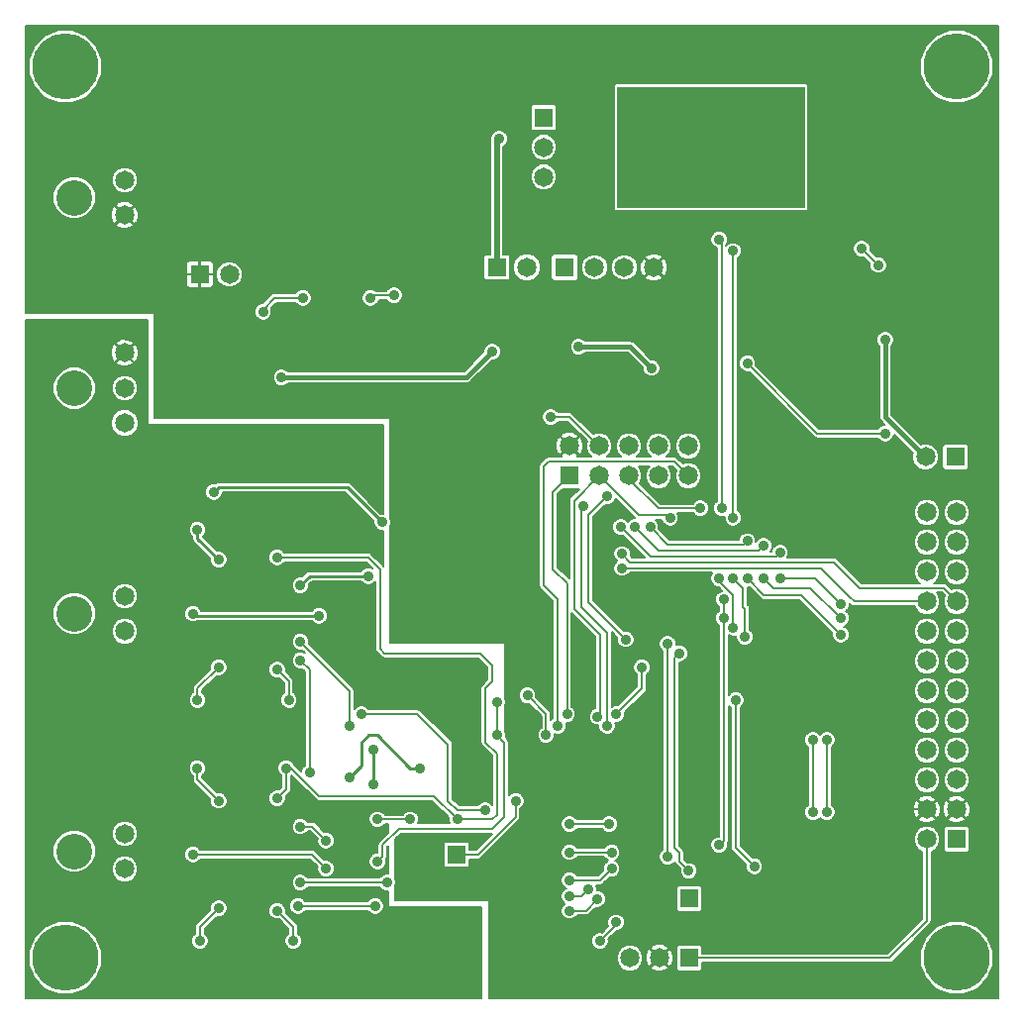
<source format=gbl>
G04 (created by PCBNEW (2013-mar-13)-testing) date Tue 03 Sep 2013 07:15:55 PM EDT*
%MOIN*%
G04 Gerber Fmt 3.4, Leading zero omitted, Abs format*
%FSLAX34Y34*%
G01*
G70*
G90*
G04 APERTURE LIST*
%ADD10C,0.005906*%
%ADD11C,0.222441*%
%ADD12R,0.064961X0.064961*%
%ADD13C,0.064961*%
%ADD14R,0.631890X0.405512*%
%ADD15C,0.120079*%
%ADD16C,0.035000*%
%ADD17C,0.008000*%
%ADD18C,0.010000*%
%ADD19C,0.016000*%
%ADD20C,0.020000*%
G04 APERTURE END LIST*
G54D10*
G54D11*
X75000Y-46000D03*
X45000Y-16000D03*
X75000Y-16000D03*
X45000Y-46000D03*
G54D12*
X58169Y-42519D03*
X66000Y-44000D03*
X66000Y-46000D03*
G54D13*
X65000Y-46000D03*
X64000Y-46000D03*
G54D12*
X61811Y-22755D03*
G54D13*
X62811Y-22755D03*
X63811Y-22755D03*
X64811Y-22755D03*
G54D12*
X59527Y-22755D03*
G54D13*
X60527Y-22755D03*
G54D12*
X49527Y-22992D03*
G54D13*
X50527Y-22992D03*
G54D12*
X74960Y-29133D03*
G54D13*
X73960Y-29133D03*
G54D12*
X75000Y-42000D03*
G54D13*
X74000Y-42000D03*
X75000Y-41000D03*
X74000Y-41000D03*
X75000Y-40000D03*
X74000Y-40000D03*
X75000Y-39000D03*
X74000Y-39000D03*
X75000Y-38000D03*
X74000Y-38000D03*
X75000Y-37000D03*
X74000Y-37000D03*
X75000Y-36000D03*
X74000Y-36000D03*
X75000Y-35000D03*
X74000Y-35000D03*
X75000Y-34000D03*
X74000Y-34000D03*
X75000Y-33000D03*
X74000Y-33000D03*
X75000Y-32000D03*
X74000Y-32000D03*
X75000Y-31000D03*
X74000Y-31000D03*
G54D12*
X61102Y-17716D03*
G54D13*
X61102Y-18716D03*
X61102Y-19716D03*
G54D14*
X66732Y-18716D03*
G54D13*
X47000Y-28000D03*
X47000Y-26818D03*
G54D15*
X45299Y-26818D03*
G54D13*
X47000Y-25637D03*
X47000Y-43000D03*
X47000Y-41818D03*
G54D15*
X45299Y-42409D03*
G54D13*
X47000Y-35000D03*
X47000Y-33818D03*
G54D15*
X45299Y-34409D03*
G54D13*
X47000Y-21000D03*
X47000Y-19818D03*
G54D15*
X45299Y-20409D03*
G54D12*
X61968Y-29763D03*
G54D13*
X61968Y-28763D03*
X62968Y-29763D03*
X62968Y-28763D03*
X63968Y-29763D03*
X63968Y-28763D03*
X64968Y-29763D03*
X64968Y-28763D03*
X65968Y-29763D03*
X65968Y-28763D03*
G54D16*
X61338Y-27795D03*
X55511Y-42755D03*
X59527Y-37401D03*
X64409Y-36220D03*
X63543Y-37795D03*
X55669Y-31338D03*
X50000Y-30314D03*
X59527Y-38503D03*
X62283Y-25433D03*
X64724Y-26141D03*
X64685Y-31496D03*
X67952Y-31968D03*
X67952Y-33228D03*
X71102Y-35118D03*
X64173Y-31496D03*
X68503Y-32125D03*
X68503Y-33228D03*
X71102Y-34566D03*
X63700Y-31496D03*
X69055Y-32362D03*
X69055Y-33228D03*
X71102Y-34094D03*
X63740Y-32401D03*
X63740Y-32874D03*
X67480Y-22204D03*
X67480Y-31181D03*
X67480Y-33228D03*
X67874Y-35196D03*
X67007Y-33228D03*
X67480Y-34881D03*
X67086Y-30866D03*
X67007Y-21811D03*
X63228Y-38188D03*
X70157Y-41102D03*
X70157Y-38661D03*
X62440Y-30787D03*
X61968Y-42440D03*
X63385Y-42440D03*
X61889Y-37795D03*
X61968Y-41496D03*
X61574Y-38188D03*
X63307Y-41496D03*
X70629Y-38661D03*
X70629Y-41102D03*
X62913Y-37874D03*
X65354Y-31181D03*
X67165Y-33937D03*
X66377Y-30866D03*
X67007Y-42204D03*
X63385Y-42992D03*
X61968Y-43385D03*
X67165Y-34566D03*
X52125Y-32519D03*
X58188Y-41338D03*
X52125Y-40629D03*
X52440Y-39606D03*
X62598Y-43700D03*
X61968Y-43937D03*
X59133Y-41023D03*
X54960Y-37795D03*
X56614Y-41338D03*
X61968Y-44409D03*
X62913Y-44015D03*
X55511Y-41338D03*
X67559Y-37322D03*
X68188Y-42913D03*
X60157Y-40708D03*
X63858Y-35275D03*
X63228Y-30472D03*
X61181Y-38503D03*
X60551Y-37165D03*
X62992Y-45433D03*
X63543Y-44803D03*
X68110Y-26692D03*
X58976Y-17795D03*
X72440Y-20866D03*
X71811Y-27874D03*
X65669Y-26062D03*
X62204Y-26535D03*
X52913Y-37559D03*
X72677Y-41338D03*
X66850Y-44173D03*
X70629Y-45118D03*
X52992Y-28818D03*
X57244Y-33070D03*
X55039Y-29133D03*
X50787Y-30787D03*
X49212Y-35039D03*
X48503Y-35039D03*
X49212Y-33779D03*
X48503Y-33779D03*
X49212Y-41889D03*
X48503Y-41889D03*
X49212Y-43149D03*
X48503Y-43149D03*
X49448Y-46220D03*
X49370Y-38110D03*
X71417Y-38740D03*
X48614Y-25637D03*
X48897Y-34724D03*
X48897Y-34094D03*
X48897Y-42204D03*
X48897Y-42834D03*
X48897Y-43464D03*
X48897Y-41574D03*
X48897Y-35354D03*
X48897Y-33464D03*
X58897Y-36456D03*
X59133Y-43858D03*
X58110Y-46456D03*
X58110Y-44881D03*
X57480Y-41259D03*
X61811Y-32755D03*
X68503Y-34960D03*
X65826Y-38031D03*
X64566Y-34566D03*
X64330Y-35354D03*
X60078Y-34251D03*
X60866Y-36692D03*
X65511Y-34724D03*
X58188Y-38346D03*
X49448Y-37322D03*
X50157Y-36220D03*
X53543Y-34488D03*
X49291Y-34409D03*
X52913Y-35354D03*
X54566Y-38188D03*
X52125Y-36299D03*
X52519Y-37322D03*
X55196Y-33149D03*
X52913Y-33464D03*
X53228Y-39763D03*
X52913Y-35984D03*
X72598Y-25196D03*
X72598Y-28346D03*
X67952Y-25984D03*
X71811Y-22125D03*
X72362Y-22677D03*
X65669Y-35748D03*
X65984Y-43070D03*
X65275Y-35433D03*
X65275Y-42598D03*
X51653Y-24251D03*
X52992Y-23779D03*
X59370Y-25590D03*
X52283Y-26456D03*
X56062Y-23700D03*
X55275Y-23779D03*
X59606Y-18425D03*
X49291Y-42519D03*
X53779Y-42992D03*
X52125Y-44409D03*
X52677Y-45433D03*
X52913Y-41574D03*
X53779Y-42047D03*
X56929Y-39606D03*
X54566Y-39921D03*
X50157Y-40708D03*
X49448Y-39606D03*
X50157Y-44330D03*
X49527Y-45433D03*
X55433Y-44251D03*
X52834Y-44251D03*
X55354Y-40157D03*
X55354Y-38976D03*
X52913Y-43464D03*
X55826Y-43464D03*
X49448Y-31574D03*
X50157Y-32598D03*
G54D17*
X62937Y-28763D02*
X62968Y-28763D01*
X61968Y-27795D02*
X62937Y-28763D01*
X61338Y-27795D02*
X61968Y-27795D01*
X55511Y-42755D02*
X55669Y-42598D01*
X55669Y-42598D02*
X55669Y-42204D01*
X55669Y-42204D02*
X56220Y-41653D01*
X59763Y-41259D02*
X59370Y-41653D01*
X59370Y-41653D02*
X56456Y-41653D01*
X59763Y-38740D02*
X59527Y-38503D01*
X59763Y-38740D02*
X59763Y-41259D01*
X56220Y-41653D02*
X56456Y-41653D01*
X59527Y-38503D02*
X59527Y-37401D01*
X64409Y-36929D02*
X64409Y-36220D01*
X63543Y-37795D02*
X64409Y-36929D01*
G54D18*
X54488Y-30157D02*
X55669Y-31338D01*
X50157Y-30157D02*
X54488Y-30157D01*
X50000Y-30314D02*
X50157Y-30157D01*
G54D17*
X74000Y-42000D02*
X74000Y-44740D01*
X72740Y-46000D02*
X66000Y-46000D01*
X74000Y-44740D02*
X72740Y-46000D01*
G54D19*
X64015Y-25433D02*
X62283Y-25433D01*
X64724Y-26141D02*
X64015Y-25433D01*
G54D17*
X65275Y-32086D02*
X66614Y-32086D01*
X64685Y-31496D02*
X65275Y-32086D01*
X67834Y-32086D02*
X66614Y-32086D01*
X67952Y-31968D02*
X67834Y-32086D01*
X68503Y-33779D02*
X67952Y-33228D01*
X69763Y-33779D02*
X68503Y-33779D01*
X71102Y-35118D02*
X69763Y-33779D01*
X64960Y-32283D02*
X66614Y-32283D01*
X64173Y-31496D02*
X64960Y-32283D01*
X68346Y-32283D02*
X66614Y-32283D01*
X68503Y-32125D02*
X68346Y-32283D01*
X68818Y-33543D02*
X68503Y-33228D01*
X70078Y-33543D02*
X68818Y-33543D01*
X71102Y-34566D02*
X70078Y-33543D01*
X63700Y-31496D02*
X64685Y-32480D01*
X64685Y-32480D02*
X66614Y-32480D01*
X68937Y-32480D02*
X66614Y-32480D01*
X69055Y-32362D02*
X68937Y-32480D01*
X70236Y-33228D02*
X69055Y-33228D01*
X71102Y-34094D02*
X70236Y-33228D01*
X75000Y-34000D02*
X75000Y-33976D01*
X63740Y-32401D02*
X64015Y-32677D01*
X64015Y-32677D02*
X66614Y-32677D01*
X70866Y-32677D02*
X66614Y-32677D01*
X71732Y-33543D02*
X70866Y-32677D01*
X74566Y-33543D02*
X71732Y-33543D01*
X75000Y-33976D02*
X74566Y-33543D01*
X74000Y-34000D02*
X71559Y-34000D01*
X71417Y-33858D02*
X70433Y-32874D01*
X70433Y-32874D02*
X66614Y-32874D01*
X63740Y-32874D02*
X66614Y-32874D01*
X71559Y-34000D02*
X71417Y-33858D01*
X67480Y-24251D02*
X67480Y-22204D01*
X67480Y-27559D02*
X67480Y-24251D01*
X67480Y-31181D02*
X67480Y-27559D01*
X67795Y-33543D02*
X67480Y-33228D01*
X67795Y-34173D02*
X67795Y-33543D01*
X67874Y-34251D02*
X67795Y-34173D01*
X67874Y-35196D02*
X67874Y-34251D01*
X67480Y-33779D02*
X67007Y-33307D01*
X67007Y-33307D02*
X67007Y-33228D01*
X67480Y-34881D02*
X67480Y-33779D01*
X67086Y-21889D02*
X67086Y-30866D01*
X67007Y-21811D02*
X67086Y-21889D01*
X62362Y-30866D02*
X62440Y-30787D01*
X62362Y-31181D02*
X62362Y-34173D01*
X62362Y-34173D02*
X63228Y-35039D01*
X63228Y-35039D02*
X63228Y-38188D01*
X70157Y-41102D02*
X70157Y-38661D01*
X62362Y-31181D02*
X62362Y-30866D01*
X61889Y-33622D02*
X61889Y-33385D01*
X61968Y-42440D02*
X63385Y-42440D01*
X61889Y-37795D02*
X61889Y-33622D01*
X61417Y-30314D02*
X61968Y-29763D01*
X61417Y-32913D02*
X61417Y-30314D01*
X61889Y-33385D02*
X61417Y-32913D01*
X61102Y-33464D02*
X61102Y-29448D01*
X61102Y-33464D02*
X61574Y-33937D01*
X61574Y-33937D02*
X61574Y-38188D01*
X63307Y-41496D02*
X61968Y-41496D01*
X65496Y-29291D02*
X65968Y-29763D01*
X61259Y-29291D02*
X65496Y-29291D01*
X61102Y-29448D02*
X61259Y-29291D01*
X62125Y-31102D02*
X62125Y-30606D01*
X62125Y-32283D02*
X62125Y-34251D01*
X62125Y-31102D02*
X62125Y-32283D01*
X70629Y-41102D02*
X70629Y-38661D01*
X62992Y-37795D02*
X62913Y-37874D01*
X62992Y-35118D02*
X62992Y-37795D01*
X62125Y-34251D02*
X62992Y-35118D01*
X62125Y-30606D02*
X62968Y-29763D01*
X64307Y-31102D02*
X62968Y-29763D01*
X65275Y-31102D02*
X64307Y-31102D01*
X65354Y-31181D02*
X65275Y-31102D01*
X67165Y-34566D02*
X67165Y-33937D01*
X63968Y-29874D02*
X63968Y-29763D01*
X64960Y-30866D02*
X63968Y-29874D01*
X66377Y-30866D02*
X64960Y-30866D01*
X67165Y-42047D02*
X67007Y-42204D01*
X67165Y-41102D02*
X67165Y-42047D01*
X63385Y-42992D02*
X62992Y-43385D01*
X62992Y-43385D02*
X61968Y-43385D01*
X67165Y-41102D02*
X67165Y-34566D01*
X63858Y-30000D02*
X64000Y-30000D01*
X59527Y-40551D02*
X59527Y-39133D01*
X58188Y-41338D02*
X59370Y-41338D01*
X59370Y-41338D02*
X59527Y-41181D01*
X59527Y-41181D02*
X59527Y-40551D01*
X55590Y-32913D02*
X55590Y-34881D01*
X55196Y-32519D02*
X55590Y-32913D01*
X52125Y-32519D02*
X55196Y-32519D01*
X55590Y-35590D02*
X55590Y-34881D01*
X55748Y-35748D02*
X55590Y-35590D01*
X58976Y-35748D02*
X55748Y-35748D01*
X59370Y-36141D02*
X58976Y-35748D01*
X59370Y-36692D02*
X59370Y-36141D01*
X59133Y-36929D02*
X59370Y-36692D01*
X59133Y-38740D02*
X59133Y-36929D01*
X59527Y-39133D02*
X59133Y-38740D01*
X52440Y-39606D02*
X52598Y-39606D01*
X57401Y-40551D02*
X58188Y-41338D01*
X53543Y-40551D02*
X57401Y-40551D01*
X52598Y-39606D02*
X53543Y-40551D01*
X52440Y-39606D02*
X52519Y-39606D01*
X52125Y-40629D02*
X52440Y-40314D01*
X52440Y-40314D02*
X52440Y-39606D01*
X62598Y-43700D02*
X62362Y-43937D01*
X62362Y-43937D02*
X61968Y-43937D01*
X54960Y-37795D02*
X56850Y-37795D01*
X56850Y-37795D02*
X57874Y-38818D01*
X57874Y-38818D02*
X57874Y-40708D01*
X57874Y-40708D02*
X58188Y-41023D01*
X58188Y-41023D02*
X59133Y-41023D01*
X61968Y-44409D02*
X62519Y-44409D01*
X62519Y-44409D02*
X62913Y-44015D01*
X55511Y-41338D02*
X56614Y-41338D01*
X67559Y-40944D02*
X67559Y-42283D01*
X67559Y-37322D02*
X67559Y-40944D01*
X67559Y-42283D02*
X68188Y-42913D01*
X58897Y-42519D02*
X58169Y-42519D01*
X60157Y-41259D02*
X58897Y-42519D01*
X60157Y-40708D02*
X60157Y-41259D01*
X62598Y-31259D02*
X62598Y-31102D01*
X63858Y-35275D02*
X62598Y-34015D01*
X62598Y-34015D02*
X62598Y-31259D01*
X62598Y-31102D02*
X63228Y-30472D01*
X61181Y-37795D02*
X61181Y-38503D01*
X60551Y-37165D02*
X61181Y-37795D01*
X62992Y-45433D02*
X63543Y-44881D01*
X63543Y-44881D02*
X63543Y-44803D01*
X74000Y-41000D02*
X73015Y-41000D01*
X73015Y-41000D02*
X72677Y-41338D01*
X49448Y-36929D02*
X49448Y-37322D01*
X50157Y-36220D02*
X49448Y-36929D01*
G54D18*
X49370Y-34488D02*
X53543Y-34488D01*
X49291Y-34409D02*
X49370Y-34488D01*
G54D17*
X52913Y-35354D02*
X54566Y-37007D01*
X54566Y-37007D02*
X54566Y-38188D01*
X52125Y-36299D02*
X52519Y-36692D01*
X52519Y-36692D02*
X52519Y-37322D01*
G54D18*
X53228Y-33149D02*
X55196Y-33149D01*
X52913Y-33464D02*
X53228Y-33149D01*
G54D17*
X53228Y-36299D02*
X53228Y-39763D01*
X52913Y-35984D02*
X53228Y-36299D01*
G54D19*
X72598Y-25196D02*
X72598Y-27795D01*
X72598Y-27795D02*
X73937Y-29133D01*
X73937Y-29133D02*
X73960Y-29133D01*
G54D17*
X70314Y-28346D02*
X72598Y-28346D01*
X67952Y-25984D02*
X70314Y-28346D01*
X72362Y-22677D02*
X71811Y-22125D01*
X65511Y-40551D02*
X65511Y-42283D01*
X65511Y-35905D02*
X65511Y-40551D01*
X65669Y-42755D02*
X65984Y-43070D01*
X65669Y-35748D02*
X65511Y-35905D01*
X65669Y-42440D02*
X65669Y-42755D01*
X65511Y-42283D02*
X65669Y-42440D01*
X65275Y-40000D02*
X65275Y-42598D01*
X65275Y-35433D02*
X65275Y-36535D01*
X65275Y-36535D02*
X65275Y-40000D01*
X51653Y-24173D02*
X51653Y-24251D01*
X52047Y-23779D02*
X51653Y-24173D01*
X52204Y-23779D02*
X52047Y-23779D01*
X52992Y-23779D02*
X52204Y-23779D01*
G54D19*
X59370Y-25590D02*
X58503Y-26456D01*
X58503Y-26456D02*
X52283Y-26456D01*
G54D17*
X55354Y-23700D02*
X56062Y-23700D01*
X55275Y-23779D02*
X55354Y-23700D01*
G54D20*
X59527Y-18503D02*
X59527Y-22755D01*
X59606Y-18425D02*
X59527Y-18503D01*
G54D17*
X53149Y-42519D02*
X53070Y-42519D01*
X53070Y-42519D02*
X49291Y-42519D01*
X53307Y-42519D02*
X53149Y-42519D01*
X53779Y-42992D02*
X53307Y-42519D01*
X52125Y-44409D02*
X52677Y-44960D01*
X52677Y-44960D02*
X52677Y-45433D01*
X53149Y-41574D02*
X52913Y-41574D01*
X53307Y-41574D02*
X53149Y-41574D01*
X53779Y-42047D02*
X53307Y-41574D01*
G54D18*
X56614Y-39606D02*
X56929Y-39606D01*
X55511Y-38503D02*
X56614Y-39606D01*
X55196Y-38503D02*
X55511Y-38503D01*
X54960Y-38740D02*
X55196Y-38503D01*
X54960Y-39527D02*
X54960Y-38740D01*
X54566Y-39921D02*
X54960Y-39527D01*
G54D17*
X50157Y-40708D02*
X49448Y-40000D01*
X49448Y-40000D02*
X49448Y-39606D01*
X50157Y-44330D02*
X49527Y-44960D01*
X49527Y-44960D02*
X49527Y-45433D01*
X55433Y-44251D02*
X52834Y-44251D01*
G54D18*
X55354Y-38976D02*
X55354Y-40157D01*
G54D17*
X52913Y-43464D02*
X55826Y-43464D01*
G54D18*
X49448Y-31889D02*
X49448Y-31574D01*
X50157Y-32598D02*
X49448Y-31889D01*
G54D10*
G36*
X62297Y-30208D02*
X62012Y-30493D01*
X61978Y-30545D01*
X61965Y-30606D01*
X61965Y-31102D01*
X61965Y-32283D01*
X61965Y-33235D01*
X61577Y-32847D01*
X61577Y-30381D01*
X61749Y-30208D01*
X62297Y-30208D01*
X62297Y-30208D01*
G37*
G54D17*
X62297Y-30208D02*
X62012Y-30493D01*
X61978Y-30545D01*
X61965Y-30606D01*
X61965Y-31102D01*
X61965Y-32283D01*
X61965Y-33235D01*
X61577Y-32847D01*
X61577Y-30381D01*
X61749Y-30208D01*
X62297Y-30208D01*
G54D10*
G36*
X76416Y-47361D02*
X76232Y-47361D01*
X76232Y-45755D01*
X76232Y-15755D01*
X76045Y-15302D01*
X75698Y-14955D01*
X75246Y-14768D01*
X74755Y-14767D01*
X74302Y-14954D01*
X73955Y-15301D01*
X73768Y-15753D01*
X73767Y-16244D01*
X73954Y-16697D01*
X74301Y-17044D01*
X74753Y-17231D01*
X75244Y-17232D01*
X75697Y-17045D01*
X76044Y-16698D01*
X76231Y-16246D01*
X76232Y-15755D01*
X76232Y-45755D01*
X76045Y-45302D01*
X75698Y-44955D01*
X75466Y-44859D01*
X75466Y-40916D01*
X75444Y-40861D01*
X75444Y-39911D01*
X75444Y-38911D01*
X75444Y-37911D01*
X75444Y-36911D01*
X75444Y-35911D01*
X75444Y-34911D01*
X75444Y-33911D01*
X75444Y-32911D01*
X75444Y-31911D01*
X75444Y-30911D01*
X75405Y-30816D01*
X75405Y-29482D01*
X75405Y-29434D01*
X75405Y-28785D01*
X75387Y-28741D01*
X75353Y-28707D01*
X75309Y-28689D01*
X75261Y-28689D01*
X74611Y-28689D01*
X74567Y-28707D01*
X74534Y-28741D01*
X74515Y-28785D01*
X74515Y-28832D01*
X74515Y-29482D01*
X74534Y-29526D01*
X74567Y-29560D01*
X74611Y-29578D01*
X74659Y-29578D01*
X75309Y-29578D01*
X75353Y-29560D01*
X75387Y-29526D01*
X75405Y-29482D01*
X75405Y-30816D01*
X75377Y-30748D01*
X75252Y-30623D01*
X75088Y-30555D01*
X74911Y-30555D01*
X74748Y-30622D01*
X74623Y-30747D01*
X74555Y-30911D01*
X74555Y-31088D01*
X74622Y-31251D01*
X74747Y-31376D01*
X74911Y-31444D01*
X75088Y-31444D01*
X75251Y-31377D01*
X75376Y-31252D01*
X75444Y-31088D01*
X75444Y-30911D01*
X75444Y-31911D01*
X75377Y-31748D01*
X75252Y-31623D01*
X75088Y-31555D01*
X74911Y-31555D01*
X74748Y-31622D01*
X74623Y-31747D01*
X74555Y-31911D01*
X74555Y-32088D01*
X74622Y-32251D01*
X74747Y-32376D01*
X74911Y-32444D01*
X75088Y-32444D01*
X75251Y-32377D01*
X75376Y-32252D01*
X75444Y-32088D01*
X75444Y-31911D01*
X75444Y-32911D01*
X75377Y-32748D01*
X75252Y-32623D01*
X75088Y-32555D01*
X74911Y-32555D01*
X74748Y-32622D01*
X74623Y-32747D01*
X74555Y-32911D01*
X74555Y-33088D01*
X74622Y-33251D01*
X74747Y-33376D01*
X74911Y-33444D01*
X75088Y-33444D01*
X75251Y-33377D01*
X75376Y-33252D01*
X75444Y-33088D01*
X75444Y-32911D01*
X75444Y-33911D01*
X75377Y-33748D01*
X75252Y-33623D01*
X75088Y-33555D01*
X74911Y-33555D01*
X74836Y-33586D01*
X74680Y-33430D01*
X74628Y-33395D01*
X74566Y-33383D01*
X74237Y-33383D01*
X74251Y-33377D01*
X74376Y-33252D01*
X74444Y-33088D01*
X74444Y-32911D01*
X74444Y-31911D01*
X74444Y-30911D01*
X74405Y-30816D01*
X74405Y-29045D01*
X74337Y-28882D01*
X74212Y-28756D01*
X74049Y-28689D01*
X73872Y-28688D01*
X73803Y-28717D01*
X72798Y-27712D01*
X72798Y-25414D01*
X72848Y-25364D01*
X72893Y-25255D01*
X72893Y-25138D01*
X72848Y-25029D01*
X72765Y-24946D01*
X72657Y-24901D01*
X72657Y-24901D01*
X72657Y-22618D01*
X72612Y-22510D01*
X72529Y-22427D01*
X72421Y-22382D01*
X72303Y-22382D01*
X72296Y-22385D01*
X72103Y-22191D01*
X72105Y-22184D01*
X72106Y-22067D01*
X72061Y-21959D01*
X71978Y-21876D01*
X71869Y-21831D01*
X71752Y-21830D01*
X71644Y-21875D01*
X71561Y-21958D01*
X71516Y-22067D01*
X71515Y-22184D01*
X71560Y-22292D01*
X71643Y-22375D01*
X71752Y-22420D01*
X71869Y-22421D01*
X71876Y-22418D01*
X72070Y-22611D01*
X72067Y-22618D01*
X72067Y-22735D01*
X72111Y-22844D01*
X72194Y-22927D01*
X72303Y-22972D01*
X72420Y-22972D01*
X72529Y-22927D01*
X72612Y-22844D01*
X72657Y-22736D01*
X72657Y-22618D01*
X72657Y-24901D01*
X72540Y-24901D01*
X72431Y-24946D01*
X72348Y-25029D01*
X72303Y-25137D01*
X72303Y-25255D01*
X72348Y-25363D01*
X72398Y-25414D01*
X72398Y-27795D01*
X72413Y-27871D01*
X72457Y-27936D01*
X72571Y-28051D01*
X72540Y-28051D01*
X72431Y-28096D01*
X72348Y-28179D01*
X72345Y-28186D01*
X70381Y-28186D01*
X70011Y-27816D01*
X70011Y-20767D01*
X70011Y-20720D01*
X70011Y-16665D01*
X69993Y-16621D01*
X69959Y-16587D01*
X69915Y-16568D01*
X69867Y-16568D01*
X63548Y-16568D01*
X63504Y-16587D01*
X63471Y-16621D01*
X63452Y-16665D01*
X63452Y-16712D01*
X63452Y-20767D01*
X63471Y-20812D01*
X63504Y-20845D01*
X63548Y-20864D01*
X63596Y-20864D01*
X69915Y-20864D01*
X69959Y-20845D01*
X69993Y-20812D01*
X70011Y-20767D01*
X70011Y-27816D01*
X68244Y-26050D01*
X68247Y-26043D01*
X68247Y-25925D01*
X68202Y-25817D01*
X68120Y-25734D01*
X68011Y-25689D01*
X67894Y-25689D01*
X67785Y-25734D01*
X67702Y-25816D01*
X67657Y-25925D01*
X67657Y-26042D01*
X67702Y-26151D01*
X67785Y-26234D01*
X67893Y-26279D01*
X68011Y-26279D01*
X68018Y-26276D01*
X70201Y-28459D01*
X70253Y-28494D01*
X70314Y-28506D01*
X72345Y-28506D01*
X72348Y-28513D01*
X72431Y-28596D01*
X72539Y-28641D01*
X72656Y-28641D01*
X72765Y-28596D01*
X72848Y-28513D01*
X72893Y-28405D01*
X72893Y-28373D01*
X73530Y-29010D01*
X73515Y-29044D01*
X73515Y-29221D01*
X73583Y-29385D01*
X73708Y-29510D01*
X73871Y-29578D01*
X74048Y-29578D01*
X74212Y-29511D01*
X74337Y-29386D01*
X74405Y-29222D01*
X74405Y-29045D01*
X74405Y-30816D01*
X74377Y-30748D01*
X74252Y-30623D01*
X74088Y-30555D01*
X73911Y-30555D01*
X73748Y-30622D01*
X73623Y-30747D01*
X73555Y-30911D01*
X73555Y-31088D01*
X73622Y-31251D01*
X73747Y-31376D01*
X73911Y-31444D01*
X74088Y-31444D01*
X74251Y-31377D01*
X74376Y-31252D01*
X74444Y-31088D01*
X74444Y-30911D01*
X74444Y-31911D01*
X74377Y-31748D01*
X74252Y-31623D01*
X74088Y-31555D01*
X73911Y-31555D01*
X73748Y-31622D01*
X73623Y-31747D01*
X73555Y-31911D01*
X73555Y-32088D01*
X73622Y-32251D01*
X73747Y-32376D01*
X73911Y-32444D01*
X74088Y-32444D01*
X74251Y-32377D01*
X74376Y-32252D01*
X74444Y-32088D01*
X74444Y-31911D01*
X74444Y-32911D01*
X74377Y-32748D01*
X74252Y-32623D01*
X74088Y-32555D01*
X73911Y-32555D01*
X73748Y-32622D01*
X73623Y-32747D01*
X73555Y-32911D01*
X73555Y-33088D01*
X73622Y-33251D01*
X73747Y-33376D01*
X73763Y-33383D01*
X71798Y-33383D01*
X70979Y-32564D01*
X70927Y-32529D01*
X70866Y-32517D01*
X69310Y-32517D01*
X69350Y-32421D01*
X69350Y-32303D01*
X69305Y-32195D01*
X69222Y-32112D01*
X69114Y-32067D01*
X68996Y-32067D01*
X68888Y-32111D01*
X68805Y-32194D01*
X68760Y-32303D01*
X68760Y-32320D01*
X68726Y-32320D01*
X68753Y-32293D01*
X68798Y-32184D01*
X68798Y-32067D01*
X68754Y-31959D01*
X68671Y-31876D01*
X68562Y-31831D01*
X68445Y-31830D01*
X68337Y-31875D01*
X68253Y-31958D01*
X68247Y-31973D01*
X68247Y-31910D01*
X68202Y-31801D01*
X68120Y-31718D01*
X68011Y-31673D01*
X67894Y-31673D01*
X67785Y-31718D01*
X67775Y-31728D01*
X67775Y-31122D01*
X67730Y-31014D01*
X67647Y-30931D01*
X67640Y-30928D01*
X67640Y-27559D01*
X67640Y-24251D01*
X67640Y-22457D01*
X67647Y-22454D01*
X67730Y-22372D01*
X67775Y-22263D01*
X67775Y-22146D01*
X67730Y-22037D01*
X67647Y-21954D01*
X67539Y-21909D01*
X67421Y-21909D01*
X67313Y-21954D01*
X67246Y-22021D01*
X67246Y-21989D01*
X67257Y-21978D01*
X67302Y-21869D01*
X67302Y-21752D01*
X67258Y-21644D01*
X67175Y-21561D01*
X67066Y-21516D01*
X66949Y-21515D01*
X66840Y-21560D01*
X66757Y-21643D01*
X66712Y-21752D01*
X66712Y-21869D01*
X66757Y-21977D01*
X66840Y-22060D01*
X66926Y-22096D01*
X66926Y-30613D01*
X66919Y-30615D01*
X66836Y-30698D01*
X66791Y-30807D01*
X66791Y-30924D01*
X66836Y-31033D01*
X66919Y-31116D01*
X67027Y-31161D01*
X67145Y-31161D01*
X67185Y-31144D01*
X67185Y-31239D01*
X67230Y-31347D01*
X67312Y-31431D01*
X67421Y-31476D01*
X67538Y-31476D01*
X67647Y-31431D01*
X67730Y-31348D01*
X67775Y-31240D01*
X67775Y-31122D01*
X67775Y-31728D01*
X67702Y-31801D01*
X67657Y-31909D01*
X67657Y-31926D01*
X66614Y-31926D01*
X65341Y-31926D01*
X64977Y-31561D01*
X64979Y-31554D01*
X64980Y-31437D01*
X64935Y-31329D01*
X64868Y-31262D01*
X65068Y-31262D01*
X65104Y-31347D01*
X65187Y-31431D01*
X65295Y-31476D01*
X65412Y-31476D01*
X65521Y-31431D01*
X65604Y-31348D01*
X65649Y-31240D01*
X65649Y-31122D01*
X65609Y-31026D01*
X66124Y-31026D01*
X66127Y-31033D01*
X66210Y-31116D01*
X66319Y-31161D01*
X66436Y-31161D01*
X66544Y-31116D01*
X66627Y-31033D01*
X66672Y-30925D01*
X66673Y-30807D01*
X66628Y-30699D01*
X66545Y-30616D01*
X66436Y-30571D01*
X66319Y-30571D01*
X66211Y-30615D01*
X66128Y-30698D01*
X66124Y-30706D01*
X65026Y-30706D01*
X64341Y-30020D01*
X64345Y-30016D01*
X64413Y-29852D01*
X64413Y-29675D01*
X64345Y-29512D01*
X64285Y-29451D01*
X64651Y-29451D01*
X64591Y-29511D01*
X64523Y-29674D01*
X64523Y-29851D01*
X64591Y-30015D01*
X64716Y-30140D01*
X64879Y-30208D01*
X65056Y-30208D01*
X65220Y-30141D01*
X65345Y-30016D01*
X65413Y-29852D01*
X65413Y-29675D01*
X65345Y-29512D01*
X65285Y-29451D01*
X65429Y-29451D01*
X65561Y-29583D01*
X65523Y-29674D01*
X65523Y-29851D01*
X65591Y-30015D01*
X65716Y-30140D01*
X65879Y-30208D01*
X66056Y-30208D01*
X66220Y-30141D01*
X66345Y-30016D01*
X66413Y-29852D01*
X66413Y-29675D01*
X66413Y-28675D01*
X66345Y-28512D01*
X66220Y-28386D01*
X66057Y-28319D01*
X65880Y-28318D01*
X65716Y-28386D01*
X65591Y-28511D01*
X65523Y-28674D01*
X65523Y-28851D01*
X65591Y-29015D01*
X65716Y-29140D01*
X65879Y-29208D01*
X66056Y-29208D01*
X66220Y-29141D01*
X66345Y-29016D01*
X66413Y-28852D01*
X66413Y-28675D01*
X66413Y-29675D01*
X66345Y-29512D01*
X66220Y-29386D01*
X66057Y-29319D01*
X65880Y-29318D01*
X65788Y-29357D01*
X65609Y-29178D01*
X65557Y-29143D01*
X65496Y-29131D01*
X65229Y-29131D01*
X65345Y-29016D01*
X65413Y-28852D01*
X65413Y-28675D01*
X65345Y-28512D01*
X65277Y-28443D01*
X65277Y-22671D01*
X65209Y-22499D01*
X65200Y-22485D01*
X65128Y-22452D01*
X65114Y-22466D01*
X65114Y-22438D01*
X65081Y-22366D01*
X64911Y-22292D01*
X64727Y-22289D01*
X64554Y-22357D01*
X64540Y-22366D01*
X64507Y-22438D01*
X64811Y-22741D01*
X65114Y-22438D01*
X65114Y-22466D01*
X64825Y-22755D01*
X65128Y-23059D01*
X65200Y-23026D01*
X65274Y-22856D01*
X65277Y-22671D01*
X65277Y-28443D01*
X65220Y-28386D01*
X65114Y-28342D01*
X65114Y-23073D01*
X64811Y-22770D01*
X64796Y-22784D01*
X64796Y-22755D01*
X64493Y-22452D01*
X64421Y-22485D01*
X64347Y-22655D01*
X64344Y-22839D01*
X64412Y-23011D01*
X64421Y-23026D01*
X64493Y-23059D01*
X64796Y-22755D01*
X64796Y-22784D01*
X64507Y-23073D01*
X64540Y-23145D01*
X64710Y-23218D01*
X64895Y-23222D01*
X65067Y-23154D01*
X65081Y-23145D01*
X65114Y-23073D01*
X65114Y-28342D01*
X65057Y-28319D01*
X65019Y-28319D01*
X65019Y-26083D01*
X64974Y-25974D01*
X64891Y-25891D01*
X64783Y-25846D01*
X64712Y-25846D01*
X64255Y-25390D01*
X64255Y-22667D01*
X64188Y-22504D01*
X64063Y-22379D01*
X63899Y-22311D01*
X63722Y-22311D01*
X63559Y-22378D01*
X63434Y-22503D01*
X63366Y-22667D01*
X63366Y-22843D01*
X63433Y-23007D01*
X63558Y-23132D01*
X63722Y-23200D01*
X63899Y-23200D01*
X64062Y-23133D01*
X64187Y-23008D01*
X64255Y-22844D01*
X64255Y-22667D01*
X64255Y-25390D01*
X64157Y-25291D01*
X64092Y-25248D01*
X64015Y-25233D01*
X63255Y-25233D01*
X63255Y-22667D01*
X63188Y-22504D01*
X63063Y-22379D01*
X62899Y-22311D01*
X62722Y-22311D01*
X62559Y-22378D01*
X62434Y-22503D01*
X62366Y-22667D01*
X62366Y-22843D01*
X62433Y-23007D01*
X62558Y-23132D01*
X62722Y-23200D01*
X62899Y-23200D01*
X63062Y-23133D01*
X63187Y-23008D01*
X63255Y-22844D01*
X63255Y-22667D01*
X63255Y-25233D01*
X62500Y-25233D01*
X62450Y-25183D01*
X62342Y-25138D01*
X62275Y-25138D01*
X62275Y-23108D01*
X62275Y-23052D01*
X62275Y-22403D01*
X62254Y-22351D01*
X62215Y-22312D01*
X62163Y-22291D01*
X62107Y-22291D01*
X61547Y-22291D01*
X61547Y-19628D01*
X61547Y-18628D01*
X61547Y-18628D01*
X61547Y-18065D01*
X61547Y-18017D01*
X61547Y-17367D01*
X61528Y-17323D01*
X61495Y-17290D01*
X61451Y-17271D01*
X61403Y-17271D01*
X60753Y-17271D01*
X60709Y-17290D01*
X60675Y-17323D01*
X60657Y-17367D01*
X60657Y-17415D01*
X60657Y-18065D01*
X60675Y-18109D01*
X60709Y-18143D01*
X60753Y-18161D01*
X60801Y-18161D01*
X61451Y-18161D01*
X61495Y-18143D01*
X61528Y-18109D01*
X61547Y-18065D01*
X61547Y-18628D01*
X61479Y-18464D01*
X61354Y-18339D01*
X61191Y-18271D01*
X61014Y-18271D01*
X60850Y-18339D01*
X60725Y-18464D01*
X60657Y-18627D01*
X60657Y-18804D01*
X60725Y-18968D01*
X60850Y-19093D01*
X61013Y-19161D01*
X61190Y-19161D01*
X61353Y-19093D01*
X61479Y-18968D01*
X61547Y-18805D01*
X61547Y-18628D01*
X61547Y-19628D01*
X61479Y-19464D01*
X61354Y-19339D01*
X61191Y-19271D01*
X61014Y-19271D01*
X60850Y-19339D01*
X60725Y-19464D01*
X60657Y-19627D01*
X60657Y-19804D01*
X60725Y-19968D01*
X60850Y-20093D01*
X61013Y-20161D01*
X61190Y-20161D01*
X61353Y-20093D01*
X61479Y-19968D01*
X61547Y-19805D01*
X61547Y-19628D01*
X61547Y-22291D01*
X61458Y-22291D01*
X61406Y-22312D01*
X61367Y-22351D01*
X61346Y-22403D01*
X61346Y-22458D01*
X61346Y-23108D01*
X61367Y-23160D01*
X61406Y-23199D01*
X61458Y-23220D01*
X61514Y-23220D01*
X62163Y-23220D01*
X62215Y-23199D01*
X62254Y-23160D01*
X62275Y-23108D01*
X62275Y-25138D01*
X62225Y-25138D01*
X62116Y-25182D01*
X62033Y-25265D01*
X61988Y-25374D01*
X61988Y-25491D01*
X62033Y-25599D01*
X62116Y-25683D01*
X62224Y-25728D01*
X62341Y-25728D01*
X62450Y-25683D01*
X62500Y-25633D01*
X63932Y-25633D01*
X64429Y-26129D01*
X64429Y-26200D01*
X64474Y-26308D01*
X64557Y-26391D01*
X64665Y-26436D01*
X64782Y-26436D01*
X64891Y-26391D01*
X64974Y-26309D01*
X65019Y-26200D01*
X65019Y-26083D01*
X65019Y-28319D01*
X64880Y-28318D01*
X64716Y-28386D01*
X64591Y-28511D01*
X64523Y-28674D01*
X64523Y-28851D01*
X64591Y-29015D01*
X64706Y-29131D01*
X64229Y-29131D01*
X64345Y-29016D01*
X64413Y-28852D01*
X64413Y-28675D01*
X64345Y-28512D01*
X64220Y-28386D01*
X64057Y-28319D01*
X63880Y-28318D01*
X63716Y-28386D01*
X63591Y-28511D01*
X63523Y-28674D01*
X63523Y-28851D01*
X63591Y-29015D01*
X63706Y-29131D01*
X63229Y-29131D01*
X63345Y-29016D01*
X63413Y-28852D01*
X63413Y-28675D01*
X63345Y-28512D01*
X63220Y-28386D01*
X63057Y-28319D01*
X62880Y-28318D01*
X62765Y-28366D01*
X62081Y-27682D01*
X62029Y-27647D01*
X61968Y-27635D01*
X61591Y-27635D01*
X61588Y-27628D01*
X61505Y-27545D01*
X61397Y-27500D01*
X61280Y-27500D01*
X61171Y-27545D01*
X61088Y-27627D01*
X61043Y-27736D01*
X61043Y-27853D01*
X61088Y-27962D01*
X61171Y-28045D01*
X61279Y-28090D01*
X61397Y-28090D01*
X61505Y-28045D01*
X61588Y-27962D01*
X61591Y-27955D01*
X61902Y-27955D01*
X62552Y-28605D01*
X62523Y-28674D01*
X62523Y-28851D01*
X62591Y-29015D01*
X62706Y-29131D01*
X62434Y-29131D01*
X62434Y-28679D01*
X62367Y-28507D01*
X62357Y-28493D01*
X62285Y-28460D01*
X62271Y-28474D01*
X62271Y-28446D01*
X62238Y-28374D01*
X62069Y-28300D01*
X61884Y-28297D01*
X61712Y-28365D01*
X61698Y-28374D01*
X61665Y-28446D01*
X61968Y-28749D01*
X62271Y-28446D01*
X62271Y-28474D01*
X61982Y-28763D01*
X62285Y-29066D01*
X62357Y-29034D01*
X62431Y-28864D01*
X62434Y-28679D01*
X62434Y-29131D01*
X62248Y-29131D01*
X62271Y-29081D01*
X61968Y-28777D01*
X61954Y-28792D01*
X61954Y-28763D01*
X61651Y-28460D01*
X61579Y-28493D01*
X61505Y-28662D01*
X61502Y-28847D01*
X61569Y-29019D01*
X61579Y-29034D01*
X61651Y-29066D01*
X61954Y-28763D01*
X61954Y-28792D01*
X61665Y-29081D01*
X61688Y-29131D01*
X61259Y-29131D01*
X61198Y-29143D01*
X61146Y-29178D01*
X60992Y-29332D01*
X60992Y-22663D01*
X60921Y-22492D01*
X60791Y-22362D01*
X60620Y-22291D01*
X60435Y-22291D01*
X60264Y-22361D01*
X60133Y-22492D01*
X60062Y-22663D01*
X60062Y-22847D01*
X60133Y-23018D01*
X60263Y-23149D01*
X60434Y-23220D01*
X60619Y-23220D01*
X60790Y-23150D01*
X60921Y-23019D01*
X60992Y-22848D01*
X60992Y-22663D01*
X60992Y-29332D01*
X60989Y-29335D01*
X60954Y-29387D01*
X60942Y-29448D01*
X60942Y-33464D01*
X60954Y-33525D01*
X60989Y-33577D01*
X61414Y-34003D01*
X61414Y-37935D01*
X61407Y-37938D01*
X61341Y-38005D01*
X61341Y-37795D01*
X61328Y-37734D01*
X61328Y-37734D01*
X61294Y-37682D01*
X60843Y-37231D01*
X60846Y-37224D01*
X60846Y-37106D01*
X60801Y-36998D01*
X60718Y-36915D01*
X60610Y-36870D01*
X60492Y-36870D01*
X60384Y-36915D01*
X60301Y-36998D01*
X60256Y-37106D01*
X60256Y-37223D01*
X60300Y-37332D01*
X60383Y-37415D01*
X60492Y-37460D01*
X60609Y-37460D01*
X60616Y-37457D01*
X61021Y-37861D01*
X61021Y-38250D01*
X61014Y-38253D01*
X60931Y-38336D01*
X60886Y-38445D01*
X60886Y-38562D01*
X60930Y-38670D01*
X61013Y-38753D01*
X61122Y-38798D01*
X61239Y-38798D01*
X61347Y-38754D01*
X61431Y-38671D01*
X61476Y-38562D01*
X61476Y-38467D01*
X61515Y-38483D01*
X61633Y-38484D01*
X61741Y-38439D01*
X61824Y-38356D01*
X61869Y-38247D01*
X61869Y-38130D01*
X61853Y-38090D01*
X61948Y-38090D01*
X62056Y-38045D01*
X62139Y-37962D01*
X62184Y-37854D01*
X62184Y-37736D01*
X62139Y-37628D01*
X62057Y-37545D01*
X62049Y-37542D01*
X62049Y-34402D01*
X62832Y-35184D01*
X62832Y-37588D01*
X62746Y-37623D01*
X62663Y-37706D01*
X62618Y-37815D01*
X62618Y-37932D01*
X62663Y-38040D01*
X62746Y-38123D01*
X62854Y-38168D01*
X62933Y-38169D01*
X62933Y-38247D01*
X62978Y-38355D01*
X63061Y-38438D01*
X63169Y-38483D01*
X63286Y-38484D01*
X63395Y-38439D01*
X63478Y-38356D01*
X63523Y-38247D01*
X63523Y-38130D01*
X63506Y-38090D01*
X63601Y-38090D01*
X63710Y-38045D01*
X63793Y-37962D01*
X63838Y-37854D01*
X63838Y-37736D01*
X63835Y-37729D01*
X64522Y-37042D01*
X64557Y-36990D01*
X64557Y-36990D01*
X64569Y-36929D01*
X64569Y-36473D01*
X64576Y-36470D01*
X64659Y-36387D01*
X64704Y-36279D01*
X64704Y-36162D01*
X64659Y-36053D01*
X64576Y-35970D01*
X64468Y-35925D01*
X64351Y-35925D01*
X64242Y-35970D01*
X64159Y-36053D01*
X64114Y-36161D01*
X64114Y-36278D01*
X64159Y-36387D01*
X64242Y-36470D01*
X64249Y-36473D01*
X64249Y-36862D01*
X63609Y-37503D01*
X63602Y-37500D01*
X63484Y-37500D01*
X63388Y-37540D01*
X63388Y-35039D01*
X63386Y-35030D01*
X63566Y-35209D01*
X63563Y-35216D01*
X63563Y-35334D01*
X63608Y-35442D01*
X63690Y-35525D01*
X63799Y-35570D01*
X63916Y-35570D01*
X64025Y-35525D01*
X64108Y-35442D01*
X64153Y-35334D01*
X64153Y-35217D01*
X64108Y-35108D01*
X64025Y-35025D01*
X63917Y-34980D01*
X63799Y-34980D01*
X63792Y-34983D01*
X62758Y-33949D01*
X62758Y-31259D01*
X62758Y-31168D01*
X63162Y-30764D01*
X63169Y-30767D01*
X63286Y-30767D01*
X63395Y-30722D01*
X63478Y-30639D01*
X63519Y-30540D01*
X64179Y-31201D01*
X64114Y-31201D01*
X64006Y-31245D01*
X63936Y-31315D01*
X63868Y-31246D01*
X63759Y-31201D01*
X63642Y-31201D01*
X63533Y-31245D01*
X63450Y-31328D01*
X63405Y-31437D01*
X63405Y-31554D01*
X63450Y-31662D01*
X63533Y-31746D01*
X63641Y-31791D01*
X63759Y-31791D01*
X63766Y-31788D01*
X64495Y-32517D01*
X64082Y-32517D01*
X64032Y-32467D01*
X64035Y-32460D01*
X64035Y-32343D01*
X63990Y-32234D01*
X63907Y-32151D01*
X63799Y-32106D01*
X63681Y-32106D01*
X63573Y-32151D01*
X63490Y-32234D01*
X63445Y-32342D01*
X63445Y-32459D01*
X63489Y-32568D01*
X63559Y-32637D01*
X63490Y-32706D01*
X63445Y-32815D01*
X63445Y-32932D01*
X63489Y-33040D01*
X63572Y-33123D01*
X63681Y-33168D01*
X63798Y-33169D01*
X63907Y-33124D01*
X63990Y-33041D01*
X63993Y-33034D01*
X66614Y-33034D01*
X66784Y-33034D01*
X66757Y-33061D01*
X66712Y-33169D01*
X66712Y-33286D01*
X66757Y-33395D01*
X66840Y-33478D01*
X66948Y-33523D01*
X66997Y-33523D01*
X67116Y-33641D01*
X67106Y-33641D01*
X66998Y-33686D01*
X66915Y-33769D01*
X66870Y-33878D01*
X66870Y-33995D01*
X66915Y-34103D01*
X66998Y-34186D01*
X67005Y-34189D01*
X67005Y-34313D01*
X66998Y-34316D01*
X66915Y-34399D01*
X66870Y-34507D01*
X66870Y-34625D01*
X66915Y-34733D01*
X66998Y-34816D01*
X67005Y-34819D01*
X67005Y-41102D01*
X67005Y-41909D01*
X66949Y-41909D01*
X66840Y-41954D01*
X66757Y-42037D01*
X66712Y-42145D01*
X66712Y-42263D01*
X66757Y-42371D01*
X66840Y-42454D01*
X66948Y-42499D01*
X67066Y-42499D01*
X67174Y-42454D01*
X67257Y-42372D01*
X67302Y-42263D01*
X67302Y-42146D01*
X67297Y-42132D01*
X67313Y-42108D01*
X67325Y-42047D01*
X67325Y-42047D01*
X67325Y-41102D01*
X67325Y-37506D01*
X67391Y-37572D01*
X67399Y-37575D01*
X67399Y-40944D01*
X67399Y-42283D01*
X67411Y-42344D01*
X67445Y-42396D01*
X67896Y-42847D01*
X67894Y-42854D01*
X67893Y-42971D01*
X67938Y-43080D01*
X68021Y-43163D01*
X68130Y-43208D01*
X68247Y-43208D01*
X68355Y-43163D01*
X68438Y-43080D01*
X68483Y-42972D01*
X68484Y-42854D01*
X68439Y-42746D01*
X68356Y-42663D01*
X68247Y-42618D01*
X68130Y-42618D01*
X68123Y-42621D01*
X67719Y-42217D01*
X67719Y-40944D01*
X67719Y-37575D01*
X67725Y-37573D01*
X67808Y-37490D01*
X67854Y-37381D01*
X67854Y-37264D01*
X67809Y-37155D01*
X67726Y-37072D01*
X67617Y-37027D01*
X67500Y-37027D01*
X67392Y-37072D01*
X67325Y-37139D01*
X67325Y-35136D01*
X67421Y-35176D01*
X67538Y-35176D01*
X67579Y-35160D01*
X67578Y-35255D01*
X67623Y-35363D01*
X67706Y-35446D01*
X67815Y-35491D01*
X67932Y-35491D01*
X68040Y-35447D01*
X68123Y-35364D01*
X68168Y-35255D01*
X68169Y-35138D01*
X68124Y-35029D01*
X68041Y-34946D01*
X68034Y-34943D01*
X68034Y-34251D01*
X68021Y-34190D01*
X68021Y-34190D01*
X67987Y-34138D01*
X67955Y-34106D01*
X67955Y-33543D01*
X67951Y-33523D01*
X68011Y-33523D01*
X68018Y-33520D01*
X68390Y-33892D01*
X68442Y-33927D01*
X68442Y-33927D01*
X68503Y-33939D01*
X69697Y-33939D01*
X70810Y-35052D01*
X70807Y-35059D01*
X70807Y-35176D01*
X70852Y-35284D01*
X70935Y-35368D01*
X71043Y-35413D01*
X71160Y-35413D01*
X71269Y-35368D01*
X71352Y-35285D01*
X71397Y-35177D01*
X71397Y-35059D01*
X71352Y-34951D01*
X71269Y-34868D01*
X71207Y-34842D01*
X71269Y-34817D01*
X71352Y-34734D01*
X71397Y-34625D01*
X71397Y-34508D01*
X71352Y-34400D01*
X71283Y-34330D01*
X71352Y-34261D01*
X71397Y-34153D01*
X71397Y-34064D01*
X71445Y-34113D01*
X71497Y-34147D01*
X71497Y-34147D01*
X71559Y-34160D01*
X73584Y-34160D01*
X73622Y-34251D01*
X73747Y-34376D01*
X73911Y-34444D01*
X74088Y-34444D01*
X74251Y-34377D01*
X74376Y-34252D01*
X74444Y-34088D01*
X74444Y-33911D01*
X74377Y-33748D01*
X74332Y-33703D01*
X74500Y-33703D01*
X74600Y-33802D01*
X74555Y-33911D01*
X74555Y-34088D01*
X74622Y-34251D01*
X74747Y-34376D01*
X74911Y-34444D01*
X75088Y-34444D01*
X75251Y-34377D01*
X75376Y-34252D01*
X75444Y-34088D01*
X75444Y-33911D01*
X75444Y-34911D01*
X75377Y-34748D01*
X75252Y-34623D01*
X75088Y-34555D01*
X74911Y-34555D01*
X74748Y-34622D01*
X74623Y-34747D01*
X74555Y-34911D01*
X74555Y-35088D01*
X74622Y-35251D01*
X74747Y-35376D01*
X74911Y-35444D01*
X75088Y-35444D01*
X75251Y-35377D01*
X75376Y-35252D01*
X75444Y-35088D01*
X75444Y-34911D01*
X75444Y-35911D01*
X75377Y-35748D01*
X75252Y-35623D01*
X75088Y-35555D01*
X74911Y-35555D01*
X74748Y-35622D01*
X74623Y-35747D01*
X74555Y-35911D01*
X74555Y-36088D01*
X74622Y-36251D01*
X74747Y-36376D01*
X74911Y-36444D01*
X75088Y-36444D01*
X75251Y-36377D01*
X75376Y-36252D01*
X75444Y-36088D01*
X75444Y-35911D01*
X75444Y-36911D01*
X75377Y-36748D01*
X75252Y-36623D01*
X75088Y-36555D01*
X74911Y-36555D01*
X74748Y-36622D01*
X74623Y-36747D01*
X74555Y-36911D01*
X74555Y-37088D01*
X74622Y-37251D01*
X74747Y-37376D01*
X74911Y-37444D01*
X75088Y-37444D01*
X75251Y-37377D01*
X75376Y-37252D01*
X75444Y-37088D01*
X75444Y-36911D01*
X75444Y-37911D01*
X75377Y-37748D01*
X75252Y-37623D01*
X75088Y-37555D01*
X74911Y-37555D01*
X74748Y-37622D01*
X74623Y-37747D01*
X74555Y-37911D01*
X74555Y-38088D01*
X74622Y-38251D01*
X74747Y-38376D01*
X74911Y-38444D01*
X75088Y-38444D01*
X75251Y-38377D01*
X75376Y-38252D01*
X75444Y-38088D01*
X75444Y-37911D01*
X75444Y-38911D01*
X75377Y-38748D01*
X75252Y-38623D01*
X75088Y-38555D01*
X74911Y-38555D01*
X74748Y-38622D01*
X74623Y-38747D01*
X74555Y-38911D01*
X74555Y-39088D01*
X74622Y-39251D01*
X74747Y-39376D01*
X74911Y-39444D01*
X75088Y-39444D01*
X75251Y-39377D01*
X75376Y-39252D01*
X75444Y-39088D01*
X75444Y-38911D01*
X75444Y-39911D01*
X75377Y-39748D01*
X75252Y-39623D01*
X75088Y-39555D01*
X74911Y-39555D01*
X74748Y-39622D01*
X74623Y-39747D01*
X74555Y-39911D01*
X74555Y-40088D01*
X74622Y-40251D01*
X74747Y-40376D01*
X74911Y-40444D01*
X75088Y-40444D01*
X75251Y-40377D01*
X75376Y-40252D01*
X75444Y-40088D01*
X75444Y-39911D01*
X75444Y-40861D01*
X75398Y-40743D01*
X75389Y-40729D01*
X75317Y-40696D01*
X75303Y-40710D01*
X75303Y-40682D01*
X75270Y-40610D01*
X75100Y-40536D01*
X74916Y-40533D01*
X74743Y-40601D01*
X74729Y-40610D01*
X74696Y-40682D01*
X75000Y-40985D01*
X75303Y-40682D01*
X75303Y-40710D01*
X75014Y-41000D01*
X75317Y-41303D01*
X75389Y-41270D01*
X75463Y-41100D01*
X75466Y-40916D01*
X75466Y-44859D01*
X75444Y-44850D01*
X75444Y-42348D01*
X75444Y-42300D01*
X75444Y-41651D01*
X75426Y-41607D01*
X75392Y-41573D01*
X75348Y-41555D01*
X75303Y-41555D01*
X75303Y-41317D01*
X75000Y-41014D01*
X74985Y-41028D01*
X74985Y-41000D01*
X74682Y-40696D01*
X74610Y-40729D01*
X74536Y-40899D01*
X74533Y-41083D01*
X74601Y-41256D01*
X74610Y-41270D01*
X74682Y-41303D01*
X74985Y-41000D01*
X74985Y-41028D01*
X74696Y-41317D01*
X74729Y-41389D01*
X74899Y-41463D01*
X75083Y-41466D01*
X75256Y-41398D01*
X75270Y-41389D01*
X75303Y-41317D01*
X75303Y-41555D01*
X75300Y-41555D01*
X74651Y-41555D01*
X74607Y-41573D01*
X74573Y-41607D01*
X74555Y-41651D01*
X74555Y-41699D01*
X74555Y-42348D01*
X74573Y-42392D01*
X74607Y-42426D01*
X74651Y-42444D01*
X74699Y-42444D01*
X75348Y-42444D01*
X75392Y-42426D01*
X75426Y-42392D01*
X75444Y-42348D01*
X75444Y-44850D01*
X75246Y-44768D01*
X74755Y-44767D01*
X74466Y-44887D01*
X74466Y-40916D01*
X74444Y-40861D01*
X74444Y-39911D01*
X74444Y-38911D01*
X74444Y-37911D01*
X74444Y-36911D01*
X74444Y-35911D01*
X74444Y-34911D01*
X74377Y-34748D01*
X74252Y-34623D01*
X74088Y-34555D01*
X73911Y-34555D01*
X73748Y-34622D01*
X73623Y-34747D01*
X73555Y-34911D01*
X73555Y-35088D01*
X73622Y-35251D01*
X73747Y-35376D01*
X73911Y-35444D01*
X74088Y-35444D01*
X74251Y-35377D01*
X74376Y-35252D01*
X74444Y-35088D01*
X74444Y-34911D01*
X74444Y-35911D01*
X74377Y-35748D01*
X74252Y-35623D01*
X74088Y-35555D01*
X73911Y-35555D01*
X73748Y-35622D01*
X73623Y-35747D01*
X73555Y-35911D01*
X73555Y-36088D01*
X73622Y-36251D01*
X73747Y-36376D01*
X73911Y-36444D01*
X74088Y-36444D01*
X74251Y-36377D01*
X74376Y-36252D01*
X74444Y-36088D01*
X74444Y-35911D01*
X74444Y-36911D01*
X74377Y-36748D01*
X74252Y-36623D01*
X74088Y-36555D01*
X73911Y-36555D01*
X73748Y-36622D01*
X73623Y-36747D01*
X73555Y-36911D01*
X73555Y-37088D01*
X73622Y-37251D01*
X73747Y-37376D01*
X73911Y-37444D01*
X74088Y-37444D01*
X74251Y-37377D01*
X74376Y-37252D01*
X74444Y-37088D01*
X74444Y-36911D01*
X74444Y-37911D01*
X74377Y-37748D01*
X74252Y-37623D01*
X74088Y-37555D01*
X73911Y-37555D01*
X73748Y-37622D01*
X73623Y-37747D01*
X73555Y-37911D01*
X73555Y-38088D01*
X73622Y-38251D01*
X73747Y-38376D01*
X73911Y-38444D01*
X74088Y-38444D01*
X74251Y-38377D01*
X74376Y-38252D01*
X74444Y-38088D01*
X74444Y-37911D01*
X74444Y-38911D01*
X74377Y-38748D01*
X74252Y-38623D01*
X74088Y-38555D01*
X73911Y-38555D01*
X73748Y-38622D01*
X73623Y-38747D01*
X73555Y-38911D01*
X73555Y-39088D01*
X73622Y-39251D01*
X73747Y-39376D01*
X73911Y-39444D01*
X74088Y-39444D01*
X74251Y-39377D01*
X74376Y-39252D01*
X74444Y-39088D01*
X74444Y-38911D01*
X74444Y-39911D01*
X74377Y-39748D01*
X74252Y-39623D01*
X74088Y-39555D01*
X73911Y-39555D01*
X73748Y-39622D01*
X73623Y-39747D01*
X73555Y-39911D01*
X73555Y-40088D01*
X73622Y-40251D01*
X73747Y-40376D01*
X73911Y-40444D01*
X74088Y-40444D01*
X74251Y-40377D01*
X74376Y-40252D01*
X74444Y-40088D01*
X74444Y-39911D01*
X74444Y-40861D01*
X74398Y-40743D01*
X74389Y-40729D01*
X74317Y-40696D01*
X74303Y-40710D01*
X74303Y-40682D01*
X74270Y-40610D01*
X74100Y-40536D01*
X73916Y-40533D01*
X73743Y-40601D01*
X73729Y-40610D01*
X73696Y-40682D01*
X74000Y-40985D01*
X74303Y-40682D01*
X74303Y-40710D01*
X74014Y-41000D01*
X74317Y-41303D01*
X74389Y-41270D01*
X74463Y-41100D01*
X74466Y-40916D01*
X74466Y-44887D01*
X74444Y-44896D01*
X74444Y-41911D01*
X74377Y-41748D01*
X74303Y-41674D01*
X74303Y-41317D01*
X74000Y-41014D01*
X73985Y-41028D01*
X73985Y-41000D01*
X73682Y-40696D01*
X73610Y-40729D01*
X73536Y-40899D01*
X73533Y-41083D01*
X73601Y-41256D01*
X73610Y-41270D01*
X73682Y-41303D01*
X73985Y-41000D01*
X73985Y-41028D01*
X73696Y-41317D01*
X73729Y-41389D01*
X73899Y-41463D01*
X74083Y-41466D01*
X74256Y-41398D01*
X74270Y-41389D01*
X74303Y-41317D01*
X74303Y-41674D01*
X74252Y-41623D01*
X74088Y-41555D01*
X73911Y-41555D01*
X73748Y-41622D01*
X73623Y-41747D01*
X73555Y-41911D01*
X73555Y-42088D01*
X73622Y-42251D01*
X73747Y-42376D01*
X73840Y-42415D01*
X73840Y-44673D01*
X72673Y-45840D01*
X70924Y-45840D01*
X70924Y-41043D01*
X70880Y-40935D01*
X70797Y-40852D01*
X70789Y-40849D01*
X70789Y-38914D01*
X70796Y-38911D01*
X70879Y-38828D01*
X70924Y-38720D01*
X70924Y-38602D01*
X70880Y-38494D01*
X70797Y-38411D01*
X70688Y-38366D01*
X70571Y-38366D01*
X70463Y-38411D01*
X70393Y-38480D01*
X70324Y-38411D01*
X70216Y-38366D01*
X70099Y-38366D01*
X69990Y-38411D01*
X69907Y-38494D01*
X69862Y-38602D01*
X69862Y-38719D01*
X69907Y-38828D01*
X69990Y-38911D01*
X69997Y-38914D01*
X69997Y-40849D01*
X69990Y-40852D01*
X69907Y-40935D01*
X69862Y-41043D01*
X69862Y-41160D01*
X69907Y-41269D01*
X69990Y-41352D01*
X70098Y-41397D01*
X70215Y-41397D01*
X70324Y-41352D01*
X70393Y-41283D01*
X70462Y-41352D01*
X70570Y-41397D01*
X70688Y-41397D01*
X70796Y-41352D01*
X70879Y-41269D01*
X70924Y-41161D01*
X70924Y-41043D01*
X70924Y-45840D01*
X66444Y-45840D01*
X66444Y-45651D01*
X66444Y-44348D01*
X66444Y-44300D01*
X66444Y-43651D01*
X66426Y-43607D01*
X66392Y-43573D01*
X66348Y-43555D01*
X66300Y-43555D01*
X66279Y-43555D01*
X66279Y-43012D01*
X66234Y-42903D01*
X66151Y-42820D01*
X66043Y-42775D01*
X65925Y-42775D01*
X65918Y-42778D01*
X65829Y-42689D01*
X65829Y-42440D01*
X65817Y-42379D01*
X65782Y-42327D01*
X65671Y-42217D01*
X65671Y-40551D01*
X65671Y-36043D01*
X65727Y-36043D01*
X65836Y-35998D01*
X65919Y-35915D01*
X65964Y-35806D01*
X65964Y-35689D01*
X65919Y-35581D01*
X65836Y-35498D01*
X65728Y-35453D01*
X65610Y-35452D01*
X65570Y-35469D01*
X65570Y-35374D01*
X65525Y-35266D01*
X65442Y-35183D01*
X65334Y-35138D01*
X65217Y-35138D01*
X65108Y-35182D01*
X65025Y-35265D01*
X64980Y-35374D01*
X64980Y-35491D01*
X65025Y-35599D01*
X65108Y-35683D01*
X65115Y-35686D01*
X65115Y-36535D01*
X65115Y-40000D01*
X65115Y-42345D01*
X65108Y-42348D01*
X65025Y-42431D01*
X64980Y-42539D01*
X64980Y-42656D01*
X65025Y-42765D01*
X65108Y-42848D01*
X65216Y-42893D01*
X65334Y-42893D01*
X65442Y-42848D01*
X65513Y-42777D01*
X65521Y-42817D01*
X65556Y-42869D01*
X65692Y-43005D01*
X65689Y-43011D01*
X65689Y-43129D01*
X65734Y-43237D01*
X65816Y-43320D01*
X65925Y-43365D01*
X66042Y-43365D01*
X66151Y-43321D01*
X66234Y-43238D01*
X66279Y-43129D01*
X66279Y-43012D01*
X66279Y-43555D01*
X65651Y-43555D01*
X65607Y-43573D01*
X65573Y-43607D01*
X65555Y-43651D01*
X65555Y-43699D01*
X65555Y-44348D01*
X65573Y-44392D01*
X65607Y-44426D01*
X65651Y-44444D01*
X65699Y-44444D01*
X66348Y-44444D01*
X66392Y-44426D01*
X66426Y-44392D01*
X66444Y-44348D01*
X66444Y-45651D01*
X66426Y-45607D01*
X66392Y-45573D01*
X66348Y-45555D01*
X66300Y-45555D01*
X65651Y-45555D01*
X65607Y-45573D01*
X65573Y-45607D01*
X65555Y-45651D01*
X65555Y-45699D01*
X65555Y-46348D01*
X65573Y-46392D01*
X65607Y-46426D01*
X65651Y-46444D01*
X65699Y-46444D01*
X66348Y-46444D01*
X66392Y-46426D01*
X66426Y-46392D01*
X66444Y-46348D01*
X66444Y-46300D01*
X66444Y-46160D01*
X72740Y-46160D01*
X72801Y-46147D01*
X72801Y-46147D01*
X72853Y-46113D01*
X74113Y-44853D01*
X74147Y-44801D01*
X74159Y-44740D01*
X74160Y-44740D01*
X74160Y-42415D01*
X74251Y-42377D01*
X74376Y-42252D01*
X74444Y-42088D01*
X74444Y-41911D01*
X74444Y-44896D01*
X74302Y-44954D01*
X73955Y-45301D01*
X73768Y-45753D01*
X73767Y-46244D01*
X73954Y-46697D01*
X74301Y-47044D01*
X74753Y-47231D01*
X75244Y-47232D01*
X75697Y-47045D01*
X76044Y-46698D01*
X76231Y-46246D01*
X76232Y-45755D01*
X76232Y-47361D01*
X65466Y-47361D01*
X65466Y-45916D01*
X65398Y-45743D01*
X65389Y-45729D01*
X65317Y-45696D01*
X65303Y-45710D01*
X65303Y-45682D01*
X65270Y-45610D01*
X65100Y-45536D01*
X64916Y-45533D01*
X64743Y-45601D01*
X64729Y-45610D01*
X64696Y-45682D01*
X65000Y-45985D01*
X65303Y-45682D01*
X65303Y-45710D01*
X65014Y-46000D01*
X65317Y-46303D01*
X65389Y-46270D01*
X65463Y-46100D01*
X65466Y-45916D01*
X65466Y-47361D01*
X65303Y-47361D01*
X65303Y-46317D01*
X65000Y-46014D01*
X64985Y-46028D01*
X64985Y-46000D01*
X64682Y-45696D01*
X64610Y-45729D01*
X64536Y-45899D01*
X64533Y-46083D01*
X64601Y-46256D01*
X64610Y-46270D01*
X64682Y-46303D01*
X64985Y-46000D01*
X64985Y-46028D01*
X64696Y-46317D01*
X64729Y-46389D01*
X64899Y-46463D01*
X65083Y-46466D01*
X65256Y-46398D01*
X65270Y-46389D01*
X65303Y-46317D01*
X65303Y-47361D01*
X64444Y-47361D01*
X64444Y-45911D01*
X64377Y-45748D01*
X64252Y-45623D01*
X64088Y-45555D01*
X63911Y-45555D01*
X63838Y-45585D01*
X63838Y-44744D01*
X63793Y-44636D01*
X63710Y-44553D01*
X63680Y-44540D01*
X63680Y-42933D01*
X63636Y-42825D01*
X63553Y-42742D01*
X63491Y-42716D01*
X63552Y-42691D01*
X63635Y-42608D01*
X63680Y-42499D01*
X63680Y-42382D01*
X63636Y-42274D01*
X63602Y-42240D01*
X63602Y-41437D01*
X63557Y-41329D01*
X63474Y-41246D01*
X63366Y-41201D01*
X63248Y-41201D01*
X63140Y-41245D01*
X63057Y-41328D01*
X63054Y-41336D01*
X62221Y-41336D01*
X62218Y-41329D01*
X62135Y-41246D01*
X62027Y-41201D01*
X61910Y-41201D01*
X61801Y-41245D01*
X61718Y-41328D01*
X61673Y-41437D01*
X61673Y-41554D01*
X61718Y-41662D01*
X61801Y-41746D01*
X61909Y-41791D01*
X62026Y-41791D01*
X62135Y-41746D01*
X62218Y-41663D01*
X62221Y-41656D01*
X63054Y-41656D01*
X63056Y-41662D01*
X63139Y-41746D01*
X63248Y-41791D01*
X63365Y-41791D01*
X63473Y-41746D01*
X63557Y-41663D01*
X63602Y-41554D01*
X63602Y-41437D01*
X63602Y-42240D01*
X63553Y-42191D01*
X63444Y-42145D01*
X63327Y-42145D01*
X63218Y-42190D01*
X63135Y-42273D01*
X63132Y-42280D01*
X62221Y-42280D01*
X62218Y-42274D01*
X62135Y-42191D01*
X62027Y-42145D01*
X61910Y-42145D01*
X61801Y-42190D01*
X61718Y-42273D01*
X61673Y-42382D01*
X61673Y-42499D01*
X61718Y-42607D01*
X61801Y-42690D01*
X61909Y-42735D01*
X62026Y-42735D01*
X62135Y-42691D01*
X62218Y-42608D01*
X62221Y-42600D01*
X63132Y-42600D01*
X63135Y-42607D01*
X63218Y-42690D01*
X63280Y-42716D01*
X63218Y-42741D01*
X63135Y-42824D01*
X63090Y-42933D01*
X63090Y-43050D01*
X63093Y-43057D01*
X62925Y-43225D01*
X62221Y-43225D01*
X62218Y-43218D01*
X62135Y-43135D01*
X62027Y-43090D01*
X61910Y-43090D01*
X61801Y-43135D01*
X61718Y-43218D01*
X61673Y-43326D01*
X61673Y-43444D01*
X61718Y-43552D01*
X61801Y-43635D01*
X61862Y-43661D01*
X61801Y-43686D01*
X61718Y-43769D01*
X61673Y-43878D01*
X61673Y-43995D01*
X61718Y-44103D01*
X61787Y-44173D01*
X61718Y-44242D01*
X61673Y-44350D01*
X61673Y-44467D01*
X61718Y-44576D01*
X61801Y-44659D01*
X61909Y-44704D01*
X62026Y-44704D01*
X62135Y-44659D01*
X62218Y-44576D01*
X62221Y-44569D01*
X62519Y-44569D01*
X62580Y-44557D01*
X62580Y-44557D01*
X62632Y-44522D01*
X62847Y-44307D01*
X62854Y-44310D01*
X62971Y-44310D01*
X63080Y-44265D01*
X63163Y-44183D01*
X63208Y-44074D01*
X63208Y-43957D01*
X63163Y-43848D01*
X63080Y-43765D01*
X62972Y-43720D01*
X62893Y-43720D01*
X62893Y-43642D01*
X62853Y-43545D01*
X62992Y-43545D01*
X63053Y-43533D01*
X63053Y-43533D01*
X63105Y-43498D01*
X63320Y-43284D01*
X63326Y-43287D01*
X63444Y-43287D01*
X63552Y-43242D01*
X63635Y-43159D01*
X63680Y-43051D01*
X63680Y-42933D01*
X63680Y-44540D01*
X63602Y-44508D01*
X63484Y-44508D01*
X63376Y-44552D01*
X63293Y-44635D01*
X63248Y-44744D01*
X63248Y-44861D01*
X63274Y-44924D01*
X63057Y-45140D01*
X63051Y-45138D01*
X62933Y-45138D01*
X62825Y-45182D01*
X62742Y-45265D01*
X62697Y-45374D01*
X62697Y-45491D01*
X62741Y-45599D01*
X62824Y-45683D01*
X62933Y-45728D01*
X63050Y-45728D01*
X63159Y-45683D01*
X63242Y-45600D01*
X63287Y-45492D01*
X63287Y-45374D01*
X63284Y-45367D01*
X63553Y-45098D01*
X63601Y-45098D01*
X63710Y-45053D01*
X63793Y-44970D01*
X63838Y-44862D01*
X63838Y-44744D01*
X63838Y-45585D01*
X63748Y-45622D01*
X63623Y-45747D01*
X63555Y-45911D01*
X63555Y-46088D01*
X63622Y-46251D01*
X63747Y-46376D01*
X63911Y-46444D01*
X64088Y-46444D01*
X64251Y-46377D01*
X64376Y-46252D01*
X64444Y-46088D01*
X64444Y-45911D01*
X64444Y-47361D01*
X59252Y-47361D01*
X59252Y-44054D01*
X56102Y-44054D01*
X56102Y-43568D01*
X56121Y-43523D01*
X56121Y-43406D01*
X56102Y-43360D01*
X56102Y-41997D01*
X56286Y-41813D01*
X56456Y-41813D01*
X59370Y-41813D01*
X59379Y-41811D01*
X58831Y-42359D01*
X58614Y-42359D01*
X58614Y-42171D01*
X58595Y-42126D01*
X58562Y-42093D01*
X58517Y-42074D01*
X58470Y-42074D01*
X57820Y-42074D01*
X57776Y-42093D01*
X57742Y-42126D01*
X57724Y-42171D01*
X57724Y-42218D01*
X57724Y-42868D01*
X57742Y-42912D01*
X57776Y-42946D01*
X57820Y-42964D01*
X57868Y-42964D01*
X58517Y-42964D01*
X58562Y-42946D01*
X58595Y-42912D01*
X58614Y-42868D01*
X58614Y-42820D01*
X58614Y-42679D01*
X58897Y-42679D01*
X58958Y-42667D01*
X58958Y-42667D01*
X59010Y-42632D01*
X60270Y-41372D01*
X60305Y-41321D01*
X60317Y-41259D01*
X60317Y-41259D01*
X60317Y-40961D01*
X60324Y-40958D01*
X60407Y-40875D01*
X60452Y-40767D01*
X60452Y-40650D01*
X60407Y-40541D01*
X60324Y-40458D01*
X60216Y-40413D01*
X60099Y-40413D01*
X59990Y-40458D01*
X59972Y-40476D01*
X59972Y-23104D01*
X59972Y-23056D01*
X59972Y-22407D01*
X59954Y-22363D01*
X59920Y-22329D01*
X59876Y-22311D01*
X59828Y-22311D01*
X59747Y-22311D01*
X59747Y-18686D01*
X59773Y-18675D01*
X59856Y-18592D01*
X59901Y-18484D01*
X59901Y-18366D01*
X59856Y-18258D01*
X59773Y-18175D01*
X59665Y-18130D01*
X59547Y-18130D01*
X59439Y-18174D01*
X59356Y-18257D01*
X59311Y-18366D01*
X59311Y-18483D01*
X59311Y-18484D01*
X59307Y-18503D01*
X59307Y-22311D01*
X59178Y-22311D01*
X59134Y-22329D01*
X59101Y-22363D01*
X59082Y-22407D01*
X59082Y-22454D01*
X59082Y-23104D01*
X59101Y-23148D01*
X59134Y-23182D01*
X59178Y-23200D01*
X59226Y-23200D01*
X59876Y-23200D01*
X59920Y-23182D01*
X59954Y-23148D01*
X59972Y-23104D01*
X59972Y-40476D01*
X59923Y-40525D01*
X59923Y-38740D01*
X59911Y-38678D01*
X59876Y-38627D01*
X59819Y-38569D01*
X59822Y-38562D01*
X59822Y-38445D01*
X59803Y-38399D01*
X59803Y-37505D01*
X59822Y-37460D01*
X59822Y-37343D01*
X59803Y-37297D01*
X59803Y-35393D01*
X59665Y-35393D01*
X59665Y-25532D01*
X59620Y-25423D01*
X59537Y-25340D01*
X59429Y-25295D01*
X59311Y-25295D01*
X59203Y-25340D01*
X59120Y-25423D01*
X59075Y-25531D01*
X59075Y-25602D01*
X58421Y-26256D01*
X56358Y-26256D01*
X56358Y-23642D01*
X56313Y-23533D01*
X56230Y-23450D01*
X56121Y-23405D01*
X56004Y-23405D01*
X55896Y-23450D01*
X55813Y-23533D01*
X55810Y-23540D01*
X55454Y-23540D01*
X55442Y-23529D01*
X55334Y-23484D01*
X55217Y-23484D01*
X55108Y-23529D01*
X55025Y-23612D01*
X54980Y-23720D01*
X54980Y-23837D01*
X55025Y-23946D01*
X55108Y-24029D01*
X55216Y-24074D01*
X55334Y-24074D01*
X55442Y-24029D01*
X55525Y-23946D01*
X55561Y-23860D01*
X55809Y-23860D01*
X55812Y-23867D01*
X55895Y-23950D01*
X56004Y-23995D01*
X56121Y-23995D01*
X56229Y-23951D01*
X56312Y-23868D01*
X56357Y-23759D01*
X56358Y-23642D01*
X56358Y-26256D01*
X53287Y-26256D01*
X53287Y-23721D01*
X53242Y-23612D01*
X53159Y-23529D01*
X53051Y-23484D01*
X52933Y-23484D01*
X52825Y-23529D01*
X52742Y-23612D01*
X52739Y-23619D01*
X52204Y-23619D01*
X52047Y-23619D01*
X51986Y-23631D01*
X51934Y-23666D01*
X51643Y-23956D01*
X51595Y-23956D01*
X51486Y-24001D01*
X51403Y-24084D01*
X51358Y-24193D01*
X51358Y-24310D01*
X51403Y-24418D01*
X51486Y-24501D01*
X51594Y-24546D01*
X51711Y-24547D01*
X51820Y-24502D01*
X51903Y-24419D01*
X51948Y-24310D01*
X51948Y-24193D01*
X51922Y-24130D01*
X52113Y-23939D01*
X52204Y-23939D01*
X52739Y-23939D01*
X52741Y-23946D01*
X52824Y-24029D01*
X52933Y-24074D01*
X53050Y-24074D01*
X53159Y-24029D01*
X53242Y-23946D01*
X53287Y-23838D01*
X53287Y-23721D01*
X53287Y-26256D01*
X52500Y-26256D01*
X52450Y-26206D01*
X52342Y-26161D01*
X52225Y-26161D01*
X52116Y-26206D01*
X52033Y-26289D01*
X51988Y-26397D01*
X51988Y-26515D01*
X52033Y-26623D01*
X52116Y-26706D01*
X52224Y-26751D01*
X52341Y-26751D01*
X52450Y-26706D01*
X52500Y-26656D01*
X58503Y-26656D01*
X58580Y-26641D01*
X58645Y-26598D01*
X59357Y-25885D01*
X59428Y-25885D01*
X59536Y-25840D01*
X59620Y-25757D01*
X59665Y-25649D01*
X59665Y-25532D01*
X59665Y-35393D01*
X55945Y-35393D01*
X55945Y-31442D01*
X55964Y-31397D01*
X55964Y-31280D01*
X55945Y-31234D01*
X55945Y-27834D01*
X50972Y-27834D01*
X50972Y-22904D01*
X50904Y-22740D01*
X50779Y-22615D01*
X50616Y-22547D01*
X50439Y-22547D01*
X50275Y-22614D01*
X50150Y-22739D01*
X50082Y-22903D01*
X50082Y-23080D01*
X50150Y-23243D01*
X50275Y-23368D01*
X50438Y-23436D01*
X50615Y-23437D01*
X50779Y-23369D01*
X50904Y-23244D01*
X50972Y-23080D01*
X50972Y-22904D01*
X50972Y-27834D01*
X49992Y-27834D01*
X49992Y-23344D01*
X49992Y-23289D01*
X49992Y-23037D01*
X49992Y-22947D01*
X49992Y-22695D01*
X49992Y-22639D01*
X49971Y-22588D01*
X49931Y-22548D01*
X49880Y-22527D01*
X49572Y-22527D01*
X49537Y-22562D01*
X49537Y-22982D01*
X49957Y-22982D01*
X49992Y-22947D01*
X49992Y-23037D01*
X49957Y-23002D01*
X49537Y-23002D01*
X49537Y-23421D01*
X49572Y-23456D01*
X49880Y-23456D01*
X49931Y-23435D01*
X49971Y-23396D01*
X49992Y-23344D01*
X49992Y-27834D01*
X49517Y-27834D01*
X49517Y-23421D01*
X49517Y-23002D01*
X49517Y-22982D01*
X49517Y-22562D01*
X49482Y-22527D01*
X49174Y-22527D01*
X49123Y-22548D01*
X49084Y-22588D01*
X49062Y-22639D01*
X49062Y-22695D01*
X49062Y-22947D01*
X49097Y-22982D01*
X49517Y-22982D01*
X49517Y-23002D01*
X49097Y-23002D01*
X49062Y-23037D01*
X49062Y-23289D01*
X49062Y-23344D01*
X49084Y-23396D01*
X49123Y-23435D01*
X49174Y-23456D01*
X49482Y-23456D01*
X49517Y-23421D01*
X49517Y-27834D01*
X47992Y-27834D01*
X47992Y-24290D01*
X47466Y-24290D01*
X47466Y-20916D01*
X47444Y-20861D01*
X47444Y-19730D01*
X47377Y-19567D01*
X47252Y-19442D01*
X47088Y-19374D01*
X46911Y-19374D01*
X46748Y-19441D01*
X46623Y-19566D01*
X46555Y-19730D01*
X46555Y-19906D01*
X46622Y-20070D01*
X46747Y-20195D01*
X46911Y-20263D01*
X47088Y-20263D01*
X47251Y-20196D01*
X47376Y-20071D01*
X47444Y-19907D01*
X47444Y-19730D01*
X47444Y-20861D01*
X47398Y-20743D01*
X47389Y-20729D01*
X47317Y-20696D01*
X47303Y-20710D01*
X47303Y-20682D01*
X47270Y-20610D01*
X47100Y-20536D01*
X46916Y-20533D01*
X46743Y-20601D01*
X46729Y-20610D01*
X46696Y-20682D01*
X47000Y-20985D01*
X47303Y-20682D01*
X47303Y-20710D01*
X47014Y-21000D01*
X47317Y-21303D01*
X47389Y-21270D01*
X47463Y-21100D01*
X47466Y-20916D01*
X47466Y-24290D01*
X47303Y-24290D01*
X47303Y-21317D01*
X47000Y-21014D01*
X46985Y-21028D01*
X46985Y-21000D01*
X46682Y-20696D01*
X46610Y-20729D01*
X46536Y-20899D01*
X46533Y-21083D01*
X46601Y-21256D01*
X46610Y-21270D01*
X46682Y-21303D01*
X46985Y-21000D01*
X46985Y-21028D01*
X46696Y-21317D01*
X46729Y-21389D01*
X46899Y-21463D01*
X47083Y-21466D01*
X47256Y-21398D01*
X47270Y-21389D01*
X47303Y-21317D01*
X47303Y-24290D01*
X46232Y-24290D01*
X46232Y-15755D01*
X46045Y-15302D01*
X45698Y-14955D01*
X45246Y-14768D01*
X44755Y-14767D01*
X44302Y-14954D01*
X43955Y-15301D01*
X43768Y-15753D01*
X43767Y-16244D01*
X43954Y-16697D01*
X44301Y-17044D01*
X44753Y-17231D01*
X45244Y-17232D01*
X45697Y-17045D01*
X46044Y-16698D01*
X46231Y-16246D01*
X46232Y-15755D01*
X46232Y-24290D01*
X46019Y-24290D01*
X46019Y-20266D01*
X45910Y-20001D01*
X45707Y-19799D01*
X45443Y-19689D01*
X45156Y-19688D01*
X44891Y-19798D01*
X44688Y-20000D01*
X44578Y-20265D01*
X44578Y-20552D01*
X44688Y-20816D01*
X44890Y-21019D01*
X45155Y-21129D01*
X45441Y-21129D01*
X45706Y-21020D01*
X45909Y-20818D01*
X46019Y-20553D01*
X46019Y-20266D01*
X46019Y-24290D01*
X43662Y-24290D01*
X43662Y-14606D01*
X76416Y-14606D01*
X76416Y-47361D01*
X76416Y-47361D01*
G37*
G54D17*
X76416Y-47361D02*
X76232Y-47361D01*
X76232Y-45755D01*
X76232Y-15755D01*
X76045Y-15302D01*
X75698Y-14955D01*
X75246Y-14768D01*
X74755Y-14767D01*
X74302Y-14954D01*
X73955Y-15301D01*
X73768Y-15753D01*
X73767Y-16244D01*
X73954Y-16697D01*
X74301Y-17044D01*
X74753Y-17231D01*
X75244Y-17232D01*
X75697Y-17045D01*
X76044Y-16698D01*
X76231Y-16246D01*
X76232Y-15755D01*
X76232Y-45755D01*
X76045Y-45302D01*
X75698Y-44955D01*
X75466Y-44859D01*
X75466Y-40916D01*
X75444Y-40861D01*
X75444Y-39911D01*
X75444Y-38911D01*
X75444Y-37911D01*
X75444Y-36911D01*
X75444Y-35911D01*
X75444Y-34911D01*
X75444Y-33911D01*
X75444Y-32911D01*
X75444Y-31911D01*
X75444Y-30911D01*
X75405Y-30816D01*
X75405Y-29482D01*
X75405Y-29434D01*
X75405Y-28785D01*
X75387Y-28741D01*
X75353Y-28707D01*
X75309Y-28689D01*
X75261Y-28689D01*
X74611Y-28689D01*
X74567Y-28707D01*
X74534Y-28741D01*
X74515Y-28785D01*
X74515Y-28832D01*
X74515Y-29482D01*
X74534Y-29526D01*
X74567Y-29560D01*
X74611Y-29578D01*
X74659Y-29578D01*
X75309Y-29578D01*
X75353Y-29560D01*
X75387Y-29526D01*
X75405Y-29482D01*
X75405Y-30816D01*
X75377Y-30748D01*
X75252Y-30623D01*
X75088Y-30555D01*
X74911Y-30555D01*
X74748Y-30622D01*
X74623Y-30747D01*
X74555Y-30911D01*
X74555Y-31088D01*
X74622Y-31251D01*
X74747Y-31376D01*
X74911Y-31444D01*
X75088Y-31444D01*
X75251Y-31377D01*
X75376Y-31252D01*
X75444Y-31088D01*
X75444Y-30911D01*
X75444Y-31911D01*
X75377Y-31748D01*
X75252Y-31623D01*
X75088Y-31555D01*
X74911Y-31555D01*
X74748Y-31622D01*
X74623Y-31747D01*
X74555Y-31911D01*
X74555Y-32088D01*
X74622Y-32251D01*
X74747Y-32376D01*
X74911Y-32444D01*
X75088Y-32444D01*
X75251Y-32377D01*
X75376Y-32252D01*
X75444Y-32088D01*
X75444Y-31911D01*
X75444Y-32911D01*
X75377Y-32748D01*
X75252Y-32623D01*
X75088Y-32555D01*
X74911Y-32555D01*
X74748Y-32622D01*
X74623Y-32747D01*
X74555Y-32911D01*
X74555Y-33088D01*
X74622Y-33251D01*
X74747Y-33376D01*
X74911Y-33444D01*
X75088Y-33444D01*
X75251Y-33377D01*
X75376Y-33252D01*
X75444Y-33088D01*
X75444Y-32911D01*
X75444Y-33911D01*
X75377Y-33748D01*
X75252Y-33623D01*
X75088Y-33555D01*
X74911Y-33555D01*
X74836Y-33586D01*
X74680Y-33430D01*
X74628Y-33395D01*
X74566Y-33383D01*
X74237Y-33383D01*
X74251Y-33377D01*
X74376Y-33252D01*
X74444Y-33088D01*
X74444Y-32911D01*
X74444Y-31911D01*
X74444Y-30911D01*
X74405Y-30816D01*
X74405Y-29045D01*
X74337Y-28882D01*
X74212Y-28756D01*
X74049Y-28689D01*
X73872Y-28688D01*
X73803Y-28717D01*
X72798Y-27712D01*
X72798Y-25414D01*
X72848Y-25364D01*
X72893Y-25255D01*
X72893Y-25138D01*
X72848Y-25029D01*
X72765Y-24946D01*
X72657Y-24901D01*
X72657Y-24901D01*
X72657Y-22618D01*
X72612Y-22510D01*
X72529Y-22427D01*
X72421Y-22382D01*
X72303Y-22382D01*
X72296Y-22385D01*
X72103Y-22191D01*
X72105Y-22184D01*
X72106Y-22067D01*
X72061Y-21959D01*
X71978Y-21876D01*
X71869Y-21831D01*
X71752Y-21830D01*
X71644Y-21875D01*
X71561Y-21958D01*
X71516Y-22067D01*
X71515Y-22184D01*
X71560Y-22292D01*
X71643Y-22375D01*
X71752Y-22420D01*
X71869Y-22421D01*
X71876Y-22418D01*
X72070Y-22611D01*
X72067Y-22618D01*
X72067Y-22735D01*
X72111Y-22844D01*
X72194Y-22927D01*
X72303Y-22972D01*
X72420Y-22972D01*
X72529Y-22927D01*
X72612Y-22844D01*
X72657Y-22736D01*
X72657Y-22618D01*
X72657Y-24901D01*
X72540Y-24901D01*
X72431Y-24946D01*
X72348Y-25029D01*
X72303Y-25137D01*
X72303Y-25255D01*
X72348Y-25363D01*
X72398Y-25414D01*
X72398Y-27795D01*
X72413Y-27871D01*
X72457Y-27936D01*
X72571Y-28051D01*
X72540Y-28051D01*
X72431Y-28096D01*
X72348Y-28179D01*
X72345Y-28186D01*
X70381Y-28186D01*
X70011Y-27816D01*
X70011Y-20767D01*
X70011Y-20720D01*
X70011Y-16665D01*
X69993Y-16621D01*
X69959Y-16587D01*
X69915Y-16568D01*
X69867Y-16568D01*
X63548Y-16568D01*
X63504Y-16587D01*
X63471Y-16621D01*
X63452Y-16665D01*
X63452Y-16712D01*
X63452Y-20767D01*
X63471Y-20812D01*
X63504Y-20845D01*
X63548Y-20864D01*
X63596Y-20864D01*
X69915Y-20864D01*
X69959Y-20845D01*
X69993Y-20812D01*
X70011Y-20767D01*
X70011Y-27816D01*
X68244Y-26050D01*
X68247Y-26043D01*
X68247Y-25925D01*
X68202Y-25817D01*
X68120Y-25734D01*
X68011Y-25689D01*
X67894Y-25689D01*
X67785Y-25734D01*
X67702Y-25816D01*
X67657Y-25925D01*
X67657Y-26042D01*
X67702Y-26151D01*
X67785Y-26234D01*
X67893Y-26279D01*
X68011Y-26279D01*
X68018Y-26276D01*
X70201Y-28459D01*
X70253Y-28494D01*
X70314Y-28506D01*
X72345Y-28506D01*
X72348Y-28513D01*
X72431Y-28596D01*
X72539Y-28641D01*
X72656Y-28641D01*
X72765Y-28596D01*
X72848Y-28513D01*
X72893Y-28405D01*
X72893Y-28373D01*
X73530Y-29010D01*
X73515Y-29044D01*
X73515Y-29221D01*
X73583Y-29385D01*
X73708Y-29510D01*
X73871Y-29578D01*
X74048Y-29578D01*
X74212Y-29511D01*
X74337Y-29386D01*
X74405Y-29222D01*
X74405Y-29045D01*
X74405Y-30816D01*
X74377Y-30748D01*
X74252Y-30623D01*
X74088Y-30555D01*
X73911Y-30555D01*
X73748Y-30622D01*
X73623Y-30747D01*
X73555Y-30911D01*
X73555Y-31088D01*
X73622Y-31251D01*
X73747Y-31376D01*
X73911Y-31444D01*
X74088Y-31444D01*
X74251Y-31377D01*
X74376Y-31252D01*
X74444Y-31088D01*
X74444Y-30911D01*
X74444Y-31911D01*
X74377Y-31748D01*
X74252Y-31623D01*
X74088Y-31555D01*
X73911Y-31555D01*
X73748Y-31622D01*
X73623Y-31747D01*
X73555Y-31911D01*
X73555Y-32088D01*
X73622Y-32251D01*
X73747Y-32376D01*
X73911Y-32444D01*
X74088Y-32444D01*
X74251Y-32377D01*
X74376Y-32252D01*
X74444Y-32088D01*
X74444Y-31911D01*
X74444Y-32911D01*
X74377Y-32748D01*
X74252Y-32623D01*
X74088Y-32555D01*
X73911Y-32555D01*
X73748Y-32622D01*
X73623Y-32747D01*
X73555Y-32911D01*
X73555Y-33088D01*
X73622Y-33251D01*
X73747Y-33376D01*
X73763Y-33383D01*
X71798Y-33383D01*
X70979Y-32564D01*
X70927Y-32529D01*
X70866Y-32517D01*
X69310Y-32517D01*
X69350Y-32421D01*
X69350Y-32303D01*
X69305Y-32195D01*
X69222Y-32112D01*
X69114Y-32067D01*
X68996Y-32067D01*
X68888Y-32111D01*
X68805Y-32194D01*
X68760Y-32303D01*
X68760Y-32320D01*
X68726Y-32320D01*
X68753Y-32293D01*
X68798Y-32184D01*
X68798Y-32067D01*
X68754Y-31959D01*
X68671Y-31876D01*
X68562Y-31831D01*
X68445Y-31830D01*
X68337Y-31875D01*
X68253Y-31958D01*
X68247Y-31973D01*
X68247Y-31910D01*
X68202Y-31801D01*
X68120Y-31718D01*
X68011Y-31673D01*
X67894Y-31673D01*
X67785Y-31718D01*
X67775Y-31728D01*
X67775Y-31122D01*
X67730Y-31014D01*
X67647Y-30931D01*
X67640Y-30928D01*
X67640Y-27559D01*
X67640Y-24251D01*
X67640Y-22457D01*
X67647Y-22454D01*
X67730Y-22372D01*
X67775Y-22263D01*
X67775Y-22146D01*
X67730Y-22037D01*
X67647Y-21954D01*
X67539Y-21909D01*
X67421Y-21909D01*
X67313Y-21954D01*
X67246Y-22021D01*
X67246Y-21989D01*
X67257Y-21978D01*
X67302Y-21869D01*
X67302Y-21752D01*
X67258Y-21644D01*
X67175Y-21561D01*
X67066Y-21516D01*
X66949Y-21515D01*
X66840Y-21560D01*
X66757Y-21643D01*
X66712Y-21752D01*
X66712Y-21869D01*
X66757Y-21977D01*
X66840Y-22060D01*
X66926Y-22096D01*
X66926Y-30613D01*
X66919Y-30615D01*
X66836Y-30698D01*
X66791Y-30807D01*
X66791Y-30924D01*
X66836Y-31033D01*
X66919Y-31116D01*
X67027Y-31161D01*
X67145Y-31161D01*
X67185Y-31144D01*
X67185Y-31239D01*
X67230Y-31347D01*
X67312Y-31431D01*
X67421Y-31476D01*
X67538Y-31476D01*
X67647Y-31431D01*
X67730Y-31348D01*
X67775Y-31240D01*
X67775Y-31122D01*
X67775Y-31728D01*
X67702Y-31801D01*
X67657Y-31909D01*
X67657Y-31926D01*
X66614Y-31926D01*
X65341Y-31926D01*
X64977Y-31561D01*
X64979Y-31554D01*
X64980Y-31437D01*
X64935Y-31329D01*
X64868Y-31262D01*
X65068Y-31262D01*
X65104Y-31347D01*
X65187Y-31431D01*
X65295Y-31476D01*
X65412Y-31476D01*
X65521Y-31431D01*
X65604Y-31348D01*
X65649Y-31240D01*
X65649Y-31122D01*
X65609Y-31026D01*
X66124Y-31026D01*
X66127Y-31033D01*
X66210Y-31116D01*
X66319Y-31161D01*
X66436Y-31161D01*
X66544Y-31116D01*
X66627Y-31033D01*
X66672Y-30925D01*
X66673Y-30807D01*
X66628Y-30699D01*
X66545Y-30616D01*
X66436Y-30571D01*
X66319Y-30571D01*
X66211Y-30615D01*
X66128Y-30698D01*
X66124Y-30706D01*
X65026Y-30706D01*
X64341Y-30020D01*
X64345Y-30016D01*
X64413Y-29852D01*
X64413Y-29675D01*
X64345Y-29512D01*
X64285Y-29451D01*
X64651Y-29451D01*
X64591Y-29511D01*
X64523Y-29674D01*
X64523Y-29851D01*
X64591Y-30015D01*
X64716Y-30140D01*
X64879Y-30208D01*
X65056Y-30208D01*
X65220Y-30141D01*
X65345Y-30016D01*
X65413Y-29852D01*
X65413Y-29675D01*
X65345Y-29512D01*
X65285Y-29451D01*
X65429Y-29451D01*
X65561Y-29583D01*
X65523Y-29674D01*
X65523Y-29851D01*
X65591Y-30015D01*
X65716Y-30140D01*
X65879Y-30208D01*
X66056Y-30208D01*
X66220Y-30141D01*
X66345Y-30016D01*
X66413Y-29852D01*
X66413Y-29675D01*
X66413Y-28675D01*
X66345Y-28512D01*
X66220Y-28386D01*
X66057Y-28319D01*
X65880Y-28318D01*
X65716Y-28386D01*
X65591Y-28511D01*
X65523Y-28674D01*
X65523Y-28851D01*
X65591Y-29015D01*
X65716Y-29140D01*
X65879Y-29208D01*
X66056Y-29208D01*
X66220Y-29141D01*
X66345Y-29016D01*
X66413Y-28852D01*
X66413Y-28675D01*
X66413Y-29675D01*
X66345Y-29512D01*
X66220Y-29386D01*
X66057Y-29319D01*
X65880Y-29318D01*
X65788Y-29357D01*
X65609Y-29178D01*
X65557Y-29143D01*
X65496Y-29131D01*
X65229Y-29131D01*
X65345Y-29016D01*
X65413Y-28852D01*
X65413Y-28675D01*
X65345Y-28512D01*
X65277Y-28443D01*
X65277Y-22671D01*
X65209Y-22499D01*
X65200Y-22485D01*
X65128Y-22452D01*
X65114Y-22466D01*
X65114Y-22438D01*
X65081Y-22366D01*
X64911Y-22292D01*
X64727Y-22289D01*
X64554Y-22357D01*
X64540Y-22366D01*
X64507Y-22438D01*
X64811Y-22741D01*
X65114Y-22438D01*
X65114Y-22466D01*
X64825Y-22755D01*
X65128Y-23059D01*
X65200Y-23026D01*
X65274Y-22856D01*
X65277Y-22671D01*
X65277Y-28443D01*
X65220Y-28386D01*
X65114Y-28342D01*
X65114Y-23073D01*
X64811Y-22770D01*
X64796Y-22784D01*
X64796Y-22755D01*
X64493Y-22452D01*
X64421Y-22485D01*
X64347Y-22655D01*
X64344Y-22839D01*
X64412Y-23011D01*
X64421Y-23026D01*
X64493Y-23059D01*
X64796Y-22755D01*
X64796Y-22784D01*
X64507Y-23073D01*
X64540Y-23145D01*
X64710Y-23218D01*
X64895Y-23222D01*
X65067Y-23154D01*
X65081Y-23145D01*
X65114Y-23073D01*
X65114Y-28342D01*
X65057Y-28319D01*
X65019Y-28319D01*
X65019Y-26083D01*
X64974Y-25974D01*
X64891Y-25891D01*
X64783Y-25846D01*
X64712Y-25846D01*
X64255Y-25390D01*
X64255Y-22667D01*
X64188Y-22504D01*
X64063Y-22379D01*
X63899Y-22311D01*
X63722Y-22311D01*
X63559Y-22378D01*
X63434Y-22503D01*
X63366Y-22667D01*
X63366Y-22843D01*
X63433Y-23007D01*
X63558Y-23132D01*
X63722Y-23200D01*
X63899Y-23200D01*
X64062Y-23133D01*
X64187Y-23008D01*
X64255Y-22844D01*
X64255Y-22667D01*
X64255Y-25390D01*
X64157Y-25291D01*
X64092Y-25248D01*
X64015Y-25233D01*
X63255Y-25233D01*
X63255Y-22667D01*
X63188Y-22504D01*
X63063Y-22379D01*
X62899Y-22311D01*
X62722Y-22311D01*
X62559Y-22378D01*
X62434Y-22503D01*
X62366Y-22667D01*
X62366Y-22843D01*
X62433Y-23007D01*
X62558Y-23132D01*
X62722Y-23200D01*
X62899Y-23200D01*
X63062Y-23133D01*
X63187Y-23008D01*
X63255Y-22844D01*
X63255Y-22667D01*
X63255Y-25233D01*
X62500Y-25233D01*
X62450Y-25183D01*
X62342Y-25138D01*
X62275Y-25138D01*
X62275Y-23108D01*
X62275Y-23052D01*
X62275Y-22403D01*
X62254Y-22351D01*
X62215Y-22312D01*
X62163Y-22291D01*
X62107Y-22291D01*
X61547Y-22291D01*
X61547Y-19628D01*
X61547Y-18628D01*
X61547Y-18628D01*
X61547Y-18065D01*
X61547Y-18017D01*
X61547Y-17367D01*
X61528Y-17323D01*
X61495Y-17290D01*
X61451Y-17271D01*
X61403Y-17271D01*
X60753Y-17271D01*
X60709Y-17290D01*
X60675Y-17323D01*
X60657Y-17367D01*
X60657Y-17415D01*
X60657Y-18065D01*
X60675Y-18109D01*
X60709Y-18143D01*
X60753Y-18161D01*
X60801Y-18161D01*
X61451Y-18161D01*
X61495Y-18143D01*
X61528Y-18109D01*
X61547Y-18065D01*
X61547Y-18628D01*
X61479Y-18464D01*
X61354Y-18339D01*
X61191Y-18271D01*
X61014Y-18271D01*
X60850Y-18339D01*
X60725Y-18464D01*
X60657Y-18627D01*
X60657Y-18804D01*
X60725Y-18968D01*
X60850Y-19093D01*
X61013Y-19161D01*
X61190Y-19161D01*
X61353Y-19093D01*
X61479Y-18968D01*
X61547Y-18805D01*
X61547Y-18628D01*
X61547Y-19628D01*
X61479Y-19464D01*
X61354Y-19339D01*
X61191Y-19271D01*
X61014Y-19271D01*
X60850Y-19339D01*
X60725Y-19464D01*
X60657Y-19627D01*
X60657Y-19804D01*
X60725Y-19968D01*
X60850Y-20093D01*
X61013Y-20161D01*
X61190Y-20161D01*
X61353Y-20093D01*
X61479Y-19968D01*
X61547Y-19805D01*
X61547Y-19628D01*
X61547Y-22291D01*
X61458Y-22291D01*
X61406Y-22312D01*
X61367Y-22351D01*
X61346Y-22403D01*
X61346Y-22458D01*
X61346Y-23108D01*
X61367Y-23160D01*
X61406Y-23199D01*
X61458Y-23220D01*
X61514Y-23220D01*
X62163Y-23220D01*
X62215Y-23199D01*
X62254Y-23160D01*
X62275Y-23108D01*
X62275Y-25138D01*
X62225Y-25138D01*
X62116Y-25182D01*
X62033Y-25265D01*
X61988Y-25374D01*
X61988Y-25491D01*
X62033Y-25599D01*
X62116Y-25683D01*
X62224Y-25728D01*
X62341Y-25728D01*
X62450Y-25683D01*
X62500Y-25633D01*
X63932Y-25633D01*
X64429Y-26129D01*
X64429Y-26200D01*
X64474Y-26308D01*
X64557Y-26391D01*
X64665Y-26436D01*
X64782Y-26436D01*
X64891Y-26391D01*
X64974Y-26309D01*
X65019Y-26200D01*
X65019Y-26083D01*
X65019Y-28319D01*
X64880Y-28318D01*
X64716Y-28386D01*
X64591Y-28511D01*
X64523Y-28674D01*
X64523Y-28851D01*
X64591Y-29015D01*
X64706Y-29131D01*
X64229Y-29131D01*
X64345Y-29016D01*
X64413Y-28852D01*
X64413Y-28675D01*
X64345Y-28512D01*
X64220Y-28386D01*
X64057Y-28319D01*
X63880Y-28318D01*
X63716Y-28386D01*
X63591Y-28511D01*
X63523Y-28674D01*
X63523Y-28851D01*
X63591Y-29015D01*
X63706Y-29131D01*
X63229Y-29131D01*
X63345Y-29016D01*
X63413Y-28852D01*
X63413Y-28675D01*
X63345Y-28512D01*
X63220Y-28386D01*
X63057Y-28319D01*
X62880Y-28318D01*
X62765Y-28366D01*
X62081Y-27682D01*
X62029Y-27647D01*
X61968Y-27635D01*
X61591Y-27635D01*
X61588Y-27628D01*
X61505Y-27545D01*
X61397Y-27500D01*
X61280Y-27500D01*
X61171Y-27545D01*
X61088Y-27627D01*
X61043Y-27736D01*
X61043Y-27853D01*
X61088Y-27962D01*
X61171Y-28045D01*
X61279Y-28090D01*
X61397Y-28090D01*
X61505Y-28045D01*
X61588Y-27962D01*
X61591Y-27955D01*
X61902Y-27955D01*
X62552Y-28605D01*
X62523Y-28674D01*
X62523Y-28851D01*
X62591Y-29015D01*
X62706Y-29131D01*
X62434Y-29131D01*
X62434Y-28679D01*
X62367Y-28507D01*
X62357Y-28493D01*
X62285Y-28460D01*
X62271Y-28474D01*
X62271Y-28446D01*
X62238Y-28374D01*
X62069Y-28300D01*
X61884Y-28297D01*
X61712Y-28365D01*
X61698Y-28374D01*
X61665Y-28446D01*
X61968Y-28749D01*
X62271Y-28446D01*
X62271Y-28474D01*
X61982Y-28763D01*
X62285Y-29066D01*
X62357Y-29034D01*
X62431Y-28864D01*
X62434Y-28679D01*
X62434Y-29131D01*
X62248Y-29131D01*
X62271Y-29081D01*
X61968Y-28777D01*
X61954Y-28792D01*
X61954Y-28763D01*
X61651Y-28460D01*
X61579Y-28493D01*
X61505Y-28662D01*
X61502Y-28847D01*
X61569Y-29019D01*
X61579Y-29034D01*
X61651Y-29066D01*
X61954Y-28763D01*
X61954Y-28792D01*
X61665Y-29081D01*
X61688Y-29131D01*
X61259Y-29131D01*
X61198Y-29143D01*
X61146Y-29178D01*
X60992Y-29332D01*
X60992Y-22663D01*
X60921Y-22492D01*
X60791Y-22362D01*
X60620Y-22291D01*
X60435Y-22291D01*
X60264Y-22361D01*
X60133Y-22492D01*
X60062Y-22663D01*
X60062Y-22847D01*
X60133Y-23018D01*
X60263Y-23149D01*
X60434Y-23220D01*
X60619Y-23220D01*
X60790Y-23150D01*
X60921Y-23019D01*
X60992Y-22848D01*
X60992Y-22663D01*
X60992Y-29332D01*
X60989Y-29335D01*
X60954Y-29387D01*
X60942Y-29448D01*
X60942Y-33464D01*
X60954Y-33525D01*
X60989Y-33577D01*
X61414Y-34003D01*
X61414Y-37935D01*
X61407Y-37938D01*
X61341Y-38005D01*
X61341Y-37795D01*
X61328Y-37734D01*
X61328Y-37734D01*
X61294Y-37682D01*
X60843Y-37231D01*
X60846Y-37224D01*
X60846Y-37106D01*
X60801Y-36998D01*
X60718Y-36915D01*
X60610Y-36870D01*
X60492Y-36870D01*
X60384Y-36915D01*
X60301Y-36998D01*
X60256Y-37106D01*
X60256Y-37223D01*
X60300Y-37332D01*
X60383Y-37415D01*
X60492Y-37460D01*
X60609Y-37460D01*
X60616Y-37457D01*
X61021Y-37861D01*
X61021Y-38250D01*
X61014Y-38253D01*
X60931Y-38336D01*
X60886Y-38445D01*
X60886Y-38562D01*
X60930Y-38670D01*
X61013Y-38753D01*
X61122Y-38798D01*
X61239Y-38798D01*
X61347Y-38754D01*
X61431Y-38671D01*
X61476Y-38562D01*
X61476Y-38467D01*
X61515Y-38483D01*
X61633Y-38484D01*
X61741Y-38439D01*
X61824Y-38356D01*
X61869Y-38247D01*
X61869Y-38130D01*
X61853Y-38090D01*
X61948Y-38090D01*
X62056Y-38045D01*
X62139Y-37962D01*
X62184Y-37854D01*
X62184Y-37736D01*
X62139Y-37628D01*
X62057Y-37545D01*
X62049Y-37542D01*
X62049Y-34402D01*
X62832Y-35184D01*
X62832Y-37588D01*
X62746Y-37623D01*
X62663Y-37706D01*
X62618Y-37815D01*
X62618Y-37932D01*
X62663Y-38040D01*
X62746Y-38123D01*
X62854Y-38168D01*
X62933Y-38169D01*
X62933Y-38247D01*
X62978Y-38355D01*
X63061Y-38438D01*
X63169Y-38483D01*
X63286Y-38484D01*
X63395Y-38439D01*
X63478Y-38356D01*
X63523Y-38247D01*
X63523Y-38130D01*
X63506Y-38090D01*
X63601Y-38090D01*
X63710Y-38045D01*
X63793Y-37962D01*
X63838Y-37854D01*
X63838Y-37736D01*
X63835Y-37729D01*
X64522Y-37042D01*
X64557Y-36990D01*
X64557Y-36990D01*
X64569Y-36929D01*
X64569Y-36473D01*
X64576Y-36470D01*
X64659Y-36387D01*
X64704Y-36279D01*
X64704Y-36162D01*
X64659Y-36053D01*
X64576Y-35970D01*
X64468Y-35925D01*
X64351Y-35925D01*
X64242Y-35970D01*
X64159Y-36053D01*
X64114Y-36161D01*
X64114Y-36278D01*
X64159Y-36387D01*
X64242Y-36470D01*
X64249Y-36473D01*
X64249Y-36862D01*
X63609Y-37503D01*
X63602Y-37500D01*
X63484Y-37500D01*
X63388Y-37540D01*
X63388Y-35039D01*
X63386Y-35030D01*
X63566Y-35209D01*
X63563Y-35216D01*
X63563Y-35334D01*
X63608Y-35442D01*
X63690Y-35525D01*
X63799Y-35570D01*
X63916Y-35570D01*
X64025Y-35525D01*
X64108Y-35442D01*
X64153Y-35334D01*
X64153Y-35217D01*
X64108Y-35108D01*
X64025Y-35025D01*
X63917Y-34980D01*
X63799Y-34980D01*
X63792Y-34983D01*
X62758Y-33949D01*
X62758Y-31259D01*
X62758Y-31168D01*
X63162Y-30764D01*
X63169Y-30767D01*
X63286Y-30767D01*
X63395Y-30722D01*
X63478Y-30639D01*
X63519Y-30540D01*
X64179Y-31201D01*
X64114Y-31201D01*
X64006Y-31245D01*
X63936Y-31315D01*
X63868Y-31246D01*
X63759Y-31201D01*
X63642Y-31201D01*
X63533Y-31245D01*
X63450Y-31328D01*
X63405Y-31437D01*
X63405Y-31554D01*
X63450Y-31662D01*
X63533Y-31746D01*
X63641Y-31791D01*
X63759Y-31791D01*
X63766Y-31788D01*
X64495Y-32517D01*
X64082Y-32517D01*
X64032Y-32467D01*
X64035Y-32460D01*
X64035Y-32343D01*
X63990Y-32234D01*
X63907Y-32151D01*
X63799Y-32106D01*
X63681Y-32106D01*
X63573Y-32151D01*
X63490Y-32234D01*
X63445Y-32342D01*
X63445Y-32459D01*
X63489Y-32568D01*
X63559Y-32637D01*
X63490Y-32706D01*
X63445Y-32815D01*
X63445Y-32932D01*
X63489Y-33040D01*
X63572Y-33123D01*
X63681Y-33168D01*
X63798Y-33169D01*
X63907Y-33124D01*
X63990Y-33041D01*
X63993Y-33034D01*
X66614Y-33034D01*
X66784Y-33034D01*
X66757Y-33061D01*
X66712Y-33169D01*
X66712Y-33286D01*
X66757Y-33395D01*
X66840Y-33478D01*
X66948Y-33523D01*
X66997Y-33523D01*
X67116Y-33641D01*
X67106Y-33641D01*
X66998Y-33686D01*
X66915Y-33769D01*
X66870Y-33878D01*
X66870Y-33995D01*
X66915Y-34103D01*
X66998Y-34186D01*
X67005Y-34189D01*
X67005Y-34313D01*
X66998Y-34316D01*
X66915Y-34399D01*
X66870Y-34507D01*
X66870Y-34625D01*
X66915Y-34733D01*
X66998Y-34816D01*
X67005Y-34819D01*
X67005Y-41102D01*
X67005Y-41909D01*
X66949Y-41909D01*
X66840Y-41954D01*
X66757Y-42037D01*
X66712Y-42145D01*
X66712Y-42263D01*
X66757Y-42371D01*
X66840Y-42454D01*
X66948Y-42499D01*
X67066Y-42499D01*
X67174Y-42454D01*
X67257Y-42372D01*
X67302Y-42263D01*
X67302Y-42146D01*
X67297Y-42132D01*
X67313Y-42108D01*
X67325Y-42047D01*
X67325Y-42047D01*
X67325Y-41102D01*
X67325Y-37506D01*
X67391Y-37572D01*
X67399Y-37575D01*
X67399Y-40944D01*
X67399Y-42283D01*
X67411Y-42344D01*
X67445Y-42396D01*
X67896Y-42847D01*
X67894Y-42854D01*
X67893Y-42971D01*
X67938Y-43080D01*
X68021Y-43163D01*
X68130Y-43208D01*
X68247Y-43208D01*
X68355Y-43163D01*
X68438Y-43080D01*
X68483Y-42972D01*
X68484Y-42854D01*
X68439Y-42746D01*
X68356Y-42663D01*
X68247Y-42618D01*
X68130Y-42618D01*
X68123Y-42621D01*
X67719Y-42217D01*
X67719Y-40944D01*
X67719Y-37575D01*
X67725Y-37573D01*
X67808Y-37490D01*
X67854Y-37381D01*
X67854Y-37264D01*
X67809Y-37155D01*
X67726Y-37072D01*
X67617Y-37027D01*
X67500Y-37027D01*
X67392Y-37072D01*
X67325Y-37139D01*
X67325Y-35136D01*
X67421Y-35176D01*
X67538Y-35176D01*
X67579Y-35160D01*
X67578Y-35255D01*
X67623Y-35363D01*
X67706Y-35446D01*
X67815Y-35491D01*
X67932Y-35491D01*
X68040Y-35447D01*
X68123Y-35364D01*
X68168Y-35255D01*
X68169Y-35138D01*
X68124Y-35029D01*
X68041Y-34946D01*
X68034Y-34943D01*
X68034Y-34251D01*
X68021Y-34190D01*
X68021Y-34190D01*
X67987Y-34138D01*
X67955Y-34106D01*
X67955Y-33543D01*
X67951Y-33523D01*
X68011Y-33523D01*
X68018Y-33520D01*
X68390Y-33892D01*
X68442Y-33927D01*
X68442Y-33927D01*
X68503Y-33939D01*
X69697Y-33939D01*
X70810Y-35052D01*
X70807Y-35059D01*
X70807Y-35176D01*
X70852Y-35284D01*
X70935Y-35368D01*
X71043Y-35413D01*
X71160Y-35413D01*
X71269Y-35368D01*
X71352Y-35285D01*
X71397Y-35177D01*
X71397Y-35059D01*
X71352Y-34951D01*
X71269Y-34868D01*
X71207Y-34842D01*
X71269Y-34817D01*
X71352Y-34734D01*
X71397Y-34625D01*
X71397Y-34508D01*
X71352Y-34400D01*
X71283Y-34330D01*
X71352Y-34261D01*
X71397Y-34153D01*
X71397Y-34064D01*
X71445Y-34113D01*
X71497Y-34147D01*
X71497Y-34147D01*
X71559Y-34160D01*
X73584Y-34160D01*
X73622Y-34251D01*
X73747Y-34376D01*
X73911Y-34444D01*
X74088Y-34444D01*
X74251Y-34377D01*
X74376Y-34252D01*
X74444Y-34088D01*
X74444Y-33911D01*
X74377Y-33748D01*
X74332Y-33703D01*
X74500Y-33703D01*
X74600Y-33802D01*
X74555Y-33911D01*
X74555Y-34088D01*
X74622Y-34251D01*
X74747Y-34376D01*
X74911Y-34444D01*
X75088Y-34444D01*
X75251Y-34377D01*
X75376Y-34252D01*
X75444Y-34088D01*
X75444Y-33911D01*
X75444Y-34911D01*
X75377Y-34748D01*
X75252Y-34623D01*
X75088Y-34555D01*
X74911Y-34555D01*
X74748Y-34622D01*
X74623Y-34747D01*
X74555Y-34911D01*
X74555Y-35088D01*
X74622Y-35251D01*
X74747Y-35376D01*
X74911Y-35444D01*
X75088Y-35444D01*
X75251Y-35377D01*
X75376Y-35252D01*
X75444Y-35088D01*
X75444Y-34911D01*
X75444Y-35911D01*
X75377Y-35748D01*
X75252Y-35623D01*
X75088Y-35555D01*
X74911Y-35555D01*
X74748Y-35622D01*
X74623Y-35747D01*
X74555Y-35911D01*
X74555Y-36088D01*
X74622Y-36251D01*
X74747Y-36376D01*
X74911Y-36444D01*
X75088Y-36444D01*
X75251Y-36377D01*
X75376Y-36252D01*
X75444Y-36088D01*
X75444Y-35911D01*
X75444Y-36911D01*
X75377Y-36748D01*
X75252Y-36623D01*
X75088Y-36555D01*
X74911Y-36555D01*
X74748Y-36622D01*
X74623Y-36747D01*
X74555Y-36911D01*
X74555Y-37088D01*
X74622Y-37251D01*
X74747Y-37376D01*
X74911Y-37444D01*
X75088Y-37444D01*
X75251Y-37377D01*
X75376Y-37252D01*
X75444Y-37088D01*
X75444Y-36911D01*
X75444Y-37911D01*
X75377Y-37748D01*
X75252Y-37623D01*
X75088Y-37555D01*
X74911Y-37555D01*
X74748Y-37622D01*
X74623Y-37747D01*
X74555Y-37911D01*
X74555Y-38088D01*
X74622Y-38251D01*
X74747Y-38376D01*
X74911Y-38444D01*
X75088Y-38444D01*
X75251Y-38377D01*
X75376Y-38252D01*
X75444Y-38088D01*
X75444Y-37911D01*
X75444Y-38911D01*
X75377Y-38748D01*
X75252Y-38623D01*
X75088Y-38555D01*
X74911Y-38555D01*
X74748Y-38622D01*
X74623Y-38747D01*
X74555Y-38911D01*
X74555Y-39088D01*
X74622Y-39251D01*
X74747Y-39376D01*
X74911Y-39444D01*
X75088Y-39444D01*
X75251Y-39377D01*
X75376Y-39252D01*
X75444Y-39088D01*
X75444Y-38911D01*
X75444Y-39911D01*
X75377Y-39748D01*
X75252Y-39623D01*
X75088Y-39555D01*
X74911Y-39555D01*
X74748Y-39622D01*
X74623Y-39747D01*
X74555Y-39911D01*
X74555Y-40088D01*
X74622Y-40251D01*
X74747Y-40376D01*
X74911Y-40444D01*
X75088Y-40444D01*
X75251Y-40377D01*
X75376Y-40252D01*
X75444Y-40088D01*
X75444Y-39911D01*
X75444Y-40861D01*
X75398Y-40743D01*
X75389Y-40729D01*
X75317Y-40696D01*
X75303Y-40710D01*
X75303Y-40682D01*
X75270Y-40610D01*
X75100Y-40536D01*
X74916Y-40533D01*
X74743Y-40601D01*
X74729Y-40610D01*
X74696Y-40682D01*
X75000Y-40985D01*
X75303Y-40682D01*
X75303Y-40710D01*
X75014Y-41000D01*
X75317Y-41303D01*
X75389Y-41270D01*
X75463Y-41100D01*
X75466Y-40916D01*
X75466Y-44859D01*
X75444Y-44850D01*
X75444Y-42348D01*
X75444Y-42300D01*
X75444Y-41651D01*
X75426Y-41607D01*
X75392Y-41573D01*
X75348Y-41555D01*
X75303Y-41555D01*
X75303Y-41317D01*
X75000Y-41014D01*
X74985Y-41028D01*
X74985Y-41000D01*
X74682Y-40696D01*
X74610Y-40729D01*
X74536Y-40899D01*
X74533Y-41083D01*
X74601Y-41256D01*
X74610Y-41270D01*
X74682Y-41303D01*
X74985Y-41000D01*
X74985Y-41028D01*
X74696Y-41317D01*
X74729Y-41389D01*
X74899Y-41463D01*
X75083Y-41466D01*
X75256Y-41398D01*
X75270Y-41389D01*
X75303Y-41317D01*
X75303Y-41555D01*
X75300Y-41555D01*
X74651Y-41555D01*
X74607Y-41573D01*
X74573Y-41607D01*
X74555Y-41651D01*
X74555Y-41699D01*
X74555Y-42348D01*
X74573Y-42392D01*
X74607Y-42426D01*
X74651Y-42444D01*
X74699Y-42444D01*
X75348Y-42444D01*
X75392Y-42426D01*
X75426Y-42392D01*
X75444Y-42348D01*
X75444Y-44850D01*
X75246Y-44768D01*
X74755Y-44767D01*
X74466Y-44887D01*
X74466Y-40916D01*
X74444Y-40861D01*
X74444Y-39911D01*
X74444Y-38911D01*
X74444Y-37911D01*
X74444Y-36911D01*
X74444Y-35911D01*
X74444Y-34911D01*
X74377Y-34748D01*
X74252Y-34623D01*
X74088Y-34555D01*
X73911Y-34555D01*
X73748Y-34622D01*
X73623Y-34747D01*
X73555Y-34911D01*
X73555Y-35088D01*
X73622Y-35251D01*
X73747Y-35376D01*
X73911Y-35444D01*
X74088Y-35444D01*
X74251Y-35377D01*
X74376Y-35252D01*
X74444Y-35088D01*
X74444Y-34911D01*
X74444Y-35911D01*
X74377Y-35748D01*
X74252Y-35623D01*
X74088Y-35555D01*
X73911Y-35555D01*
X73748Y-35622D01*
X73623Y-35747D01*
X73555Y-35911D01*
X73555Y-36088D01*
X73622Y-36251D01*
X73747Y-36376D01*
X73911Y-36444D01*
X74088Y-36444D01*
X74251Y-36377D01*
X74376Y-36252D01*
X74444Y-36088D01*
X74444Y-35911D01*
X74444Y-36911D01*
X74377Y-36748D01*
X74252Y-36623D01*
X74088Y-36555D01*
X73911Y-36555D01*
X73748Y-36622D01*
X73623Y-36747D01*
X73555Y-36911D01*
X73555Y-37088D01*
X73622Y-37251D01*
X73747Y-37376D01*
X73911Y-37444D01*
X74088Y-37444D01*
X74251Y-37377D01*
X74376Y-37252D01*
X74444Y-37088D01*
X74444Y-36911D01*
X74444Y-37911D01*
X74377Y-37748D01*
X74252Y-37623D01*
X74088Y-37555D01*
X73911Y-37555D01*
X73748Y-37622D01*
X73623Y-37747D01*
X73555Y-37911D01*
X73555Y-38088D01*
X73622Y-38251D01*
X73747Y-38376D01*
X73911Y-38444D01*
X74088Y-38444D01*
X74251Y-38377D01*
X74376Y-38252D01*
X74444Y-38088D01*
X74444Y-37911D01*
X74444Y-38911D01*
X74377Y-38748D01*
X74252Y-38623D01*
X74088Y-38555D01*
X73911Y-38555D01*
X73748Y-38622D01*
X73623Y-38747D01*
X73555Y-38911D01*
X73555Y-39088D01*
X73622Y-39251D01*
X73747Y-39376D01*
X73911Y-39444D01*
X74088Y-39444D01*
X74251Y-39377D01*
X74376Y-39252D01*
X74444Y-39088D01*
X74444Y-38911D01*
X74444Y-39911D01*
X74377Y-39748D01*
X74252Y-39623D01*
X74088Y-39555D01*
X73911Y-39555D01*
X73748Y-39622D01*
X73623Y-39747D01*
X73555Y-39911D01*
X73555Y-40088D01*
X73622Y-40251D01*
X73747Y-40376D01*
X73911Y-40444D01*
X74088Y-40444D01*
X74251Y-40377D01*
X74376Y-40252D01*
X74444Y-40088D01*
X74444Y-39911D01*
X74444Y-40861D01*
X74398Y-40743D01*
X74389Y-40729D01*
X74317Y-40696D01*
X74303Y-40710D01*
X74303Y-40682D01*
X74270Y-40610D01*
X74100Y-40536D01*
X73916Y-40533D01*
X73743Y-40601D01*
X73729Y-40610D01*
X73696Y-40682D01*
X74000Y-40985D01*
X74303Y-40682D01*
X74303Y-40710D01*
X74014Y-41000D01*
X74317Y-41303D01*
X74389Y-41270D01*
X74463Y-41100D01*
X74466Y-40916D01*
X74466Y-44887D01*
X74444Y-44896D01*
X74444Y-41911D01*
X74377Y-41748D01*
X74303Y-41674D01*
X74303Y-41317D01*
X74000Y-41014D01*
X73985Y-41028D01*
X73985Y-41000D01*
X73682Y-40696D01*
X73610Y-40729D01*
X73536Y-40899D01*
X73533Y-41083D01*
X73601Y-41256D01*
X73610Y-41270D01*
X73682Y-41303D01*
X73985Y-41000D01*
X73985Y-41028D01*
X73696Y-41317D01*
X73729Y-41389D01*
X73899Y-41463D01*
X74083Y-41466D01*
X74256Y-41398D01*
X74270Y-41389D01*
X74303Y-41317D01*
X74303Y-41674D01*
X74252Y-41623D01*
X74088Y-41555D01*
X73911Y-41555D01*
X73748Y-41622D01*
X73623Y-41747D01*
X73555Y-41911D01*
X73555Y-42088D01*
X73622Y-42251D01*
X73747Y-42376D01*
X73840Y-42415D01*
X73840Y-44673D01*
X72673Y-45840D01*
X70924Y-45840D01*
X70924Y-41043D01*
X70880Y-40935D01*
X70797Y-40852D01*
X70789Y-40849D01*
X70789Y-38914D01*
X70796Y-38911D01*
X70879Y-38828D01*
X70924Y-38720D01*
X70924Y-38602D01*
X70880Y-38494D01*
X70797Y-38411D01*
X70688Y-38366D01*
X70571Y-38366D01*
X70463Y-38411D01*
X70393Y-38480D01*
X70324Y-38411D01*
X70216Y-38366D01*
X70099Y-38366D01*
X69990Y-38411D01*
X69907Y-38494D01*
X69862Y-38602D01*
X69862Y-38719D01*
X69907Y-38828D01*
X69990Y-38911D01*
X69997Y-38914D01*
X69997Y-40849D01*
X69990Y-40852D01*
X69907Y-40935D01*
X69862Y-41043D01*
X69862Y-41160D01*
X69907Y-41269D01*
X69990Y-41352D01*
X70098Y-41397D01*
X70215Y-41397D01*
X70324Y-41352D01*
X70393Y-41283D01*
X70462Y-41352D01*
X70570Y-41397D01*
X70688Y-41397D01*
X70796Y-41352D01*
X70879Y-41269D01*
X70924Y-41161D01*
X70924Y-41043D01*
X70924Y-45840D01*
X66444Y-45840D01*
X66444Y-45651D01*
X66444Y-44348D01*
X66444Y-44300D01*
X66444Y-43651D01*
X66426Y-43607D01*
X66392Y-43573D01*
X66348Y-43555D01*
X66300Y-43555D01*
X66279Y-43555D01*
X66279Y-43012D01*
X66234Y-42903D01*
X66151Y-42820D01*
X66043Y-42775D01*
X65925Y-42775D01*
X65918Y-42778D01*
X65829Y-42689D01*
X65829Y-42440D01*
X65817Y-42379D01*
X65782Y-42327D01*
X65671Y-42217D01*
X65671Y-40551D01*
X65671Y-36043D01*
X65727Y-36043D01*
X65836Y-35998D01*
X65919Y-35915D01*
X65964Y-35806D01*
X65964Y-35689D01*
X65919Y-35581D01*
X65836Y-35498D01*
X65728Y-35453D01*
X65610Y-35452D01*
X65570Y-35469D01*
X65570Y-35374D01*
X65525Y-35266D01*
X65442Y-35183D01*
X65334Y-35138D01*
X65217Y-35138D01*
X65108Y-35182D01*
X65025Y-35265D01*
X64980Y-35374D01*
X64980Y-35491D01*
X65025Y-35599D01*
X65108Y-35683D01*
X65115Y-35686D01*
X65115Y-36535D01*
X65115Y-40000D01*
X65115Y-42345D01*
X65108Y-42348D01*
X65025Y-42431D01*
X64980Y-42539D01*
X64980Y-42656D01*
X65025Y-42765D01*
X65108Y-42848D01*
X65216Y-42893D01*
X65334Y-42893D01*
X65442Y-42848D01*
X65513Y-42777D01*
X65521Y-42817D01*
X65556Y-42869D01*
X65692Y-43005D01*
X65689Y-43011D01*
X65689Y-43129D01*
X65734Y-43237D01*
X65816Y-43320D01*
X65925Y-43365D01*
X66042Y-43365D01*
X66151Y-43321D01*
X66234Y-43238D01*
X66279Y-43129D01*
X66279Y-43012D01*
X66279Y-43555D01*
X65651Y-43555D01*
X65607Y-43573D01*
X65573Y-43607D01*
X65555Y-43651D01*
X65555Y-43699D01*
X65555Y-44348D01*
X65573Y-44392D01*
X65607Y-44426D01*
X65651Y-44444D01*
X65699Y-44444D01*
X66348Y-44444D01*
X66392Y-44426D01*
X66426Y-44392D01*
X66444Y-44348D01*
X66444Y-45651D01*
X66426Y-45607D01*
X66392Y-45573D01*
X66348Y-45555D01*
X66300Y-45555D01*
X65651Y-45555D01*
X65607Y-45573D01*
X65573Y-45607D01*
X65555Y-45651D01*
X65555Y-45699D01*
X65555Y-46348D01*
X65573Y-46392D01*
X65607Y-46426D01*
X65651Y-46444D01*
X65699Y-46444D01*
X66348Y-46444D01*
X66392Y-46426D01*
X66426Y-46392D01*
X66444Y-46348D01*
X66444Y-46300D01*
X66444Y-46160D01*
X72740Y-46160D01*
X72801Y-46147D01*
X72801Y-46147D01*
X72853Y-46113D01*
X74113Y-44853D01*
X74147Y-44801D01*
X74159Y-44740D01*
X74160Y-44740D01*
X74160Y-42415D01*
X74251Y-42377D01*
X74376Y-42252D01*
X74444Y-42088D01*
X74444Y-41911D01*
X74444Y-44896D01*
X74302Y-44954D01*
X73955Y-45301D01*
X73768Y-45753D01*
X73767Y-46244D01*
X73954Y-46697D01*
X74301Y-47044D01*
X74753Y-47231D01*
X75244Y-47232D01*
X75697Y-47045D01*
X76044Y-46698D01*
X76231Y-46246D01*
X76232Y-45755D01*
X76232Y-47361D01*
X65466Y-47361D01*
X65466Y-45916D01*
X65398Y-45743D01*
X65389Y-45729D01*
X65317Y-45696D01*
X65303Y-45710D01*
X65303Y-45682D01*
X65270Y-45610D01*
X65100Y-45536D01*
X64916Y-45533D01*
X64743Y-45601D01*
X64729Y-45610D01*
X64696Y-45682D01*
X65000Y-45985D01*
X65303Y-45682D01*
X65303Y-45710D01*
X65014Y-46000D01*
X65317Y-46303D01*
X65389Y-46270D01*
X65463Y-46100D01*
X65466Y-45916D01*
X65466Y-47361D01*
X65303Y-47361D01*
X65303Y-46317D01*
X65000Y-46014D01*
X64985Y-46028D01*
X64985Y-46000D01*
X64682Y-45696D01*
X64610Y-45729D01*
X64536Y-45899D01*
X64533Y-46083D01*
X64601Y-46256D01*
X64610Y-46270D01*
X64682Y-46303D01*
X64985Y-46000D01*
X64985Y-46028D01*
X64696Y-46317D01*
X64729Y-46389D01*
X64899Y-46463D01*
X65083Y-46466D01*
X65256Y-46398D01*
X65270Y-46389D01*
X65303Y-46317D01*
X65303Y-47361D01*
X64444Y-47361D01*
X64444Y-45911D01*
X64377Y-45748D01*
X64252Y-45623D01*
X64088Y-45555D01*
X63911Y-45555D01*
X63838Y-45585D01*
X63838Y-44744D01*
X63793Y-44636D01*
X63710Y-44553D01*
X63680Y-44540D01*
X63680Y-42933D01*
X63636Y-42825D01*
X63553Y-42742D01*
X63491Y-42716D01*
X63552Y-42691D01*
X63635Y-42608D01*
X63680Y-42499D01*
X63680Y-42382D01*
X63636Y-42274D01*
X63602Y-42240D01*
X63602Y-41437D01*
X63557Y-41329D01*
X63474Y-41246D01*
X63366Y-41201D01*
X63248Y-41201D01*
X63140Y-41245D01*
X63057Y-41328D01*
X63054Y-41336D01*
X62221Y-41336D01*
X62218Y-41329D01*
X62135Y-41246D01*
X62027Y-41201D01*
X61910Y-41201D01*
X61801Y-41245D01*
X61718Y-41328D01*
X61673Y-41437D01*
X61673Y-41554D01*
X61718Y-41662D01*
X61801Y-41746D01*
X61909Y-41791D01*
X62026Y-41791D01*
X62135Y-41746D01*
X62218Y-41663D01*
X62221Y-41656D01*
X63054Y-41656D01*
X63056Y-41662D01*
X63139Y-41746D01*
X63248Y-41791D01*
X63365Y-41791D01*
X63473Y-41746D01*
X63557Y-41663D01*
X63602Y-41554D01*
X63602Y-41437D01*
X63602Y-42240D01*
X63553Y-42191D01*
X63444Y-42145D01*
X63327Y-42145D01*
X63218Y-42190D01*
X63135Y-42273D01*
X63132Y-42280D01*
X62221Y-42280D01*
X62218Y-42274D01*
X62135Y-42191D01*
X62027Y-42145D01*
X61910Y-42145D01*
X61801Y-42190D01*
X61718Y-42273D01*
X61673Y-42382D01*
X61673Y-42499D01*
X61718Y-42607D01*
X61801Y-42690D01*
X61909Y-42735D01*
X62026Y-42735D01*
X62135Y-42691D01*
X62218Y-42608D01*
X62221Y-42600D01*
X63132Y-42600D01*
X63135Y-42607D01*
X63218Y-42690D01*
X63280Y-42716D01*
X63218Y-42741D01*
X63135Y-42824D01*
X63090Y-42933D01*
X63090Y-43050D01*
X63093Y-43057D01*
X62925Y-43225D01*
X62221Y-43225D01*
X62218Y-43218D01*
X62135Y-43135D01*
X62027Y-43090D01*
X61910Y-43090D01*
X61801Y-43135D01*
X61718Y-43218D01*
X61673Y-43326D01*
X61673Y-43444D01*
X61718Y-43552D01*
X61801Y-43635D01*
X61862Y-43661D01*
X61801Y-43686D01*
X61718Y-43769D01*
X61673Y-43878D01*
X61673Y-43995D01*
X61718Y-44103D01*
X61787Y-44173D01*
X61718Y-44242D01*
X61673Y-44350D01*
X61673Y-44467D01*
X61718Y-44576D01*
X61801Y-44659D01*
X61909Y-44704D01*
X62026Y-44704D01*
X62135Y-44659D01*
X62218Y-44576D01*
X62221Y-44569D01*
X62519Y-44569D01*
X62580Y-44557D01*
X62580Y-44557D01*
X62632Y-44522D01*
X62847Y-44307D01*
X62854Y-44310D01*
X62971Y-44310D01*
X63080Y-44265D01*
X63163Y-44183D01*
X63208Y-44074D01*
X63208Y-43957D01*
X63163Y-43848D01*
X63080Y-43765D01*
X62972Y-43720D01*
X62893Y-43720D01*
X62893Y-43642D01*
X62853Y-43545D01*
X62992Y-43545D01*
X63053Y-43533D01*
X63053Y-43533D01*
X63105Y-43498D01*
X63320Y-43284D01*
X63326Y-43287D01*
X63444Y-43287D01*
X63552Y-43242D01*
X63635Y-43159D01*
X63680Y-43051D01*
X63680Y-42933D01*
X63680Y-44540D01*
X63602Y-44508D01*
X63484Y-44508D01*
X63376Y-44552D01*
X63293Y-44635D01*
X63248Y-44744D01*
X63248Y-44861D01*
X63274Y-44924D01*
X63057Y-45140D01*
X63051Y-45138D01*
X62933Y-45138D01*
X62825Y-45182D01*
X62742Y-45265D01*
X62697Y-45374D01*
X62697Y-45491D01*
X62741Y-45599D01*
X62824Y-45683D01*
X62933Y-45728D01*
X63050Y-45728D01*
X63159Y-45683D01*
X63242Y-45600D01*
X63287Y-45492D01*
X63287Y-45374D01*
X63284Y-45367D01*
X63553Y-45098D01*
X63601Y-45098D01*
X63710Y-45053D01*
X63793Y-44970D01*
X63838Y-44862D01*
X63838Y-44744D01*
X63838Y-45585D01*
X63748Y-45622D01*
X63623Y-45747D01*
X63555Y-45911D01*
X63555Y-46088D01*
X63622Y-46251D01*
X63747Y-46376D01*
X63911Y-46444D01*
X64088Y-46444D01*
X64251Y-46377D01*
X64376Y-46252D01*
X64444Y-46088D01*
X64444Y-45911D01*
X64444Y-47361D01*
X59252Y-47361D01*
X59252Y-44054D01*
X56102Y-44054D01*
X56102Y-43568D01*
X56121Y-43523D01*
X56121Y-43406D01*
X56102Y-43360D01*
X56102Y-41997D01*
X56286Y-41813D01*
X56456Y-41813D01*
X59370Y-41813D01*
X59379Y-41811D01*
X58831Y-42359D01*
X58614Y-42359D01*
X58614Y-42171D01*
X58595Y-42126D01*
X58562Y-42093D01*
X58517Y-42074D01*
X58470Y-42074D01*
X57820Y-42074D01*
X57776Y-42093D01*
X57742Y-42126D01*
X57724Y-42171D01*
X57724Y-42218D01*
X57724Y-42868D01*
X57742Y-42912D01*
X57776Y-42946D01*
X57820Y-42964D01*
X57868Y-42964D01*
X58517Y-42964D01*
X58562Y-42946D01*
X58595Y-42912D01*
X58614Y-42868D01*
X58614Y-42820D01*
X58614Y-42679D01*
X58897Y-42679D01*
X58958Y-42667D01*
X58958Y-42667D01*
X59010Y-42632D01*
X60270Y-41372D01*
X60305Y-41321D01*
X60317Y-41259D01*
X60317Y-41259D01*
X60317Y-40961D01*
X60324Y-40958D01*
X60407Y-40875D01*
X60452Y-40767D01*
X60452Y-40650D01*
X60407Y-40541D01*
X60324Y-40458D01*
X60216Y-40413D01*
X60099Y-40413D01*
X59990Y-40458D01*
X59972Y-40476D01*
X59972Y-23104D01*
X59972Y-23056D01*
X59972Y-22407D01*
X59954Y-22363D01*
X59920Y-22329D01*
X59876Y-22311D01*
X59828Y-22311D01*
X59747Y-22311D01*
X59747Y-18686D01*
X59773Y-18675D01*
X59856Y-18592D01*
X59901Y-18484D01*
X59901Y-18366D01*
X59856Y-18258D01*
X59773Y-18175D01*
X59665Y-18130D01*
X59547Y-18130D01*
X59439Y-18174D01*
X59356Y-18257D01*
X59311Y-18366D01*
X59311Y-18483D01*
X59311Y-18484D01*
X59307Y-18503D01*
X59307Y-22311D01*
X59178Y-22311D01*
X59134Y-22329D01*
X59101Y-22363D01*
X59082Y-22407D01*
X59082Y-22454D01*
X59082Y-23104D01*
X59101Y-23148D01*
X59134Y-23182D01*
X59178Y-23200D01*
X59226Y-23200D01*
X59876Y-23200D01*
X59920Y-23182D01*
X59954Y-23148D01*
X59972Y-23104D01*
X59972Y-40476D01*
X59923Y-40525D01*
X59923Y-38740D01*
X59911Y-38678D01*
X59876Y-38627D01*
X59819Y-38569D01*
X59822Y-38562D01*
X59822Y-38445D01*
X59803Y-38399D01*
X59803Y-37505D01*
X59822Y-37460D01*
X59822Y-37343D01*
X59803Y-37297D01*
X59803Y-35393D01*
X59665Y-35393D01*
X59665Y-25532D01*
X59620Y-25423D01*
X59537Y-25340D01*
X59429Y-25295D01*
X59311Y-25295D01*
X59203Y-25340D01*
X59120Y-25423D01*
X59075Y-25531D01*
X59075Y-25602D01*
X58421Y-26256D01*
X56358Y-26256D01*
X56358Y-23642D01*
X56313Y-23533D01*
X56230Y-23450D01*
X56121Y-23405D01*
X56004Y-23405D01*
X55896Y-23450D01*
X55813Y-23533D01*
X55810Y-23540D01*
X55454Y-23540D01*
X55442Y-23529D01*
X55334Y-23484D01*
X55217Y-23484D01*
X55108Y-23529D01*
X55025Y-23612D01*
X54980Y-23720D01*
X54980Y-23837D01*
X55025Y-23946D01*
X55108Y-24029D01*
X55216Y-24074D01*
X55334Y-24074D01*
X55442Y-24029D01*
X55525Y-23946D01*
X55561Y-23860D01*
X55809Y-23860D01*
X55812Y-23867D01*
X55895Y-23950D01*
X56004Y-23995D01*
X56121Y-23995D01*
X56229Y-23951D01*
X56312Y-23868D01*
X56357Y-23759D01*
X56358Y-23642D01*
X56358Y-26256D01*
X53287Y-26256D01*
X53287Y-23721D01*
X53242Y-23612D01*
X53159Y-23529D01*
X53051Y-23484D01*
X52933Y-23484D01*
X52825Y-23529D01*
X52742Y-23612D01*
X52739Y-23619D01*
X52204Y-23619D01*
X52047Y-23619D01*
X51986Y-23631D01*
X51934Y-23666D01*
X51643Y-23956D01*
X51595Y-23956D01*
X51486Y-24001D01*
X51403Y-24084D01*
X51358Y-24193D01*
X51358Y-24310D01*
X51403Y-24418D01*
X51486Y-24501D01*
X51594Y-24546D01*
X51711Y-24547D01*
X51820Y-24502D01*
X51903Y-24419D01*
X51948Y-24310D01*
X51948Y-24193D01*
X51922Y-24130D01*
X52113Y-23939D01*
X52204Y-23939D01*
X52739Y-23939D01*
X52741Y-23946D01*
X52824Y-24029D01*
X52933Y-24074D01*
X53050Y-24074D01*
X53159Y-24029D01*
X53242Y-23946D01*
X53287Y-23838D01*
X53287Y-23721D01*
X53287Y-26256D01*
X52500Y-26256D01*
X52450Y-26206D01*
X52342Y-26161D01*
X52225Y-26161D01*
X52116Y-26206D01*
X52033Y-26289D01*
X51988Y-26397D01*
X51988Y-26515D01*
X52033Y-26623D01*
X52116Y-26706D01*
X52224Y-26751D01*
X52341Y-26751D01*
X52450Y-26706D01*
X52500Y-26656D01*
X58503Y-26656D01*
X58580Y-26641D01*
X58645Y-26598D01*
X59357Y-25885D01*
X59428Y-25885D01*
X59536Y-25840D01*
X59620Y-25757D01*
X59665Y-25649D01*
X59665Y-25532D01*
X59665Y-35393D01*
X55945Y-35393D01*
X55945Y-31442D01*
X55964Y-31397D01*
X55964Y-31280D01*
X55945Y-31234D01*
X55945Y-27834D01*
X50972Y-27834D01*
X50972Y-22904D01*
X50904Y-22740D01*
X50779Y-22615D01*
X50616Y-22547D01*
X50439Y-22547D01*
X50275Y-22614D01*
X50150Y-22739D01*
X50082Y-22903D01*
X50082Y-23080D01*
X50150Y-23243D01*
X50275Y-23368D01*
X50438Y-23436D01*
X50615Y-23437D01*
X50779Y-23369D01*
X50904Y-23244D01*
X50972Y-23080D01*
X50972Y-22904D01*
X50972Y-27834D01*
X49992Y-27834D01*
X49992Y-23344D01*
X49992Y-23289D01*
X49992Y-23037D01*
X49992Y-22947D01*
X49992Y-22695D01*
X49992Y-22639D01*
X49971Y-22588D01*
X49931Y-22548D01*
X49880Y-22527D01*
X49572Y-22527D01*
X49537Y-22562D01*
X49537Y-22982D01*
X49957Y-22982D01*
X49992Y-22947D01*
X49992Y-23037D01*
X49957Y-23002D01*
X49537Y-23002D01*
X49537Y-23421D01*
X49572Y-23456D01*
X49880Y-23456D01*
X49931Y-23435D01*
X49971Y-23396D01*
X49992Y-23344D01*
X49992Y-27834D01*
X49517Y-27834D01*
X49517Y-23421D01*
X49517Y-23002D01*
X49517Y-22982D01*
X49517Y-22562D01*
X49482Y-22527D01*
X49174Y-22527D01*
X49123Y-22548D01*
X49084Y-22588D01*
X49062Y-22639D01*
X49062Y-22695D01*
X49062Y-22947D01*
X49097Y-22982D01*
X49517Y-22982D01*
X49517Y-23002D01*
X49097Y-23002D01*
X49062Y-23037D01*
X49062Y-23289D01*
X49062Y-23344D01*
X49084Y-23396D01*
X49123Y-23435D01*
X49174Y-23456D01*
X49482Y-23456D01*
X49517Y-23421D01*
X49517Y-27834D01*
X47992Y-27834D01*
X47992Y-24290D01*
X47466Y-24290D01*
X47466Y-20916D01*
X47444Y-20861D01*
X47444Y-19730D01*
X47377Y-19567D01*
X47252Y-19442D01*
X47088Y-19374D01*
X46911Y-19374D01*
X46748Y-19441D01*
X46623Y-19566D01*
X46555Y-19730D01*
X46555Y-19906D01*
X46622Y-20070D01*
X46747Y-20195D01*
X46911Y-20263D01*
X47088Y-20263D01*
X47251Y-20196D01*
X47376Y-20071D01*
X47444Y-19907D01*
X47444Y-19730D01*
X47444Y-20861D01*
X47398Y-20743D01*
X47389Y-20729D01*
X47317Y-20696D01*
X47303Y-20710D01*
X47303Y-20682D01*
X47270Y-20610D01*
X47100Y-20536D01*
X46916Y-20533D01*
X46743Y-20601D01*
X46729Y-20610D01*
X46696Y-20682D01*
X47000Y-20985D01*
X47303Y-20682D01*
X47303Y-20710D01*
X47014Y-21000D01*
X47317Y-21303D01*
X47389Y-21270D01*
X47463Y-21100D01*
X47466Y-20916D01*
X47466Y-24290D01*
X47303Y-24290D01*
X47303Y-21317D01*
X47000Y-21014D01*
X46985Y-21028D01*
X46985Y-21000D01*
X46682Y-20696D01*
X46610Y-20729D01*
X46536Y-20899D01*
X46533Y-21083D01*
X46601Y-21256D01*
X46610Y-21270D01*
X46682Y-21303D01*
X46985Y-21000D01*
X46985Y-21028D01*
X46696Y-21317D01*
X46729Y-21389D01*
X46899Y-21463D01*
X47083Y-21466D01*
X47256Y-21398D01*
X47270Y-21389D01*
X47303Y-21317D01*
X47303Y-24290D01*
X46232Y-24290D01*
X46232Y-15755D01*
X46045Y-15302D01*
X45698Y-14955D01*
X45246Y-14768D01*
X44755Y-14767D01*
X44302Y-14954D01*
X43955Y-15301D01*
X43768Y-15753D01*
X43767Y-16244D01*
X43954Y-16697D01*
X44301Y-17044D01*
X44753Y-17231D01*
X45244Y-17232D01*
X45697Y-17045D01*
X46044Y-16698D01*
X46231Y-16246D01*
X46232Y-15755D01*
X46232Y-24290D01*
X46019Y-24290D01*
X46019Y-20266D01*
X45910Y-20001D01*
X45707Y-19799D01*
X45443Y-19689D01*
X45156Y-19688D01*
X44891Y-19798D01*
X44688Y-20000D01*
X44578Y-20265D01*
X44578Y-20552D01*
X44688Y-20816D01*
X44890Y-21019D01*
X45155Y-21129D01*
X45441Y-21129D01*
X45706Y-21020D01*
X45909Y-20818D01*
X46019Y-20553D01*
X46019Y-20266D01*
X46019Y-24290D01*
X43662Y-24290D01*
X43662Y-14606D01*
X76416Y-14606D01*
X76416Y-47361D01*
G54D10*
G36*
X59367Y-40840D02*
X59301Y-40773D01*
X59192Y-40728D01*
X59075Y-40728D01*
X58966Y-40773D01*
X58883Y-40856D01*
X58880Y-40863D01*
X58255Y-40863D01*
X58034Y-40642D01*
X58034Y-38818D01*
X58021Y-38757D01*
X57987Y-38705D01*
X56963Y-37682D01*
X56911Y-37647D01*
X56850Y-37635D01*
X55213Y-37635D01*
X55210Y-37628D01*
X55127Y-37545D01*
X55019Y-37500D01*
X54902Y-37500D01*
X54793Y-37545D01*
X54726Y-37611D01*
X54726Y-37007D01*
X54714Y-36946D01*
X54714Y-36946D01*
X54680Y-36894D01*
X53838Y-36053D01*
X53838Y-34429D01*
X53793Y-34321D01*
X53710Y-34238D01*
X53602Y-34193D01*
X53484Y-34193D01*
X53376Y-34237D01*
X53296Y-34318D01*
X50452Y-34318D01*
X50452Y-32540D01*
X50407Y-32431D01*
X50324Y-32348D01*
X50216Y-32303D01*
X50102Y-32303D01*
X49620Y-31820D01*
X49698Y-31742D01*
X49743Y-31633D01*
X49743Y-31516D01*
X49699Y-31407D01*
X49616Y-31324D01*
X49507Y-31279D01*
X49390Y-31279D01*
X49281Y-31324D01*
X49198Y-31407D01*
X49153Y-31515D01*
X49153Y-31633D01*
X49198Y-31741D01*
X49278Y-31822D01*
X49278Y-31889D01*
X49291Y-31954D01*
X49328Y-32009D01*
X49862Y-32543D01*
X49862Y-32656D01*
X49907Y-32765D01*
X49990Y-32848D01*
X50098Y-32893D01*
X50215Y-32893D01*
X50324Y-32848D01*
X50407Y-32765D01*
X50452Y-32657D01*
X50452Y-32540D01*
X50452Y-34318D01*
X49572Y-34318D01*
X49541Y-34242D01*
X49458Y-34159D01*
X49350Y-34114D01*
X49232Y-34114D01*
X49124Y-34159D01*
X49041Y-34242D01*
X48996Y-34350D01*
X48996Y-34467D01*
X49041Y-34576D01*
X49124Y-34659D01*
X49232Y-34704D01*
X49349Y-34704D01*
X49458Y-34659D01*
X49459Y-34658D01*
X53296Y-34658D01*
X53375Y-34738D01*
X53484Y-34783D01*
X53601Y-34783D01*
X53710Y-34738D01*
X53793Y-34655D01*
X53838Y-34547D01*
X53838Y-34429D01*
X53838Y-36053D01*
X53205Y-35420D01*
X53208Y-35413D01*
X53208Y-35295D01*
X53163Y-35187D01*
X53080Y-35104D01*
X52972Y-35059D01*
X52854Y-35059D01*
X52746Y-35104D01*
X52663Y-35187D01*
X52618Y-35295D01*
X52618Y-35412D01*
X52663Y-35521D01*
X52746Y-35604D01*
X52854Y-35649D01*
X52971Y-35649D01*
X52979Y-35646D01*
X53057Y-35724D01*
X52972Y-35689D01*
X52854Y-35689D01*
X52746Y-35734D01*
X52663Y-35816D01*
X52618Y-35925D01*
X52618Y-36042D01*
X52663Y-36151D01*
X52746Y-36234D01*
X52854Y-36279D01*
X52971Y-36279D01*
X52979Y-36276D01*
X53068Y-36365D01*
X53068Y-39510D01*
X53061Y-39513D01*
X52978Y-39596D01*
X52933Y-39704D01*
X52933Y-39714D01*
X52814Y-39596D01*
X52814Y-37264D01*
X52769Y-37155D01*
X52687Y-37072D01*
X52679Y-37069D01*
X52679Y-36692D01*
X52667Y-36631D01*
X52667Y-36631D01*
X52632Y-36579D01*
X52418Y-36365D01*
X52420Y-36358D01*
X52421Y-36240D01*
X52376Y-36132D01*
X52293Y-36049D01*
X52184Y-36004D01*
X52067Y-36004D01*
X51959Y-36048D01*
X51876Y-36131D01*
X51831Y-36240D01*
X51830Y-36357D01*
X51875Y-36466D01*
X51958Y-36549D01*
X52067Y-36594D01*
X52184Y-36594D01*
X52191Y-36591D01*
X52359Y-36759D01*
X52359Y-37069D01*
X52352Y-37072D01*
X52269Y-37155D01*
X52224Y-37263D01*
X52224Y-37381D01*
X52269Y-37489D01*
X52352Y-37572D01*
X52460Y-37617D01*
X52578Y-37617D01*
X52686Y-37573D01*
X52769Y-37490D01*
X52814Y-37381D01*
X52814Y-37264D01*
X52814Y-39596D01*
X52714Y-39496D01*
X52691Y-39439D01*
X52608Y-39356D01*
X52499Y-39311D01*
X52382Y-39311D01*
X52274Y-39356D01*
X52191Y-39438D01*
X52145Y-39547D01*
X52145Y-39664D01*
X52190Y-39773D01*
X52273Y-39856D01*
X52280Y-39859D01*
X52280Y-40248D01*
X52191Y-40337D01*
X52184Y-40334D01*
X52067Y-40334D01*
X51959Y-40379D01*
X51876Y-40462D01*
X51831Y-40570D01*
X51830Y-40688D01*
X51875Y-40796D01*
X51958Y-40879D01*
X52067Y-40924D01*
X52184Y-40924D01*
X52292Y-40880D01*
X52375Y-40797D01*
X52420Y-40688D01*
X52421Y-40571D01*
X52418Y-40564D01*
X52554Y-40428D01*
X52588Y-40376D01*
X52588Y-40376D01*
X52600Y-40314D01*
X52600Y-39859D01*
X52607Y-39856D01*
X52615Y-39849D01*
X53430Y-40664D01*
X53482Y-40699D01*
X53482Y-40699D01*
X53543Y-40711D01*
X57335Y-40711D01*
X57896Y-41272D01*
X57894Y-41279D01*
X57893Y-41397D01*
X57918Y-41456D01*
X56884Y-41456D01*
X56909Y-41397D01*
X56909Y-41280D01*
X56864Y-41171D01*
X56781Y-41088D01*
X56673Y-41043D01*
X56555Y-41043D01*
X56447Y-41088D01*
X56364Y-41171D01*
X56361Y-41178D01*
X55764Y-41178D01*
X55762Y-41171D01*
X55679Y-41088D01*
X55570Y-41043D01*
X55453Y-41043D01*
X55344Y-41088D01*
X55261Y-41171D01*
X55216Y-41279D01*
X55216Y-41397D01*
X55261Y-41505D01*
X55344Y-41588D01*
X55452Y-41633D01*
X55570Y-41633D01*
X55678Y-41588D01*
X55761Y-41505D01*
X55764Y-41498D01*
X55865Y-41498D01*
X55865Y-41782D01*
X55556Y-42091D01*
X55521Y-42143D01*
X55509Y-42204D01*
X55509Y-42460D01*
X55453Y-42460D01*
X55344Y-42505D01*
X55261Y-42588D01*
X55216Y-42696D01*
X55216Y-42814D01*
X55261Y-42922D01*
X55344Y-43005D01*
X55452Y-43050D01*
X55570Y-43050D01*
X55678Y-43006D01*
X55761Y-42923D01*
X55806Y-42814D01*
X55806Y-42697D01*
X55801Y-42683D01*
X55817Y-42659D01*
X55829Y-42598D01*
X55829Y-42598D01*
X55829Y-42270D01*
X55865Y-42234D01*
X55865Y-43169D01*
X55768Y-43169D01*
X55659Y-43214D01*
X55576Y-43297D01*
X55573Y-43304D01*
X54074Y-43304D01*
X54074Y-42933D01*
X54074Y-41988D01*
X54029Y-41880D01*
X53946Y-41797D01*
X53838Y-41752D01*
X53721Y-41752D01*
X53713Y-41755D01*
X53420Y-41461D01*
X53368Y-41426D01*
X53307Y-41414D01*
X53166Y-41414D01*
X53163Y-41407D01*
X53080Y-41324D01*
X52972Y-41279D01*
X52854Y-41279D01*
X52746Y-41324D01*
X52663Y-41407D01*
X52618Y-41515D01*
X52618Y-41633D01*
X52663Y-41741D01*
X52746Y-41824D01*
X52854Y-41869D01*
X52971Y-41869D01*
X53080Y-41825D01*
X53163Y-41742D01*
X53166Y-41734D01*
X53240Y-41734D01*
X53487Y-41981D01*
X53484Y-41988D01*
X53484Y-42105D01*
X53529Y-42214D01*
X53612Y-42297D01*
X53720Y-42342D01*
X53837Y-42342D01*
X53946Y-42297D01*
X54029Y-42214D01*
X54074Y-42106D01*
X54074Y-41988D01*
X54074Y-42933D01*
X54029Y-42825D01*
X53946Y-42742D01*
X53838Y-42697D01*
X53721Y-42697D01*
X53713Y-42700D01*
X53420Y-42406D01*
X53368Y-42371D01*
X53307Y-42359D01*
X53149Y-42359D01*
X53070Y-42359D01*
X50452Y-42359D01*
X50452Y-40650D01*
X50452Y-36162D01*
X50407Y-36053D01*
X50324Y-35970D01*
X50216Y-35925D01*
X50099Y-35925D01*
X49990Y-35970D01*
X49907Y-36053D01*
X49862Y-36161D01*
X49862Y-36278D01*
X49865Y-36286D01*
X49335Y-36815D01*
X49300Y-36867D01*
X49288Y-36929D01*
X49288Y-37069D01*
X49281Y-37072D01*
X49198Y-37155D01*
X49153Y-37263D01*
X49153Y-37381D01*
X49198Y-37489D01*
X49281Y-37572D01*
X49389Y-37617D01*
X49507Y-37617D01*
X49615Y-37573D01*
X49698Y-37490D01*
X49743Y-37381D01*
X49743Y-37264D01*
X49699Y-37155D01*
X49616Y-37072D01*
X49608Y-37069D01*
X49608Y-36995D01*
X50091Y-36512D01*
X50098Y-36515D01*
X50215Y-36515D01*
X50324Y-36470D01*
X50407Y-36387D01*
X50452Y-36279D01*
X50452Y-36162D01*
X50452Y-40650D01*
X50407Y-40541D01*
X50324Y-40458D01*
X50216Y-40413D01*
X50099Y-40413D01*
X50091Y-40416D01*
X49608Y-39933D01*
X49608Y-39859D01*
X49615Y-39856D01*
X49698Y-39773D01*
X49743Y-39665D01*
X49743Y-39547D01*
X49699Y-39439D01*
X49616Y-39356D01*
X49507Y-39311D01*
X49390Y-39311D01*
X49281Y-39356D01*
X49198Y-39438D01*
X49153Y-39547D01*
X49153Y-39664D01*
X49198Y-39773D01*
X49281Y-39856D01*
X49288Y-39859D01*
X49288Y-40000D01*
X49300Y-40061D01*
X49335Y-40113D01*
X49865Y-40642D01*
X49862Y-40649D01*
X49862Y-40767D01*
X49907Y-40875D01*
X49990Y-40958D01*
X50098Y-41003D01*
X50215Y-41003D01*
X50324Y-40958D01*
X50407Y-40875D01*
X50452Y-40767D01*
X50452Y-40650D01*
X50452Y-42359D01*
X49544Y-42359D01*
X49541Y-42352D01*
X49458Y-42269D01*
X49350Y-42224D01*
X49232Y-42224D01*
X49124Y-42269D01*
X49041Y-42352D01*
X48996Y-42460D01*
X48996Y-42578D01*
X49041Y-42686D01*
X49124Y-42769D01*
X49232Y-42814D01*
X49349Y-42814D01*
X49458Y-42769D01*
X49541Y-42687D01*
X49544Y-42679D01*
X53070Y-42679D01*
X53149Y-42679D01*
X53240Y-42679D01*
X53487Y-42926D01*
X53484Y-42933D01*
X53484Y-43050D01*
X53529Y-43159D01*
X53612Y-43242D01*
X53720Y-43287D01*
X53837Y-43287D01*
X53946Y-43242D01*
X54029Y-43159D01*
X54074Y-43051D01*
X54074Y-42933D01*
X54074Y-43304D01*
X53166Y-43304D01*
X53163Y-43297D01*
X53080Y-43214D01*
X52972Y-43169D01*
X52854Y-43169D01*
X52746Y-43214D01*
X52663Y-43297D01*
X52618Y-43405D01*
X52618Y-43522D01*
X52663Y-43631D01*
X52746Y-43714D01*
X52854Y-43759D01*
X52971Y-43759D01*
X53080Y-43714D01*
X53163Y-43631D01*
X53166Y-43624D01*
X55573Y-43624D01*
X55576Y-43631D01*
X55659Y-43714D01*
X55767Y-43759D01*
X55865Y-43759D01*
X55865Y-44291D01*
X59015Y-44291D01*
X59015Y-47361D01*
X55728Y-47361D01*
X55728Y-44193D01*
X55683Y-44085D01*
X55600Y-44002D01*
X55492Y-43957D01*
X55374Y-43956D01*
X55266Y-44001D01*
X55183Y-44084D01*
X55180Y-44091D01*
X53087Y-44091D01*
X53084Y-44085D01*
X53001Y-44002D01*
X52893Y-43957D01*
X52776Y-43956D01*
X52667Y-44001D01*
X52584Y-44084D01*
X52539Y-44193D01*
X52539Y-44310D01*
X52584Y-44418D01*
X52667Y-44501D01*
X52775Y-44546D01*
X52893Y-44547D01*
X53001Y-44502D01*
X53084Y-44419D01*
X53087Y-44411D01*
X55179Y-44411D01*
X55182Y-44418D01*
X55265Y-44501D01*
X55374Y-44546D01*
X55491Y-44547D01*
X55599Y-44502D01*
X55683Y-44419D01*
X55728Y-44310D01*
X55728Y-44193D01*
X55728Y-47361D01*
X52972Y-47361D01*
X52972Y-45374D01*
X52927Y-45266D01*
X52844Y-45183D01*
X52837Y-45180D01*
X52837Y-44960D01*
X52824Y-44899D01*
X52824Y-44899D01*
X52790Y-44847D01*
X52418Y-44475D01*
X52420Y-44468D01*
X52421Y-44351D01*
X52376Y-44242D01*
X52293Y-44159D01*
X52184Y-44114D01*
X52067Y-44114D01*
X51959Y-44159D01*
X51876Y-44242D01*
X51831Y-44350D01*
X51830Y-44467D01*
X51875Y-44576D01*
X51958Y-44659D01*
X52067Y-44704D01*
X52184Y-44704D01*
X52191Y-44701D01*
X52517Y-45026D01*
X52517Y-45179D01*
X52510Y-45182D01*
X52427Y-45265D01*
X52382Y-45374D01*
X52382Y-45491D01*
X52426Y-45599D01*
X52509Y-45683D01*
X52618Y-45728D01*
X52735Y-45728D01*
X52844Y-45683D01*
X52927Y-45600D01*
X52972Y-45492D01*
X52972Y-45374D01*
X52972Y-47361D01*
X50452Y-47361D01*
X50452Y-44272D01*
X50407Y-44163D01*
X50324Y-44080D01*
X50216Y-44035D01*
X50099Y-44035D01*
X49990Y-44080D01*
X49907Y-44163D01*
X49862Y-44271D01*
X49862Y-44389D01*
X49865Y-44396D01*
X49414Y-44847D01*
X49379Y-44899D01*
X49367Y-44960D01*
X49367Y-45179D01*
X49360Y-45182D01*
X49277Y-45265D01*
X49232Y-45374D01*
X49232Y-45491D01*
X49277Y-45599D01*
X49360Y-45683D01*
X49468Y-45728D01*
X49585Y-45728D01*
X49694Y-45683D01*
X49777Y-45600D01*
X49822Y-45492D01*
X49822Y-45374D01*
X49777Y-45266D01*
X49694Y-45183D01*
X49687Y-45180D01*
X49687Y-45026D01*
X50091Y-44622D01*
X50098Y-44625D01*
X50215Y-44625D01*
X50324Y-44580D01*
X50407Y-44498D01*
X50452Y-44389D01*
X50452Y-44272D01*
X50452Y-47361D01*
X47466Y-47361D01*
X47466Y-25553D01*
X47398Y-25381D01*
X47389Y-25367D01*
X47317Y-25334D01*
X47303Y-25348D01*
X47303Y-25320D01*
X47270Y-25248D01*
X47100Y-25174D01*
X46916Y-25171D01*
X46743Y-25239D01*
X46729Y-25248D01*
X46696Y-25320D01*
X47000Y-25623D01*
X47303Y-25320D01*
X47303Y-25348D01*
X47014Y-25637D01*
X47317Y-25940D01*
X47389Y-25908D01*
X47463Y-25738D01*
X47466Y-25553D01*
X47466Y-47361D01*
X47464Y-47361D01*
X47464Y-27907D01*
X47444Y-27859D01*
X47444Y-26730D01*
X47377Y-26567D01*
X47303Y-26493D01*
X47303Y-25955D01*
X47000Y-25651D01*
X46985Y-25666D01*
X46985Y-25637D01*
X46682Y-25334D01*
X46610Y-25367D01*
X46536Y-25536D01*
X46533Y-25721D01*
X46601Y-25893D01*
X46610Y-25908D01*
X46682Y-25940D01*
X46985Y-25637D01*
X46985Y-25666D01*
X46696Y-25955D01*
X46729Y-26026D01*
X46899Y-26100D01*
X47083Y-26104D01*
X47256Y-26036D01*
X47270Y-26026D01*
X47303Y-25955D01*
X47303Y-26493D01*
X47252Y-26442D01*
X47088Y-26374D01*
X46911Y-26374D01*
X46748Y-26441D01*
X46623Y-26566D01*
X46555Y-26730D01*
X46555Y-26906D01*
X46622Y-27070D01*
X46747Y-27195D01*
X46911Y-27263D01*
X47088Y-27263D01*
X47251Y-27196D01*
X47376Y-27071D01*
X47444Y-26907D01*
X47444Y-26730D01*
X47444Y-27859D01*
X47394Y-27737D01*
X47263Y-27606D01*
X47092Y-27535D01*
X46907Y-27535D01*
X46737Y-27605D01*
X46606Y-27736D01*
X46535Y-27907D01*
X46535Y-28092D01*
X46605Y-28262D01*
X46736Y-28393D01*
X46907Y-28464D01*
X47092Y-28464D01*
X47262Y-28394D01*
X47393Y-28263D01*
X47464Y-28092D01*
X47464Y-27907D01*
X47464Y-47361D01*
X47444Y-47361D01*
X47444Y-42911D01*
X47444Y-41730D01*
X47444Y-34911D01*
X47444Y-33730D01*
X47377Y-33567D01*
X47252Y-33442D01*
X47088Y-33374D01*
X46911Y-33374D01*
X46748Y-33441D01*
X46623Y-33566D01*
X46555Y-33730D01*
X46555Y-33906D01*
X46622Y-34070D01*
X46747Y-34195D01*
X46911Y-34263D01*
X47088Y-34263D01*
X47251Y-34196D01*
X47376Y-34071D01*
X47444Y-33907D01*
X47444Y-33730D01*
X47444Y-34911D01*
X47377Y-34748D01*
X47252Y-34623D01*
X47088Y-34555D01*
X46911Y-34555D01*
X46748Y-34622D01*
X46623Y-34747D01*
X46555Y-34911D01*
X46555Y-35088D01*
X46622Y-35251D01*
X46747Y-35376D01*
X46911Y-35444D01*
X47088Y-35444D01*
X47251Y-35377D01*
X47376Y-35252D01*
X47444Y-35088D01*
X47444Y-34911D01*
X47444Y-41730D01*
X47377Y-41567D01*
X47252Y-41442D01*
X47088Y-41374D01*
X46911Y-41374D01*
X46748Y-41441D01*
X46623Y-41566D01*
X46555Y-41730D01*
X46555Y-41906D01*
X46622Y-42070D01*
X46747Y-42195D01*
X46911Y-42263D01*
X47088Y-42263D01*
X47251Y-42196D01*
X47376Y-42071D01*
X47444Y-41907D01*
X47444Y-41730D01*
X47444Y-42911D01*
X47377Y-42748D01*
X47252Y-42623D01*
X47088Y-42555D01*
X46911Y-42555D01*
X46748Y-42622D01*
X46623Y-42747D01*
X46555Y-42911D01*
X46555Y-43088D01*
X46622Y-43251D01*
X46747Y-43376D01*
X46911Y-43444D01*
X47088Y-43444D01*
X47251Y-43377D01*
X47376Y-43252D01*
X47444Y-43088D01*
X47444Y-42911D01*
X47444Y-47361D01*
X46232Y-47361D01*
X46232Y-45755D01*
X46045Y-45302D01*
X46019Y-45277D01*
X46019Y-42266D01*
X46019Y-34266D01*
X46019Y-26676D01*
X45910Y-26411D01*
X45707Y-26208D01*
X45443Y-26098D01*
X45156Y-26098D01*
X44891Y-26207D01*
X44688Y-26410D01*
X44578Y-26674D01*
X44578Y-26961D01*
X44688Y-27226D01*
X44890Y-27429D01*
X45155Y-27539D01*
X45441Y-27539D01*
X45706Y-27429D01*
X45909Y-27227D01*
X46019Y-26962D01*
X46019Y-26676D01*
X46019Y-34266D01*
X45910Y-34001D01*
X45707Y-33799D01*
X45443Y-33689D01*
X45156Y-33688D01*
X44891Y-33798D01*
X44688Y-34000D01*
X44578Y-34265D01*
X44578Y-34552D01*
X44688Y-34816D01*
X44890Y-35019D01*
X45155Y-35129D01*
X45441Y-35129D01*
X45706Y-35020D01*
X45909Y-34818D01*
X46019Y-34553D01*
X46019Y-34266D01*
X46019Y-42266D01*
X45910Y-42001D01*
X45707Y-41799D01*
X45443Y-41689D01*
X45156Y-41688D01*
X44891Y-41798D01*
X44688Y-42000D01*
X44578Y-42265D01*
X44578Y-42552D01*
X44688Y-42816D01*
X44890Y-43019D01*
X45155Y-43129D01*
X45441Y-43129D01*
X45706Y-43020D01*
X45909Y-42818D01*
X46019Y-42553D01*
X46019Y-42266D01*
X46019Y-45277D01*
X45698Y-44955D01*
X45246Y-44768D01*
X44755Y-44767D01*
X44302Y-44954D01*
X43955Y-45301D01*
X43768Y-45753D01*
X43767Y-46244D01*
X43954Y-46697D01*
X44301Y-47044D01*
X44753Y-47231D01*
X45244Y-47232D01*
X45697Y-47045D01*
X46044Y-46698D01*
X46231Y-46246D01*
X46232Y-45755D01*
X46232Y-47361D01*
X43662Y-47361D01*
X43662Y-24528D01*
X47755Y-24528D01*
X47755Y-28071D01*
X55708Y-28071D01*
X55708Y-31043D01*
X55614Y-31043D01*
X54608Y-30037D01*
X54553Y-30000D01*
X54488Y-29987D01*
X50157Y-29987D01*
X50092Y-30000D01*
X50061Y-30021D01*
X50058Y-30020D01*
X49941Y-30019D01*
X49833Y-30064D01*
X49750Y-30147D01*
X49705Y-30256D01*
X49704Y-30373D01*
X49749Y-30481D01*
X49832Y-30564D01*
X49941Y-30609D01*
X50058Y-30610D01*
X50166Y-30565D01*
X50249Y-30482D01*
X50294Y-30373D01*
X50294Y-30327D01*
X54417Y-30327D01*
X55374Y-31284D01*
X55374Y-31397D01*
X55419Y-31505D01*
X55501Y-31588D01*
X55610Y-31633D01*
X55708Y-31633D01*
X55708Y-32806D01*
X55703Y-32800D01*
X55309Y-32406D01*
X55258Y-32371D01*
X55196Y-32359D01*
X52379Y-32359D01*
X52376Y-32352D01*
X52293Y-32269D01*
X52184Y-32224D01*
X52067Y-32224D01*
X51959Y-32269D01*
X51876Y-32352D01*
X51831Y-32460D01*
X51830Y-32578D01*
X51875Y-32686D01*
X51958Y-32769D01*
X52067Y-32814D01*
X52184Y-32814D01*
X52292Y-32769D01*
X52375Y-32687D01*
X52378Y-32679D01*
X55130Y-32679D01*
X55340Y-32889D01*
X55255Y-32854D01*
X55138Y-32854D01*
X55029Y-32899D01*
X54949Y-32979D01*
X53228Y-32979D01*
X53228Y-32979D01*
X53174Y-32990D01*
X53163Y-32992D01*
X53108Y-33029D01*
X52967Y-33169D01*
X52854Y-33169D01*
X52746Y-33214D01*
X52663Y-33297D01*
X52618Y-33405D01*
X52618Y-33522D01*
X52663Y-33631D01*
X52746Y-33714D01*
X52854Y-33759D01*
X52971Y-33759D01*
X53080Y-33714D01*
X53163Y-33631D01*
X53208Y-33523D01*
X53208Y-33409D01*
X53298Y-33319D01*
X54949Y-33319D01*
X55029Y-33399D01*
X55137Y-33444D01*
X55255Y-33444D01*
X55363Y-33399D01*
X55430Y-33333D01*
X55430Y-34881D01*
X55430Y-35590D01*
X55442Y-35651D01*
X55477Y-35703D01*
X55634Y-35861D01*
X55686Y-35895D01*
X55748Y-35908D01*
X58910Y-35908D01*
X59210Y-36208D01*
X59210Y-36626D01*
X59020Y-36815D01*
X58986Y-36867D01*
X58973Y-36929D01*
X58973Y-38740D01*
X58986Y-38801D01*
X59020Y-38853D01*
X59367Y-39200D01*
X59367Y-40551D01*
X59367Y-40840D01*
X59367Y-40840D01*
G37*
G54D17*
X59367Y-40840D02*
X59301Y-40773D01*
X59192Y-40728D01*
X59075Y-40728D01*
X58966Y-40773D01*
X58883Y-40856D01*
X58880Y-40863D01*
X58255Y-40863D01*
X58034Y-40642D01*
X58034Y-38818D01*
X58021Y-38757D01*
X57987Y-38705D01*
X56963Y-37682D01*
X56911Y-37647D01*
X56850Y-37635D01*
X55213Y-37635D01*
X55210Y-37628D01*
X55127Y-37545D01*
X55019Y-37500D01*
X54902Y-37500D01*
X54793Y-37545D01*
X54726Y-37611D01*
X54726Y-37007D01*
X54714Y-36946D01*
X54714Y-36946D01*
X54680Y-36894D01*
X53838Y-36053D01*
X53838Y-34429D01*
X53793Y-34321D01*
X53710Y-34238D01*
X53602Y-34193D01*
X53484Y-34193D01*
X53376Y-34237D01*
X53296Y-34318D01*
X50452Y-34318D01*
X50452Y-32540D01*
X50407Y-32431D01*
X50324Y-32348D01*
X50216Y-32303D01*
X50102Y-32303D01*
X49620Y-31820D01*
X49698Y-31742D01*
X49743Y-31633D01*
X49743Y-31516D01*
X49699Y-31407D01*
X49616Y-31324D01*
X49507Y-31279D01*
X49390Y-31279D01*
X49281Y-31324D01*
X49198Y-31407D01*
X49153Y-31515D01*
X49153Y-31633D01*
X49198Y-31741D01*
X49278Y-31822D01*
X49278Y-31889D01*
X49291Y-31954D01*
X49328Y-32009D01*
X49862Y-32543D01*
X49862Y-32656D01*
X49907Y-32765D01*
X49990Y-32848D01*
X50098Y-32893D01*
X50215Y-32893D01*
X50324Y-32848D01*
X50407Y-32765D01*
X50452Y-32657D01*
X50452Y-32540D01*
X50452Y-34318D01*
X49572Y-34318D01*
X49541Y-34242D01*
X49458Y-34159D01*
X49350Y-34114D01*
X49232Y-34114D01*
X49124Y-34159D01*
X49041Y-34242D01*
X48996Y-34350D01*
X48996Y-34467D01*
X49041Y-34576D01*
X49124Y-34659D01*
X49232Y-34704D01*
X49349Y-34704D01*
X49458Y-34659D01*
X49459Y-34658D01*
X53296Y-34658D01*
X53375Y-34738D01*
X53484Y-34783D01*
X53601Y-34783D01*
X53710Y-34738D01*
X53793Y-34655D01*
X53838Y-34547D01*
X53838Y-34429D01*
X53838Y-36053D01*
X53205Y-35420D01*
X53208Y-35413D01*
X53208Y-35295D01*
X53163Y-35187D01*
X53080Y-35104D01*
X52972Y-35059D01*
X52854Y-35059D01*
X52746Y-35104D01*
X52663Y-35187D01*
X52618Y-35295D01*
X52618Y-35412D01*
X52663Y-35521D01*
X52746Y-35604D01*
X52854Y-35649D01*
X52971Y-35649D01*
X52979Y-35646D01*
X53057Y-35724D01*
X52972Y-35689D01*
X52854Y-35689D01*
X52746Y-35734D01*
X52663Y-35816D01*
X52618Y-35925D01*
X52618Y-36042D01*
X52663Y-36151D01*
X52746Y-36234D01*
X52854Y-36279D01*
X52971Y-36279D01*
X52979Y-36276D01*
X53068Y-36365D01*
X53068Y-39510D01*
X53061Y-39513D01*
X52978Y-39596D01*
X52933Y-39704D01*
X52933Y-39714D01*
X52814Y-39596D01*
X52814Y-37264D01*
X52769Y-37155D01*
X52687Y-37072D01*
X52679Y-37069D01*
X52679Y-36692D01*
X52667Y-36631D01*
X52667Y-36631D01*
X52632Y-36579D01*
X52418Y-36365D01*
X52420Y-36358D01*
X52421Y-36240D01*
X52376Y-36132D01*
X52293Y-36049D01*
X52184Y-36004D01*
X52067Y-36004D01*
X51959Y-36048D01*
X51876Y-36131D01*
X51831Y-36240D01*
X51830Y-36357D01*
X51875Y-36466D01*
X51958Y-36549D01*
X52067Y-36594D01*
X52184Y-36594D01*
X52191Y-36591D01*
X52359Y-36759D01*
X52359Y-37069D01*
X52352Y-37072D01*
X52269Y-37155D01*
X52224Y-37263D01*
X52224Y-37381D01*
X52269Y-37489D01*
X52352Y-37572D01*
X52460Y-37617D01*
X52578Y-37617D01*
X52686Y-37573D01*
X52769Y-37490D01*
X52814Y-37381D01*
X52814Y-37264D01*
X52814Y-39596D01*
X52714Y-39496D01*
X52691Y-39439D01*
X52608Y-39356D01*
X52499Y-39311D01*
X52382Y-39311D01*
X52274Y-39356D01*
X52191Y-39438D01*
X52145Y-39547D01*
X52145Y-39664D01*
X52190Y-39773D01*
X52273Y-39856D01*
X52280Y-39859D01*
X52280Y-40248D01*
X52191Y-40337D01*
X52184Y-40334D01*
X52067Y-40334D01*
X51959Y-40379D01*
X51876Y-40462D01*
X51831Y-40570D01*
X51830Y-40688D01*
X51875Y-40796D01*
X51958Y-40879D01*
X52067Y-40924D01*
X52184Y-40924D01*
X52292Y-40880D01*
X52375Y-40797D01*
X52420Y-40688D01*
X52421Y-40571D01*
X52418Y-40564D01*
X52554Y-40428D01*
X52588Y-40376D01*
X52588Y-40376D01*
X52600Y-40314D01*
X52600Y-39859D01*
X52607Y-39856D01*
X52615Y-39849D01*
X53430Y-40664D01*
X53482Y-40699D01*
X53482Y-40699D01*
X53543Y-40711D01*
X57335Y-40711D01*
X57896Y-41272D01*
X57894Y-41279D01*
X57893Y-41397D01*
X57918Y-41456D01*
X56884Y-41456D01*
X56909Y-41397D01*
X56909Y-41280D01*
X56864Y-41171D01*
X56781Y-41088D01*
X56673Y-41043D01*
X56555Y-41043D01*
X56447Y-41088D01*
X56364Y-41171D01*
X56361Y-41178D01*
X55764Y-41178D01*
X55762Y-41171D01*
X55679Y-41088D01*
X55570Y-41043D01*
X55453Y-41043D01*
X55344Y-41088D01*
X55261Y-41171D01*
X55216Y-41279D01*
X55216Y-41397D01*
X55261Y-41505D01*
X55344Y-41588D01*
X55452Y-41633D01*
X55570Y-41633D01*
X55678Y-41588D01*
X55761Y-41505D01*
X55764Y-41498D01*
X55865Y-41498D01*
X55865Y-41782D01*
X55556Y-42091D01*
X55521Y-42143D01*
X55509Y-42204D01*
X55509Y-42460D01*
X55453Y-42460D01*
X55344Y-42505D01*
X55261Y-42588D01*
X55216Y-42696D01*
X55216Y-42814D01*
X55261Y-42922D01*
X55344Y-43005D01*
X55452Y-43050D01*
X55570Y-43050D01*
X55678Y-43006D01*
X55761Y-42923D01*
X55806Y-42814D01*
X55806Y-42697D01*
X55801Y-42683D01*
X55817Y-42659D01*
X55829Y-42598D01*
X55829Y-42598D01*
X55829Y-42270D01*
X55865Y-42234D01*
X55865Y-43169D01*
X55768Y-43169D01*
X55659Y-43214D01*
X55576Y-43297D01*
X55573Y-43304D01*
X54074Y-43304D01*
X54074Y-42933D01*
X54074Y-41988D01*
X54029Y-41880D01*
X53946Y-41797D01*
X53838Y-41752D01*
X53721Y-41752D01*
X53713Y-41755D01*
X53420Y-41461D01*
X53368Y-41426D01*
X53307Y-41414D01*
X53166Y-41414D01*
X53163Y-41407D01*
X53080Y-41324D01*
X52972Y-41279D01*
X52854Y-41279D01*
X52746Y-41324D01*
X52663Y-41407D01*
X52618Y-41515D01*
X52618Y-41633D01*
X52663Y-41741D01*
X52746Y-41824D01*
X52854Y-41869D01*
X52971Y-41869D01*
X53080Y-41825D01*
X53163Y-41742D01*
X53166Y-41734D01*
X53240Y-41734D01*
X53487Y-41981D01*
X53484Y-41988D01*
X53484Y-42105D01*
X53529Y-42214D01*
X53612Y-42297D01*
X53720Y-42342D01*
X53837Y-42342D01*
X53946Y-42297D01*
X54029Y-42214D01*
X54074Y-42106D01*
X54074Y-41988D01*
X54074Y-42933D01*
X54029Y-42825D01*
X53946Y-42742D01*
X53838Y-42697D01*
X53721Y-42697D01*
X53713Y-42700D01*
X53420Y-42406D01*
X53368Y-42371D01*
X53307Y-42359D01*
X53149Y-42359D01*
X53070Y-42359D01*
X50452Y-42359D01*
X50452Y-40650D01*
X50452Y-36162D01*
X50407Y-36053D01*
X50324Y-35970D01*
X50216Y-35925D01*
X50099Y-35925D01*
X49990Y-35970D01*
X49907Y-36053D01*
X49862Y-36161D01*
X49862Y-36278D01*
X49865Y-36286D01*
X49335Y-36815D01*
X49300Y-36867D01*
X49288Y-36929D01*
X49288Y-37069D01*
X49281Y-37072D01*
X49198Y-37155D01*
X49153Y-37263D01*
X49153Y-37381D01*
X49198Y-37489D01*
X49281Y-37572D01*
X49389Y-37617D01*
X49507Y-37617D01*
X49615Y-37573D01*
X49698Y-37490D01*
X49743Y-37381D01*
X49743Y-37264D01*
X49699Y-37155D01*
X49616Y-37072D01*
X49608Y-37069D01*
X49608Y-36995D01*
X50091Y-36512D01*
X50098Y-36515D01*
X50215Y-36515D01*
X50324Y-36470D01*
X50407Y-36387D01*
X50452Y-36279D01*
X50452Y-36162D01*
X50452Y-40650D01*
X50407Y-40541D01*
X50324Y-40458D01*
X50216Y-40413D01*
X50099Y-40413D01*
X50091Y-40416D01*
X49608Y-39933D01*
X49608Y-39859D01*
X49615Y-39856D01*
X49698Y-39773D01*
X49743Y-39665D01*
X49743Y-39547D01*
X49699Y-39439D01*
X49616Y-39356D01*
X49507Y-39311D01*
X49390Y-39311D01*
X49281Y-39356D01*
X49198Y-39438D01*
X49153Y-39547D01*
X49153Y-39664D01*
X49198Y-39773D01*
X49281Y-39856D01*
X49288Y-39859D01*
X49288Y-40000D01*
X49300Y-40061D01*
X49335Y-40113D01*
X49865Y-40642D01*
X49862Y-40649D01*
X49862Y-40767D01*
X49907Y-40875D01*
X49990Y-40958D01*
X50098Y-41003D01*
X50215Y-41003D01*
X50324Y-40958D01*
X50407Y-40875D01*
X50452Y-40767D01*
X50452Y-40650D01*
X50452Y-42359D01*
X49544Y-42359D01*
X49541Y-42352D01*
X49458Y-42269D01*
X49350Y-42224D01*
X49232Y-42224D01*
X49124Y-42269D01*
X49041Y-42352D01*
X48996Y-42460D01*
X48996Y-42578D01*
X49041Y-42686D01*
X49124Y-42769D01*
X49232Y-42814D01*
X49349Y-42814D01*
X49458Y-42769D01*
X49541Y-42687D01*
X49544Y-42679D01*
X53070Y-42679D01*
X53149Y-42679D01*
X53240Y-42679D01*
X53487Y-42926D01*
X53484Y-42933D01*
X53484Y-43050D01*
X53529Y-43159D01*
X53612Y-43242D01*
X53720Y-43287D01*
X53837Y-43287D01*
X53946Y-43242D01*
X54029Y-43159D01*
X54074Y-43051D01*
X54074Y-42933D01*
X54074Y-43304D01*
X53166Y-43304D01*
X53163Y-43297D01*
X53080Y-43214D01*
X52972Y-43169D01*
X52854Y-43169D01*
X52746Y-43214D01*
X52663Y-43297D01*
X52618Y-43405D01*
X52618Y-43522D01*
X52663Y-43631D01*
X52746Y-43714D01*
X52854Y-43759D01*
X52971Y-43759D01*
X53080Y-43714D01*
X53163Y-43631D01*
X53166Y-43624D01*
X55573Y-43624D01*
X55576Y-43631D01*
X55659Y-43714D01*
X55767Y-43759D01*
X55865Y-43759D01*
X55865Y-44291D01*
X59015Y-44291D01*
X59015Y-47361D01*
X55728Y-47361D01*
X55728Y-44193D01*
X55683Y-44085D01*
X55600Y-44002D01*
X55492Y-43957D01*
X55374Y-43956D01*
X55266Y-44001D01*
X55183Y-44084D01*
X55180Y-44091D01*
X53087Y-44091D01*
X53084Y-44085D01*
X53001Y-44002D01*
X52893Y-43957D01*
X52776Y-43956D01*
X52667Y-44001D01*
X52584Y-44084D01*
X52539Y-44193D01*
X52539Y-44310D01*
X52584Y-44418D01*
X52667Y-44501D01*
X52775Y-44546D01*
X52893Y-44547D01*
X53001Y-44502D01*
X53084Y-44419D01*
X53087Y-44411D01*
X55179Y-44411D01*
X55182Y-44418D01*
X55265Y-44501D01*
X55374Y-44546D01*
X55491Y-44547D01*
X55599Y-44502D01*
X55683Y-44419D01*
X55728Y-44310D01*
X55728Y-44193D01*
X55728Y-47361D01*
X52972Y-47361D01*
X52972Y-45374D01*
X52927Y-45266D01*
X52844Y-45183D01*
X52837Y-45180D01*
X52837Y-44960D01*
X52824Y-44899D01*
X52824Y-44899D01*
X52790Y-44847D01*
X52418Y-44475D01*
X52420Y-44468D01*
X52421Y-44351D01*
X52376Y-44242D01*
X52293Y-44159D01*
X52184Y-44114D01*
X52067Y-44114D01*
X51959Y-44159D01*
X51876Y-44242D01*
X51831Y-44350D01*
X51830Y-44467D01*
X51875Y-44576D01*
X51958Y-44659D01*
X52067Y-44704D01*
X52184Y-44704D01*
X52191Y-44701D01*
X52517Y-45026D01*
X52517Y-45179D01*
X52510Y-45182D01*
X52427Y-45265D01*
X52382Y-45374D01*
X52382Y-45491D01*
X52426Y-45599D01*
X52509Y-45683D01*
X52618Y-45728D01*
X52735Y-45728D01*
X52844Y-45683D01*
X52927Y-45600D01*
X52972Y-45492D01*
X52972Y-45374D01*
X52972Y-47361D01*
X50452Y-47361D01*
X50452Y-44272D01*
X50407Y-44163D01*
X50324Y-44080D01*
X50216Y-44035D01*
X50099Y-44035D01*
X49990Y-44080D01*
X49907Y-44163D01*
X49862Y-44271D01*
X49862Y-44389D01*
X49865Y-44396D01*
X49414Y-44847D01*
X49379Y-44899D01*
X49367Y-44960D01*
X49367Y-45179D01*
X49360Y-45182D01*
X49277Y-45265D01*
X49232Y-45374D01*
X49232Y-45491D01*
X49277Y-45599D01*
X49360Y-45683D01*
X49468Y-45728D01*
X49585Y-45728D01*
X49694Y-45683D01*
X49777Y-45600D01*
X49822Y-45492D01*
X49822Y-45374D01*
X49777Y-45266D01*
X49694Y-45183D01*
X49687Y-45180D01*
X49687Y-45026D01*
X50091Y-44622D01*
X50098Y-44625D01*
X50215Y-44625D01*
X50324Y-44580D01*
X50407Y-44498D01*
X50452Y-44389D01*
X50452Y-44272D01*
X50452Y-47361D01*
X47466Y-47361D01*
X47466Y-25553D01*
X47398Y-25381D01*
X47389Y-25367D01*
X47317Y-25334D01*
X47303Y-25348D01*
X47303Y-25320D01*
X47270Y-25248D01*
X47100Y-25174D01*
X46916Y-25171D01*
X46743Y-25239D01*
X46729Y-25248D01*
X46696Y-25320D01*
X47000Y-25623D01*
X47303Y-25320D01*
X47303Y-25348D01*
X47014Y-25637D01*
X47317Y-25940D01*
X47389Y-25908D01*
X47463Y-25738D01*
X47466Y-25553D01*
X47466Y-47361D01*
X47464Y-47361D01*
X47464Y-27907D01*
X47444Y-27859D01*
X47444Y-26730D01*
X47377Y-26567D01*
X47303Y-26493D01*
X47303Y-25955D01*
X47000Y-25651D01*
X46985Y-25666D01*
X46985Y-25637D01*
X46682Y-25334D01*
X46610Y-25367D01*
X46536Y-25536D01*
X46533Y-25721D01*
X46601Y-25893D01*
X46610Y-25908D01*
X46682Y-25940D01*
X46985Y-25637D01*
X46985Y-25666D01*
X46696Y-25955D01*
X46729Y-26026D01*
X46899Y-26100D01*
X47083Y-26104D01*
X47256Y-26036D01*
X47270Y-26026D01*
X47303Y-25955D01*
X47303Y-26493D01*
X47252Y-26442D01*
X47088Y-26374D01*
X46911Y-26374D01*
X46748Y-26441D01*
X46623Y-26566D01*
X46555Y-26730D01*
X46555Y-26906D01*
X46622Y-27070D01*
X46747Y-27195D01*
X46911Y-27263D01*
X47088Y-27263D01*
X47251Y-27196D01*
X47376Y-27071D01*
X47444Y-26907D01*
X47444Y-26730D01*
X47444Y-27859D01*
X47394Y-27737D01*
X47263Y-27606D01*
X47092Y-27535D01*
X46907Y-27535D01*
X46737Y-27605D01*
X46606Y-27736D01*
X46535Y-27907D01*
X46535Y-28092D01*
X46605Y-28262D01*
X46736Y-28393D01*
X46907Y-28464D01*
X47092Y-28464D01*
X47262Y-28394D01*
X47393Y-28263D01*
X47464Y-28092D01*
X47464Y-27907D01*
X47464Y-47361D01*
X47444Y-47361D01*
X47444Y-42911D01*
X47444Y-41730D01*
X47444Y-34911D01*
X47444Y-33730D01*
X47377Y-33567D01*
X47252Y-33442D01*
X47088Y-33374D01*
X46911Y-33374D01*
X46748Y-33441D01*
X46623Y-33566D01*
X46555Y-33730D01*
X46555Y-33906D01*
X46622Y-34070D01*
X46747Y-34195D01*
X46911Y-34263D01*
X47088Y-34263D01*
X47251Y-34196D01*
X47376Y-34071D01*
X47444Y-33907D01*
X47444Y-33730D01*
X47444Y-34911D01*
X47377Y-34748D01*
X47252Y-34623D01*
X47088Y-34555D01*
X46911Y-34555D01*
X46748Y-34622D01*
X46623Y-34747D01*
X46555Y-34911D01*
X46555Y-35088D01*
X46622Y-35251D01*
X46747Y-35376D01*
X46911Y-35444D01*
X47088Y-35444D01*
X47251Y-35377D01*
X47376Y-35252D01*
X47444Y-35088D01*
X47444Y-34911D01*
X47444Y-41730D01*
X47377Y-41567D01*
X47252Y-41442D01*
X47088Y-41374D01*
X46911Y-41374D01*
X46748Y-41441D01*
X46623Y-41566D01*
X46555Y-41730D01*
X46555Y-41906D01*
X46622Y-42070D01*
X46747Y-42195D01*
X46911Y-42263D01*
X47088Y-42263D01*
X47251Y-42196D01*
X47376Y-42071D01*
X47444Y-41907D01*
X47444Y-41730D01*
X47444Y-42911D01*
X47377Y-42748D01*
X47252Y-42623D01*
X47088Y-42555D01*
X46911Y-42555D01*
X46748Y-42622D01*
X46623Y-42747D01*
X46555Y-42911D01*
X46555Y-43088D01*
X46622Y-43251D01*
X46747Y-43376D01*
X46911Y-43444D01*
X47088Y-43444D01*
X47251Y-43377D01*
X47376Y-43252D01*
X47444Y-43088D01*
X47444Y-42911D01*
X47444Y-47361D01*
X46232Y-47361D01*
X46232Y-45755D01*
X46045Y-45302D01*
X46019Y-45277D01*
X46019Y-42266D01*
X46019Y-34266D01*
X46019Y-26676D01*
X45910Y-26411D01*
X45707Y-26208D01*
X45443Y-26098D01*
X45156Y-26098D01*
X44891Y-26207D01*
X44688Y-26410D01*
X44578Y-26674D01*
X44578Y-26961D01*
X44688Y-27226D01*
X44890Y-27429D01*
X45155Y-27539D01*
X45441Y-27539D01*
X45706Y-27429D01*
X45909Y-27227D01*
X46019Y-26962D01*
X46019Y-26676D01*
X46019Y-34266D01*
X45910Y-34001D01*
X45707Y-33799D01*
X45443Y-33689D01*
X45156Y-33688D01*
X44891Y-33798D01*
X44688Y-34000D01*
X44578Y-34265D01*
X44578Y-34552D01*
X44688Y-34816D01*
X44890Y-35019D01*
X45155Y-35129D01*
X45441Y-35129D01*
X45706Y-35020D01*
X45909Y-34818D01*
X46019Y-34553D01*
X46019Y-34266D01*
X46019Y-42266D01*
X45910Y-42001D01*
X45707Y-41799D01*
X45443Y-41689D01*
X45156Y-41688D01*
X44891Y-41798D01*
X44688Y-42000D01*
X44578Y-42265D01*
X44578Y-42552D01*
X44688Y-42816D01*
X44890Y-43019D01*
X45155Y-43129D01*
X45441Y-43129D01*
X45706Y-43020D01*
X45909Y-42818D01*
X46019Y-42553D01*
X46019Y-42266D01*
X46019Y-45277D01*
X45698Y-44955D01*
X45246Y-44768D01*
X44755Y-44767D01*
X44302Y-44954D01*
X43955Y-45301D01*
X43768Y-45753D01*
X43767Y-46244D01*
X43954Y-46697D01*
X44301Y-47044D01*
X44753Y-47231D01*
X45244Y-47232D01*
X45697Y-47045D01*
X46044Y-46698D01*
X46231Y-46246D01*
X46232Y-45755D01*
X46232Y-47361D01*
X43662Y-47361D01*
X43662Y-24528D01*
X47755Y-24528D01*
X47755Y-28071D01*
X55708Y-28071D01*
X55708Y-31043D01*
X55614Y-31043D01*
X54608Y-30037D01*
X54553Y-30000D01*
X54488Y-29987D01*
X50157Y-29987D01*
X50092Y-30000D01*
X50061Y-30021D01*
X50058Y-30020D01*
X49941Y-30019D01*
X49833Y-30064D01*
X49750Y-30147D01*
X49705Y-30256D01*
X49704Y-30373D01*
X49749Y-30481D01*
X49832Y-30564D01*
X49941Y-30609D01*
X50058Y-30610D01*
X50166Y-30565D01*
X50249Y-30482D01*
X50294Y-30373D01*
X50294Y-30327D01*
X54417Y-30327D01*
X55374Y-31284D01*
X55374Y-31397D01*
X55419Y-31505D01*
X55501Y-31588D01*
X55610Y-31633D01*
X55708Y-31633D01*
X55708Y-32806D01*
X55703Y-32800D01*
X55309Y-32406D01*
X55258Y-32371D01*
X55196Y-32359D01*
X52379Y-32359D01*
X52376Y-32352D01*
X52293Y-32269D01*
X52184Y-32224D01*
X52067Y-32224D01*
X51959Y-32269D01*
X51876Y-32352D01*
X51831Y-32460D01*
X51830Y-32578D01*
X51875Y-32686D01*
X51958Y-32769D01*
X52067Y-32814D01*
X52184Y-32814D01*
X52292Y-32769D01*
X52375Y-32687D01*
X52378Y-32679D01*
X55130Y-32679D01*
X55340Y-32889D01*
X55255Y-32854D01*
X55138Y-32854D01*
X55029Y-32899D01*
X54949Y-32979D01*
X53228Y-32979D01*
X53228Y-32979D01*
X53174Y-32990D01*
X53163Y-32992D01*
X53108Y-33029D01*
X52967Y-33169D01*
X52854Y-33169D01*
X52746Y-33214D01*
X52663Y-33297D01*
X52618Y-33405D01*
X52618Y-33522D01*
X52663Y-33631D01*
X52746Y-33714D01*
X52854Y-33759D01*
X52971Y-33759D01*
X53080Y-33714D01*
X53163Y-33631D01*
X53208Y-33523D01*
X53208Y-33409D01*
X53298Y-33319D01*
X54949Y-33319D01*
X55029Y-33399D01*
X55137Y-33444D01*
X55255Y-33444D01*
X55363Y-33399D01*
X55430Y-33333D01*
X55430Y-34881D01*
X55430Y-35590D01*
X55442Y-35651D01*
X55477Y-35703D01*
X55634Y-35861D01*
X55686Y-35895D01*
X55748Y-35908D01*
X58910Y-35908D01*
X59210Y-36208D01*
X59210Y-36626D01*
X59020Y-36815D01*
X58986Y-36867D01*
X58973Y-36929D01*
X58973Y-38740D01*
X58986Y-38801D01*
X59020Y-38853D01*
X59367Y-39200D01*
X59367Y-40551D01*
X59367Y-40840D01*
M02*

</source>
